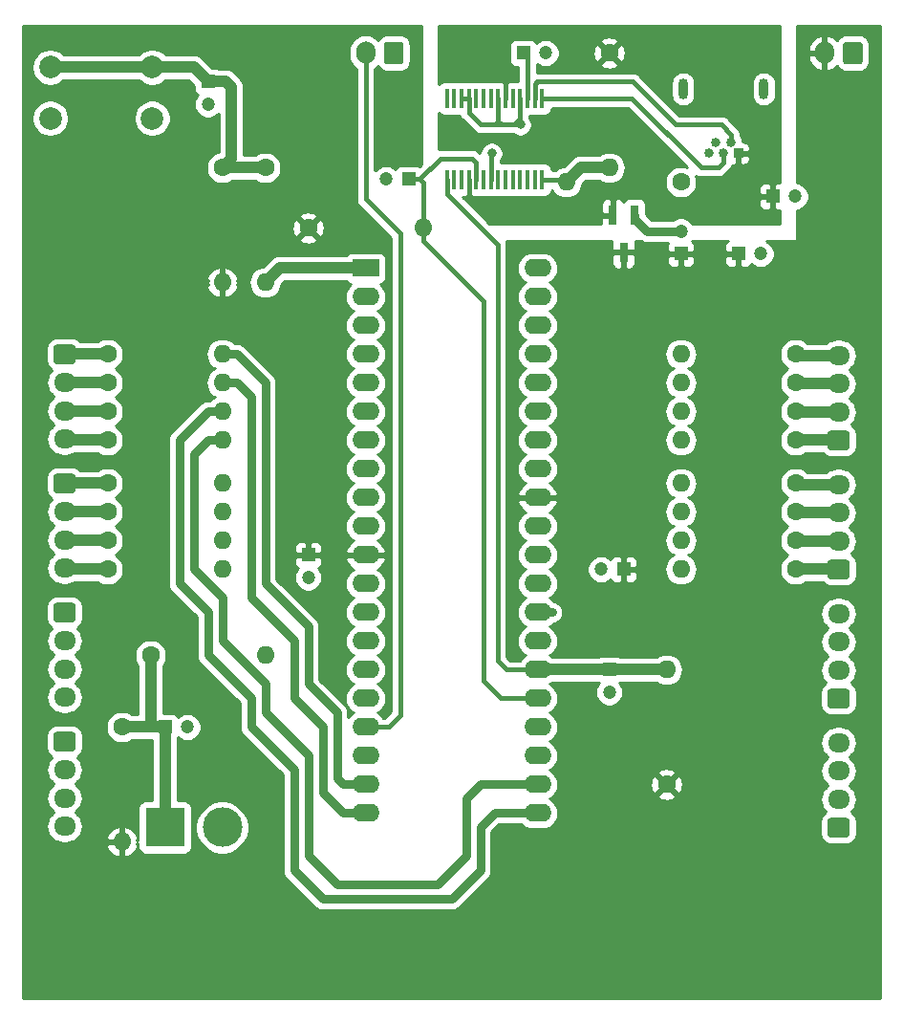
<source format=gbr>
G04 #@! TF.GenerationSoftware,KiCad,Pcbnew,5.1.0-060a0da~80~ubuntu16.04.1*
G04 #@! TF.CreationDate,2019-03-25T22:47:29-06:00*
G04 #@! TF.ProjectId,ARES_PCB_1,41524553-5f50-4434-925f-312e6b696361,rev?*
G04 #@! TF.SameCoordinates,Original*
G04 #@! TF.FileFunction,Copper,L1,Top*
G04 #@! TF.FilePolarity,Positive*
%FSLAX46Y46*%
G04 Gerber Fmt 4.6, Leading zero omitted, Abs format (unit mm)*
G04 Created by KiCad (PCBNEW 5.1.0-060a0da~80~ubuntu16.04.1) date 2019-03-25 22:47:29*
%MOMM*%
%LPD*%
G04 APERTURE LIST*
%ADD10C,2.000000*%
%ADD11C,1.600000*%
%ADD12O,1.600000X1.600000*%
%ADD13O,1.700000X2.000000*%
%ADD14C,0.100000*%
%ADD15C,1.700000*%
%ADD16C,3.500120*%
%ADD17R,3.500120X3.500120*%
%ADD18O,1.950000X1.700000*%
%ADD19C,1.200000*%
%ADD20R,1.200000X1.200000*%
%ADD21O,2.400000X1.600000*%
%ADD22R,2.400000X1.600000*%
%ADD23R,0.450000X1.750000*%
%ADD24R,0.800000X1.800000*%
%ADD25O,0.850000X1.850000*%
%ADD26C,0.840000*%
%ADD27R,0.840000X0.840000*%
%ADD28C,0.800000*%
%ADD29C,0.400000*%
%ADD30C,0.750000*%
%ADD31C,1.000000*%
%ADD32C,0.254000*%
G04 APERTURE END LIST*
D10*
X73810000Y-35560000D03*
X73810000Y-40060000D03*
X64770000Y-35560000D03*
X64770000Y-40060000D03*
D11*
X71120000Y-93980000D03*
D12*
X71120000Y-104140000D03*
X83820000Y-87630000D03*
D11*
X73660000Y-87630000D03*
D12*
X119380000Y-88900000D03*
D11*
X119380000Y-99060000D03*
D12*
X97790000Y-49784000D03*
D11*
X87630000Y-49784000D03*
D13*
X133390000Y-34290000D03*
D14*
G36*
X136514504Y-33291204D02*
G01*
X136538773Y-33294804D01*
X136562571Y-33300765D01*
X136585671Y-33309030D01*
X136607849Y-33319520D01*
X136628893Y-33332133D01*
X136648598Y-33346747D01*
X136666777Y-33363223D01*
X136683253Y-33381402D01*
X136697867Y-33401107D01*
X136710480Y-33422151D01*
X136720970Y-33444329D01*
X136729235Y-33467429D01*
X136735196Y-33491227D01*
X136738796Y-33515496D01*
X136740000Y-33540000D01*
X136740000Y-35040000D01*
X136738796Y-35064504D01*
X136735196Y-35088773D01*
X136729235Y-35112571D01*
X136720970Y-35135671D01*
X136710480Y-35157849D01*
X136697867Y-35178893D01*
X136683253Y-35198598D01*
X136666777Y-35216777D01*
X136648598Y-35233253D01*
X136628893Y-35247867D01*
X136607849Y-35260480D01*
X136585671Y-35270970D01*
X136562571Y-35279235D01*
X136538773Y-35285196D01*
X136514504Y-35288796D01*
X136490000Y-35290000D01*
X135290000Y-35290000D01*
X135265496Y-35288796D01*
X135241227Y-35285196D01*
X135217429Y-35279235D01*
X135194329Y-35270970D01*
X135172151Y-35260480D01*
X135151107Y-35247867D01*
X135131402Y-35233253D01*
X135113223Y-35216777D01*
X135096747Y-35198598D01*
X135082133Y-35178893D01*
X135069520Y-35157849D01*
X135059030Y-35135671D01*
X135050765Y-35112571D01*
X135044804Y-35088773D01*
X135041204Y-35064504D01*
X135040000Y-35040000D01*
X135040000Y-33540000D01*
X135041204Y-33515496D01*
X135044804Y-33491227D01*
X135050765Y-33467429D01*
X135059030Y-33444329D01*
X135069520Y-33422151D01*
X135082133Y-33401107D01*
X135096747Y-33381402D01*
X135113223Y-33363223D01*
X135131402Y-33346747D01*
X135151107Y-33332133D01*
X135172151Y-33319520D01*
X135194329Y-33309030D01*
X135217429Y-33300765D01*
X135241227Y-33294804D01*
X135265496Y-33291204D01*
X135290000Y-33290000D01*
X136490000Y-33290000D01*
X136514504Y-33291204D01*
X136514504Y-33291204D01*
G37*
D15*
X135890000Y-34290000D03*
D16*
X80010000Y-102870000D03*
D17*
X74930000Y-102870000D03*
D18*
X134620000Y-61080000D03*
X134620000Y-63580000D03*
X134620000Y-66080000D03*
D14*
G36*
X135369504Y-67731204D02*
G01*
X135393773Y-67734804D01*
X135417571Y-67740765D01*
X135440671Y-67749030D01*
X135462849Y-67759520D01*
X135483893Y-67772133D01*
X135503598Y-67786747D01*
X135521777Y-67803223D01*
X135538253Y-67821402D01*
X135552867Y-67841107D01*
X135565480Y-67862151D01*
X135575970Y-67884329D01*
X135584235Y-67907429D01*
X135590196Y-67931227D01*
X135593796Y-67955496D01*
X135595000Y-67980000D01*
X135595000Y-69180000D01*
X135593796Y-69204504D01*
X135590196Y-69228773D01*
X135584235Y-69252571D01*
X135575970Y-69275671D01*
X135565480Y-69297849D01*
X135552867Y-69318893D01*
X135538253Y-69338598D01*
X135521777Y-69356777D01*
X135503598Y-69373253D01*
X135483893Y-69387867D01*
X135462849Y-69400480D01*
X135440671Y-69410970D01*
X135417571Y-69419235D01*
X135393773Y-69425196D01*
X135369504Y-69428796D01*
X135345000Y-69430000D01*
X133895000Y-69430000D01*
X133870496Y-69428796D01*
X133846227Y-69425196D01*
X133822429Y-69419235D01*
X133799329Y-69410970D01*
X133777151Y-69400480D01*
X133756107Y-69387867D01*
X133736402Y-69373253D01*
X133718223Y-69356777D01*
X133701747Y-69338598D01*
X133687133Y-69318893D01*
X133674520Y-69297849D01*
X133664030Y-69275671D01*
X133655765Y-69252571D01*
X133649804Y-69228773D01*
X133646204Y-69204504D01*
X133645000Y-69180000D01*
X133645000Y-67980000D01*
X133646204Y-67955496D01*
X133649804Y-67931227D01*
X133655765Y-67907429D01*
X133664030Y-67884329D01*
X133674520Y-67862151D01*
X133687133Y-67841107D01*
X133701747Y-67821402D01*
X133718223Y-67803223D01*
X133736402Y-67786747D01*
X133756107Y-67772133D01*
X133777151Y-67759520D01*
X133799329Y-67749030D01*
X133822429Y-67740765D01*
X133846227Y-67734804D01*
X133870496Y-67731204D01*
X133895000Y-67730000D01*
X135345000Y-67730000D01*
X135369504Y-67731204D01*
X135369504Y-67731204D01*
G37*
D15*
X134620000Y-68580000D03*
D18*
X134620000Y-72510000D03*
X134620000Y-75010000D03*
X134620000Y-77510000D03*
D14*
G36*
X135369504Y-79161204D02*
G01*
X135393773Y-79164804D01*
X135417571Y-79170765D01*
X135440671Y-79179030D01*
X135462849Y-79189520D01*
X135483893Y-79202133D01*
X135503598Y-79216747D01*
X135521777Y-79233223D01*
X135538253Y-79251402D01*
X135552867Y-79271107D01*
X135565480Y-79292151D01*
X135575970Y-79314329D01*
X135584235Y-79337429D01*
X135590196Y-79361227D01*
X135593796Y-79385496D01*
X135595000Y-79410000D01*
X135595000Y-80610000D01*
X135593796Y-80634504D01*
X135590196Y-80658773D01*
X135584235Y-80682571D01*
X135575970Y-80705671D01*
X135565480Y-80727849D01*
X135552867Y-80748893D01*
X135538253Y-80768598D01*
X135521777Y-80786777D01*
X135503598Y-80803253D01*
X135483893Y-80817867D01*
X135462849Y-80830480D01*
X135440671Y-80840970D01*
X135417571Y-80849235D01*
X135393773Y-80855196D01*
X135369504Y-80858796D01*
X135345000Y-80860000D01*
X133895000Y-80860000D01*
X133870496Y-80858796D01*
X133846227Y-80855196D01*
X133822429Y-80849235D01*
X133799329Y-80840970D01*
X133777151Y-80830480D01*
X133756107Y-80817867D01*
X133736402Y-80803253D01*
X133718223Y-80786777D01*
X133701747Y-80768598D01*
X133687133Y-80748893D01*
X133674520Y-80727849D01*
X133664030Y-80705671D01*
X133655765Y-80682571D01*
X133649804Y-80658773D01*
X133646204Y-80634504D01*
X133645000Y-80610000D01*
X133645000Y-79410000D01*
X133646204Y-79385496D01*
X133649804Y-79361227D01*
X133655765Y-79337429D01*
X133664030Y-79314329D01*
X133674520Y-79292151D01*
X133687133Y-79271107D01*
X133701747Y-79251402D01*
X133718223Y-79233223D01*
X133736402Y-79216747D01*
X133756107Y-79202133D01*
X133777151Y-79189520D01*
X133799329Y-79179030D01*
X133822429Y-79170765D01*
X133846227Y-79164804D01*
X133870496Y-79161204D01*
X133895000Y-79160000D01*
X135345000Y-79160000D01*
X135369504Y-79161204D01*
X135369504Y-79161204D01*
G37*
D15*
X134620000Y-80010000D03*
D14*
G36*
X135369504Y-102021204D02*
G01*
X135393773Y-102024804D01*
X135417571Y-102030765D01*
X135440671Y-102039030D01*
X135462849Y-102049520D01*
X135483893Y-102062133D01*
X135503598Y-102076747D01*
X135521777Y-102093223D01*
X135538253Y-102111402D01*
X135552867Y-102131107D01*
X135565480Y-102152151D01*
X135575970Y-102174329D01*
X135584235Y-102197429D01*
X135590196Y-102221227D01*
X135593796Y-102245496D01*
X135595000Y-102270000D01*
X135595000Y-103470000D01*
X135593796Y-103494504D01*
X135590196Y-103518773D01*
X135584235Y-103542571D01*
X135575970Y-103565671D01*
X135565480Y-103587849D01*
X135552867Y-103608893D01*
X135538253Y-103628598D01*
X135521777Y-103646777D01*
X135503598Y-103663253D01*
X135483893Y-103677867D01*
X135462849Y-103690480D01*
X135440671Y-103700970D01*
X135417571Y-103709235D01*
X135393773Y-103715196D01*
X135369504Y-103718796D01*
X135345000Y-103720000D01*
X133895000Y-103720000D01*
X133870496Y-103718796D01*
X133846227Y-103715196D01*
X133822429Y-103709235D01*
X133799329Y-103700970D01*
X133777151Y-103690480D01*
X133756107Y-103677867D01*
X133736402Y-103663253D01*
X133718223Y-103646777D01*
X133701747Y-103628598D01*
X133687133Y-103608893D01*
X133674520Y-103587849D01*
X133664030Y-103565671D01*
X133655765Y-103542571D01*
X133649804Y-103518773D01*
X133646204Y-103494504D01*
X133645000Y-103470000D01*
X133645000Y-102270000D01*
X133646204Y-102245496D01*
X133649804Y-102221227D01*
X133655765Y-102197429D01*
X133664030Y-102174329D01*
X133674520Y-102152151D01*
X133687133Y-102131107D01*
X133701747Y-102111402D01*
X133718223Y-102093223D01*
X133736402Y-102076747D01*
X133756107Y-102062133D01*
X133777151Y-102049520D01*
X133799329Y-102039030D01*
X133822429Y-102030765D01*
X133846227Y-102024804D01*
X133870496Y-102021204D01*
X133895000Y-102020000D01*
X135345000Y-102020000D01*
X135369504Y-102021204D01*
X135369504Y-102021204D01*
G37*
D15*
X134620000Y-102870000D03*
D18*
X134620000Y-100370000D03*
X134620000Y-97870000D03*
X134620000Y-95370000D03*
X66040000Y-102750000D03*
X66040000Y-100250000D03*
X66040000Y-97750000D03*
D14*
G36*
X66789504Y-94401204D02*
G01*
X66813773Y-94404804D01*
X66837571Y-94410765D01*
X66860671Y-94419030D01*
X66882849Y-94429520D01*
X66903893Y-94442133D01*
X66923598Y-94456747D01*
X66941777Y-94473223D01*
X66958253Y-94491402D01*
X66972867Y-94511107D01*
X66985480Y-94532151D01*
X66995970Y-94554329D01*
X67004235Y-94577429D01*
X67010196Y-94601227D01*
X67013796Y-94625496D01*
X67015000Y-94650000D01*
X67015000Y-95850000D01*
X67013796Y-95874504D01*
X67010196Y-95898773D01*
X67004235Y-95922571D01*
X66995970Y-95945671D01*
X66985480Y-95967849D01*
X66972867Y-95988893D01*
X66958253Y-96008598D01*
X66941777Y-96026777D01*
X66923598Y-96043253D01*
X66903893Y-96057867D01*
X66882849Y-96070480D01*
X66860671Y-96080970D01*
X66837571Y-96089235D01*
X66813773Y-96095196D01*
X66789504Y-96098796D01*
X66765000Y-96100000D01*
X65315000Y-96100000D01*
X65290496Y-96098796D01*
X65266227Y-96095196D01*
X65242429Y-96089235D01*
X65219329Y-96080970D01*
X65197151Y-96070480D01*
X65176107Y-96057867D01*
X65156402Y-96043253D01*
X65138223Y-96026777D01*
X65121747Y-96008598D01*
X65107133Y-95988893D01*
X65094520Y-95967849D01*
X65084030Y-95945671D01*
X65075765Y-95922571D01*
X65069804Y-95898773D01*
X65066204Y-95874504D01*
X65065000Y-95850000D01*
X65065000Y-94650000D01*
X65066204Y-94625496D01*
X65069804Y-94601227D01*
X65075765Y-94577429D01*
X65084030Y-94554329D01*
X65094520Y-94532151D01*
X65107133Y-94511107D01*
X65121747Y-94491402D01*
X65138223Y-94473223D01*
X65156402Y-94456747D01*
X65176107Y-94442133D01*
X65197151Y-94429520D01*
X65219329Y-94419030D01*
X65242429Y-94410765D01*
X65266227Y-94404804D01*
X65290496Y-94401204D01*
X65315000Y-94400000D01*
X66765000Y-94400000D01*
X66789504Y-94401204D01*
X66789504Y-94401204D01*
G37*
D15*
X66040000Y-95250000D03*
D13*
X92710000Y-34290000D03*
D14*
G36*
X95834504Y-33291204D02*
G01*
X95858773Y-33294804D01*
X95882571Y-33300765D01*
X95905671Y-33309030D01*
X95927849Y-33319520D01*
X95948893Y-33332133D01*
X95968598Y-33346747D01*
X95986777Y-33363223D01*
X96003253Y-33381402D01*
X96017867Y-33401107D01*
X96030480Y-33422151D01*
X96040970Y-33444329D01*
X96049235Y-33467429D01*
X96055196Y-33491227D01*
X96058796Y-33515496D01*
X96060000Y-33540000D01*
X96060000Y-35040000D01*
X96058796Y-35064504D01*
X96055196Y-35088773D01*
X96049235Y-35112571D01*
X96040970Y-35135671D01*
X96030480Y-35157849D01*
X96017867Y-35178893D01*
X96003253Y-35198598D01*
X95986777Y-35216777D01*
X95968598Y-35233253D01*
X95948893Y-35247867D01*
X95927849Y-35260480D01*
X95905671Y-35270970D01*
X95882571Y-35279235D01*
X95858773Y-35285196D01*
X95834504Y-35288796D01*
X95810000Y-35290000D01*
X94610000Y-35290000D01*
X94585496Y-35288796D01*
X94561227Y-35285196D01*
X94537429Y-35279235D01*
X94514329Y-35270970D01*
X94492151Y-35260480D01*
X94471107Y-35247867D01*
X94451402Y-35233253D01*
X94433223Y-35216777D01*
X94416747Y-35198598D01*
X94402133Y-35178893D01*
X94389520Y-35157849D01*
X94379030Y-35135671D01*
X94370765Y-35112571D01*
X94364804Y-35088773D01*
X94361204Y-35064504D01*
X94360000Y-35040000D01*
X94360000Y-33540000D01*
X94361204Y-33515496D01*
X94364804Y-33491227D01*
X94370765Y-33467429D01*
X94379030Y-33444329D01*
X94389520Y-33422151D01*
X94402133Y-33401107D01*
X94416747Y-33381402D01*
X94433223Y-33363223D01*
X94451402Y-33346747D01*
X94471107Y-33332133D01*
X94492151Y-33319520D01*
X94514329Y-33309030D01*
X94537429Y-33300765D01*
X94561227Y-33294804D01*
X94585496Y-33291204D01*
X94610000Y-33290000D01*
X95810000Y-33290000D01*
X95834504Y-33291204D01*
X95834504Y-33291204D01*
G37*
D15*
X95210000Y-34290000D03*
D18*
X134620000Y-83940000D03*
X134620000Y-86440000D03*
X134620000Y-88940000D03*
D14*
G36*
X135369504Y-90591204D02*
G01*
X135393773Y-90594804D01*
X135417571Y-90600765D01*
X135440671Y-90609030D01*
X135462849Y-90619520D01*
X135483893Y-90632133D01*
X135503598Y-90646747D01*
X135521777Y-90663223D01*
X135538253Y-90681402D01*
X135552867Y-90701107D01*
X135565480Y-90722151D01*
X135575970Y-90744329D01*
X135584235Y-90767429D01*
X135590196Y-90791227D01*
X135593796Y-90815496D01*
X135595000Y-90840000D01*
X135595000Y-92040000D01*
X135593796Y-92064504D01*
X135590196Y-92088773D01*
X135584235Y-92112571D01*
X135575970Y-92135671D01*
X135565480Y-92157849D01*
X135552867Y-92178893D01*
X135538253Y-92198598D01*
X135521777Y-92216777D01*
X135503598Y-92233253D01*
X135483893Y-92247867D01*
X135462849Y-92260480D01*
X135440671Y-92270970D01*
X135417571Y-92279235D01*
X135393773Y-92285196D01*
X135369504Y-92288796D01*
X135345000Y-92290000D01*
X133895000Y-92290000D01*
X133870496Y-92288796D01*
X133846227Y-92285196D01*
X133822429Y-92279235D01*
X133799329Y-92270970D01*
X133777151Y-92260480D01*
X133756107Y-92247867D01*
X133736402Y-92233253D01*
X133718223Y-92216777D01*
X133701747Y-92198598D01*
X133687133Y-92178893D01*
X133674520Y-92157849D01*
X133664030Y-92135671D01*
X133655765Y-92112571D01*
X133649804Y-92088773D01*
X133646204Y-92064504D01*
X133645000Y-92040000D01*
X133645000Y-90840000D01*
X133646204Y-90815496D01*
X133649804Y-90791227D01*
X133655765Y-90767429D01*
X133664030Y-90744329D01*
X133674520Y-90722151D01*
X133687133Y-90701107D01*
X133701747Y-90681402D01*
X133718223Y-90663223D01*
X133736402Y-90646747D01*
X133756107Y-90632133D01*
X133777151Y-90619520D01*
X133799329Y-90609030D01*
X133822429Y-90600765D01*
X133846227Y-90594804D01*
X133870496Y-90591204D01*
X133895000Y-90590000D01*
X135345000Y-90590000D01*
X135369504Y-90591204D01*
X135369504Y-90591204D01*
G37*
D15*
X134620000Y-91440000D03*
D18*
X66040000Y-91320000D03*
X66040000Y-88820000D03*
X66040000Y-86320000D03*
D14*
G36*
X66789504Y-82971204D02*
G01*
X66813773Y-82974804D01*
X66837571Y-82980765D01*
X66860671Y-82989030D01*
X66882849Y-82999520D01*
X66903893Y-83012133D01*
X66923598Y-83026747D01*
X66941777Y-83043223D01*
X66958253Y-83061402D01*
X66972867Y-83081107D01*
X66985480Y-83102151D01*
X66995970Y-83124329D01*
X67004235Y-83147429D01*
X67010196Y-83171227D01*
X67013796Y-83195496D01*
X67015000Y-83220000D01*
X67015000Y-84420000D01*
X67013796Y-84444504D01*
X67010196Y-84468773D01*
X67004235Y-84492571D01*
X66995970Y-84515671D01*
X66985480Y-84537849D01*
X66972867Y-84558893D01*
X66958253Y-84578598D01*
X66941777Y-84596777D01*
X66923598Y-84613253D01*
X66903893Y-84627867D01*
X66882849Y-84640480D01*
X66860671Y-84650970D01*
X66837571Y-84659235D01*
X66813773Y-84665196D01*
X66789504Y-84668796D01*
X66765000Y-84670000D01*
X65315000Y-84670000D01*
X65290496Y-84668796D01*
X65266227Y-84665196D01*
X65242429Y-84659235D01*
X65219329Y-84650970D01*
X65197151Y-84640480D01*
X65176107Y-84627867D01*
X65156402Y-84613253D01*
X65138223Y-84596777D01*
X65121747Y-84578598D01*
X65107133Y-84558893D01*
X65094520Y-84537849D01*
X65084030Y-84515671D01*
X65075765Y-84492571D01*
X65069804Y-84468773D01*
X65066204Y-84444504D01*
X65065000Y-84420000D01*
X65065000Y-83220000D01*
X65066204Y-83195496D01*
X65069804Y-83171227D01*
X65075765Y-83147429D01*
X65084030Y-83124329D01*
X65094520Y-83102151D01*
X65107133Y-83081107D01*
X65121747Y-83061402D01*
X65138223Y-83043223D01*
X65156402Y-83026747D01*
X65176107Y-83012133D01*
X65197151Y-82999520D01*
X65219329Y-82989030D01*
X65242429Y-82980765D01*
X65266227Y-82974804D01*
X65290496Y-82971204D01*
X65315000Y-82970000D01*
X66765000Y-82970000D01*
X66789504Y-82971204D01*
X66789504Y-82971204D01*
G37*
D15*
X66040000Y-83820000D03*
D18*
X66040000Y-79890000D03*
X66040000Y-77390000D03*
X66040000Y-74890000D03*
D14*
G36*
X66789504Y-71541204D02*
G01*
X66813773Y-71544804D01*
X66837571Y-71550765D01*
X66860671Y-71559030D01*
X66882849Y-71569520D01*
X66903893Y-71582133D01*
X66923598Y-71596747D01*
X66941777Y-71613223D01*
X66958253Y-71631402D01*
X66972867Y-71651107D01*
X66985480Y-71672151D01*
X66995970Y-71694329D01*
X67004235Y-71717429D01*
X67010196Y-71741227D01*
X67013796Y-71765496D01*
X67015000Y-71790000D01*
X67015000Y-72990000D01*
X67013796Y-73014504D01*
X67010196Y-73038773D01*
X67004235Y-73062571D01*
X66995970Y-73085671D01*
X66985480Y-73107849D01*
X66972867Y-73128893D01*
X66958253Y-73148598D01*
X66941777Y-73166777D01*
X66923598Y-73183253D01*
X66903893Y-73197867D01*
X66882849Y-73210480D01*
X66860671Y-73220970D01*
X66837571Y-73229235D01*
X66813773Y-73235196D01*
X66789504Y-73238796D01*
X66765000Y-73240000D01*
X65315000Y-73240000D01*
X65290496Y-73238796D01*
X65266227Y-73235196D01*
X65242429Y-73229235D01*
X65219329Y-73220970D01*
X65197151Y-73210480D01*
X65176107Y-73197867D01*
X65156402Y-73183253D01*
X65138223Y-73166777D01*
X65121747Y-73148598D01*
X65107133Y-73128893D01*
X65094520Y-73107849D01*
X65084030Y-73085671D01*
X65075765Y-73062571D01*
X65069804Y-73038773D01*
X65066204Y-73014504D01*
X65065000Y-72990000D01*
X65065000Y-71790000D01*
X65066204Y-71765496D01*
X65069804Y-71741227D01*
X65075765Y-71717429D01*
X65084030Y-71694329D01*
X65094520Y-71672151D01*
X65107133Y-71651107D01*
X65121747Y-71631402D01*
X65138223Y-71613223D01*
X65156402Y-71596747D01*
X65176107Y-71582133D01*
X65197151Y-71569520D01*
X65219329Y-71559030D01*
X65242429Y-71550765D01*
X65266227Y-71544804D01*
X65290496Y-71541204D01*
X65315000Y-71540000D01*
X66765000Y-71540000D01*
X66789504Y-71541204D01*
X66789504Y-71541204D01*
G37*
D15*
X66040000Y-72390000D03*
D18*
X66040000Y-68460000D03*
X66040000Y-65960000D03*
X66040000Y-63460000D03*
D14*
G36*
X66789504Y-60111204D02*
G01*
X66813773Y-60114804D01*
X66837571Y-60120765D01*
X66860671Y-60129030D01*
X66882849Y-60139520D01*
X66903893Y-60152133D01*
X66923598Y-60166747D01*
X66941777Y-60183223D01*
X66958253Y-60201402D01*
X66972867Y-60221107D01*
X66985480Y-60242151D01*
X66995970Y-60264329D01*
X67004235Y-60287429D01*
X67010196Y-60311227D01*
X67013796Y-60335496D01*
X67015000Y-60360000D01*
X67015000Y-61560000D01*
X67013796Y-61584504D01*
X67010196Y-61608773D01*
X67004235Y-61632571D01*
X66995970Y-61655671D01*
X66985480Y-61677849D01*
X66972867Y-61698893D01*
X66958253Y-61718598D01*
X66941777Y-61736777D01*
X66923598Y-61753253D01*
X66903893Y-61767867D01*
X66882849Y-61780480D01*
X66860671Y-61790970D01*
X66837571Y-61799235D01*
X66813773Y-61805196D01*
X66789504Y-61808796D01*
X66765000Y-61810000D01*
X65315000Y-61810000D01*
X65290496Y-61808796D01*
X65266227Y-61805196D01*
X65242429Y-61799235D01*
X65219329Y-61790970D01*
X65197151Y-61780480D01*
X65176107Y-61767867D01*
X65156402Y-61753253D01*
X65138223Y-61736777D01*
X65121747Y-61718598D01*
X65107133Y-61698893D01*
X65094520Y-61677849D01*
X65084030Y-61655671D01*
X65075765Y-61632571D01*
X65069804Y-61608773D01*
X65066204Y-61584504D01*
X65065000Y-61560000D01*
X65065000Y-60360000D01*
X65066204Y-60335496D01*
X65069804Y-60311227D01*
X65075765Y-60287429D01*
X65084030Y-60264329D01*
X65094520Y-60242151D01*
X65107133Y-60221107D01*
X65121747Y-60201402D01*
X65138223Y-60183223D01*
X65156402Y-60166747D01*
X65176107Y-60152133D01*
X65197151Y-60139520D01*
X65219329Y-60129030D01*
X65242429Y-60120765D01*
X65266227Y-60114804D01*
X65290496Y-60111204D01*
X65315000Y-60110000D01*
X66765000Y-60110000D01*
X66789504Y-60111204D01*
X66789504Y-60111204D01*
G37*
D15*
X66040000Y-60960000D03*
D19*
X76930000Y-93980000D03*
D20*
X74930000Y-93980000D03*
D19*
X114300000Y-90900000D03*
D20*
X114300000Y-88900000D03*
D19*
X94520000Y-45466000D03*
D20*
X96520000Y-45466000D03*
D19*
X78740000Y-38830000D03*
D20*
X78740000Y-36830000D03*
D21*
X107950000Y-53340000D03*
X92710000Y-101600000D03*
X107950000Y-55880000D03*
X92710000Y-99060000D03*
X107950000Y-58420000D03*
X92710000Y-96520000D03*
X107950000Y-60960000D03*
X92710000Y-93980000D03*
X107950000Y-63500000D03*
X92710000Y-91440000D03*
X107950000Y-66040000D03*
X92710000Y-88900000D03*
X107950000Y-68580000D03*
X92710000Y-86360000D03*
X107950000Y-71120000D03*
X92710000Y-83820000D03*
X107950000Y-73660000D03*
X92710000Y-81280000D03*
X107950000Y-76200000D03*
X92710000Y-78740000D03*
X107950000Y-78740000D03*
X92710000Y-76200000D03*
X107950000Y-81280000D03*
X92710000Y-73660000D03*
X107950000Y-83820000D03*
X92710000Y-71120000D03*
X107950000Y-86360000D03*
X92710000Y-68580000D03*
X107950000Y-88900000D03*
X92710000Y-66040000D03*
X107950000Y-91440000D03*
X92710000Y-63500000D03*
X107950000Y-93980000D03*
X92710000Y-60960000D03*
X107950000Y-96520000D03*
X92710000Y-58420000D03*
X107950000Y-99060000D03*
X92710000Y-55880000D03*
X107950000Y-101600000D03*
D22*
X92710000Y-53340000D03*
D23*
X99915000Y-38310000D03*
X100565000Y-38310000D03*
X101215000Y-38310000D03*
X101865000Y-38310000D03*
X102515000Y-38310000D03*
X103165000Y-38310000D03*
X103815000Y-38310000D03*
X104465000Y-38310000D03*
X105115000Y-38310000D03*
X105765000Y-38310000D03*
X106415000Y-38310000D03*
X107065000Y-38310000D03*
X107715000Y-38310000D03*
X108365000Y-38310000D03*
X108365000Y-45510000D03*
X107715000Y-45510000D03*
X107065000Y-45510000D03*
X106415000Y-45510000D03*
X105765000Y-45510000D03*
X105115000Y-45510000D03*
X104465000Y-45510000D03*
X103815000Y-45510000D03*
X103165000Y-45510000D03*
X102515000Y-45510000D03*
X101865000Y-45510000D03*
X101215000Y-45510000D03*
X100565000Y-45510000D03*
X99915000Y-45510000D03*
D12*
X120650000Y-60960000D03*
D11*
X130810000Y-60960000D03*
D12*
X120650000Y-63500000D03*
D11*
X130810000Y-63500000D03*
D12*
X120650000Y-66040000D03*
D11*
X130810000Y-66040000D03*
D12*
X120650000Y-68580000D03*
D11*
X130810000Y-68580000D03*
D12*
X120650000Y-72390000D03*
D11*
X130810000Y-72390000D03*
D12*
X120650000Y-74930000D03*
D11*
X130810000Y-74930000D03*
D12*
X120650000Y-77470000D03*
D11*
X130810000Y-77470000D03*
D12*
X120650000Y-80010000D03*
D11*
X130810000Y-80010000D03*
D12*
X110490000Y-45720000D03*
D11*
X120650000Y-45720000D03*
D12*
X80010000Y-54610000D03*
D11*
X80010000Y-44450000D03*
D12*
X114300000Y-44450000D03*
D11*
X114300000Y-34290000D03*
D12*
X83820000Y-54610000D03*
D11*
X83820000Y-44450000D03*
D12*
X80010000Y-80010000D03*
D11*
X69850000Y-80010000D03*
D12*
X80010000Y-77470000D03*
D11*
X69850000Y-77470000D03*
D12*
X80010000Y-74930000D03*
D11*
X69850000Y-74930000D03*
D12*
X80010000Y-72390000D03*
D11*
X69850000Y-72390000D03*
D12*
X80010000Y-68580000D03*
D11*
X69850000Y-68580000D03*
X69850000Y-66040000D03*
D12*
X80010000Y-66040000D03*
X80010000Y-63500000D03*
D11*
X69850000Y-63500000D03*
D12*
X80010000Y-60960000D03*
D11*
X69850000Y-60960000D03*
D24*
X115570000Y-51942000D03*
X114620000Y-48642000D03*
X116520000Y-48642000D03*
D25*
X120855000Y-37465000D03*
X128005000Y-37465000D03*
D26*
X123130000Y-43180000D03*
X123780000Y-42180000D03*
X124430000Y-43180000D03*
X125080000Y-42180000D03*
D27*
X125730000Y-43180000D03*
D19*
X130778000Y-46990000D03*
D20*
X128778000Y-46990000D03*
D19*
X113570000Y-80010000D03*
D20*
X115570000Y-80010000D03*
D19*
X87630000Y-80740000D03*
D20*
X87630000Y-78740000D03*
D19*
X127730000Y-52070000D03*
D20*
X125730000Y-52070000D03*
D19*
X120650000Y-50070000D03*
D20*
X120650000Y-52070000D03*
D19*
X108680000Y-34290000D03*
D20*
X106680000Y-34290000D03*
D28*
X106426000Y-40640000D03*
X103886000Y-43180000D03*
D29*
X103815000Y-43251000D02*
X103886000Y-43180000D01*
X103815000Y-45510000D02*
X103815000Y-43251000D01*
X106415000Y-40629000D02*
X106426000Y-40640000D01*
X101865000Y-39585000D02*
X102920000Y-40640000D01*
X105860315Y-40640000D02*
X106426000Y-40640000D01*
X101865000Y-38310000D02*
X101865000Y-39585000D01*
X101215000Y-38310000D02*
X101865000Y-38310000D01*
X104465000Y-38310000D02*
X104465000Y-40315000D01*
X104790000Y-40640000D02*
X106426000Y-40640000D01*
X104465000Y-40315000D02*
X104790000Y-40640000D01*
X104140000Y-40640000D02*
X105860315Y-40640000D01*
X104465000Y-40315000D02*
X104140000Y-40640000D01*
X102920000Y-40640000D02*
X104140000Y-40640000D01*
X106415000Y-40085315D02*
X105860315Y-40640000D01*
X106415000Y-39635000D02*
X106415000Y-40085315D01*
X106415000Y-38310000D02*
X106415000Y-39635000D01*
X106415000Y-39635000D02*
X106415000Y-40629000D01*
X107065000Y-34675000D02*
X106680000Y-34290000D01*
X107065000Y-38310000D02*
X107065000Y-34675000D01*
D30*
X116520000Y-48642000D02*
X116520000Y-48956000D01*
X117634000Y-50070000D02*
X120650000Y-50070000D01*
X116520000Y-48956000D02*
X117634000Y-50070000D01*
D29*
X105115000Y-38310000D02*
X105115000Y-36871000D01*
X101865000Y-46785000D02*
X101854000Y-46796000D01*
X101865000Y-45510000D02*
X101865000Y-46785000D01*
D31*
X66160000Y-68580000D02*
X66040000Y-68460000D01*
X69850000Y-68580000D02*
X66160000Y-68580000D01*
X66120000Y-66040000D02*
X66040000Y-65960000D01*
X69850000Y-66040000D02*
X66120000Y-66040000D01*
X66080000Y-63500000D02*
X66040000Y-63460000D01*
X69850000Y-63500000D02*
X66080000Y-63500000D01*
X69850000Y-60960000D02*
X66040000Y-60960000D01*
X66160000Y-80010000D02*
X66040000Y-79890000D01*
X69850000Y-80010000D02*
X66160000Y-80010000D01*
X66120000Y-77470000D02*
X66040000Y-77390000D01*
X69850000Y-77470000D02*
X66120000Y-77470000D01*
X66080000Y-74930000D02*
X66040000Y-74890000D01*
X69850000Y-74930000D02*
X66080000Y-74930000D01*
X69850000Y-72390000D02*
X66040000Y-72390000D01*
D29*
X94742000Y-93980000D02*
X92710000Y-93980000D01*
X92710000Y-34290000D02*
X92710000Y-47244000D01*
X95758000Y-92964000D02*
X94742000Y-93980000D01*
X92710000Y-47244000D02*
X95758000Y-50292000D01*
X95758000Y-50292000D02*
X95758000Y-92964000D01*
X124430000Y-43180000D02*
X124430000Y-43972000D01*
X124430000Y-43972000D02*
X123952000Y-44450000D01*
X123952000Y-44450000D02*
X122428000Y-44450000D01*
X116288000Y-38310000D02*
X108365000Y-38310000D01*
X122428000Y-44450000D02*
X116288000Y-38310000D01*
X125080000Y-42180000D02*
X125080000Y-41514000D01*
X125080000Y-41514000D02*
X124206000Y-40640000D01*
X124206000Y-40640000D02*
X120142000Y-40640000D01*
X120142000Y-40640000D02*
X116332000Y-36830000D01*
X107715000Y-37035000D02*
X107715000Y-38310000D01*
X107920000Y-36830000D02*
X107715000Y-37035000D01*
X116332000Y-36830000D02*
X107920000Y-36830000D01*
D31*
X130930000Y-72510000D02*
X130810000Y-72390000D01*
X134620000Y-72510000D02*
X130930000Y-72510000D01*
X130890000Y-75010000D02*
X130810000Y-74930000D01*
X134620000Y-75010000D02*
X130890000Y-75010000D01*
X130850000Y-77510000D02*
X130810000Y-77470000D01*
X134620000Y-77510000D02*
X130850000Y-77510000D01*
X134620000Y-80010000D02*
X130810000Y-80010000D01*
X130930000Y-61080000D02*
X130810000Y-60960000D01*
X134620000Y-61080000D02*
X130930000Y-61080000D01*
X130890000Y-63580000D02*
X130810000Y-63500000D01*
X134620000Y-63580000D02*
X130890000Y-63580000D01*
X130850000Y-66080000D02*
X130810000Y-66040000D01*
X134620000Y-66080000D02*
X130850000Y-66080000D01*
X134620000Y-68580000D02*
X130810000Y-68580000D01*
D30*
X90760000Y-99060000D02*
X90170000Y-98470000D01*
X92710000Y-99060000D02*
X90760000Y-99060000D01*
X90170000Y-98470000D02*
X90170000Y-92710000D01*
X90170000Y-92710000D02*
X87630000Y-90170000D01*
X87630000Y-90170000D02*
X87630000Y-85090000D01*
X87630000Y-85090000D02*
X83820000Y-81280000D01*
X83820000Y-81280000D02*
X83820000Y-63500000D01*
X83820000Y-63500000D02*
X81280000Y-60960000D01*
X81280000Y-60960000D02*
X80010000Y-60960000D01*
X82550000Y-64770000D02*
X81280000Y-63500000D01*
X82550000Y-82550000D02*
X82550000Y-64770000D01*
X81280000Y-63500000D02*
X80010000Y-63500000D01*
X86360000Y-86360000D02*
X82550000Y-82550000D01*
X86360000Y-91440000D02*
X86360000Y-86360000D01*
X88900000Y-93980000D02*
X86360000Y-91440000D01*
X90760000Y-101600000D02*
X88900000Y-99740000D01*
X92710000Y-101600000D02*
X90760000Y-101600000D01*
X88900000Y-99740000D02*
X88900000Y-93980000D01*
X76200000Y-68580000D02*
X78740000Y-66040000D01*
X76200000Y-81280000D02*
X76200000Y-68580000D01*
X78740000Y-87630000D02*
X78740000Y-83820000D01*
X102870000Y-106680000D02*
X100330000Y-109220000D01*
X82550000Y-93980000D02*
X82550000Y-91440000D01*
X100330000Y-109220000D02*
X88900000Y-109220000D01*
X104140000Y-101600000D02*
X102870000Y-102870000D01*
X82550000Y-91440000D02*
X78740000Y-87630000D01*
X102870000Y-102870000D02*
X102870000Y-106680000D01*
X88900000Y-109220000D02*
X86360000Y-106680000D01*
X78740000Y-83820000D02*
X76200000Y-81280000D01*
X107950000Y-101600000D02*
X104140000Y-101600000D01*
X86360000Y-106680000D02*
X86360000Y-97790000D01*
X78740000Y-66040000D02*
X80010000Y-66040000D01*
X86360000Y-97790000D02*
X82550000Y-93980000D01*
X102870000Y-99060000D02*
X107950000Y-99060000D01*
X101600000Y-100330000D02*
X102870000Y-99060000D01*
X101600000Y-105410000D02*
X101600000Y-100330000D01*
X90170000Y-107950000D02*
X99060000Y-107950000D01*
X77470000Y-80010000D02*
X80010000Y-82550000D01*
X87630000Y-96520000D02*
X87630000Y-105410000D01*
X78740000Y-68580000D02*
X77470000Y-69850000D01*
X87630000Y-105410000D02*
X90170000Y-107950000D01*
X99060000Y-107950000D02*
X101600000Y-105410000D01*
X80010000Y-68580000D02*
X78740000Y-68580000D01*
X83820000Y-92710000D02*
X87630000Y-96520000D01*
X80010000Y-82550000D02*
X80010000Y-86360000D01*
X77470000Y-69850000D02*
X77470000Y-80010000D01*
X80010000Y-86360000D02*
X83820000Y-90170000D01*
X83820000Y-90170000D02*
X83820000Y-92710000D01*
X107950000Y-83820000D02*
X108350000Y-83820000D01*
X108350000Y-83820000D02*
X109220000Y-83820000D01*
D31*
X111760000Y-44450000D02*
X110490000Y-45720000D01*
X114300000Y-44450000D02*
X111760000Y-44450000D01*
D29*
X110280000Y-45510000D02*
X110490000Y-45720000D01*
X108365000Y-45510000D02*
X110280000Y-45510000D01*
D31*
X107950000Y-71120000D02*
X108350000Y-71120000D01*
X64770000Y-35560000D02*
X73810000Y-35560000D01*
X77470000Y-35560000D02*
X78740000Y-36830000D01*
X73810000Y-35560000D02*
X77470000Y-35560000D01*
X80340000Y-36830000D02*
X78740000Y-36830000D01*
X80809999Y-37299999D02*
X80340000Y-36830000D01*
X80809999Y-43650001D02*
X80809999Y-37299999D01*
X80010000Y-44450000D02*
X80809999Y-43650001D01*
X80010000Y-44450000D02*
X83820000Y-44450000D01*
D29*
X97520000Y-45466000D02*
X96520000Y-45466000D01*
X99379010Y-43606990D02*
X97520000Y-45466000D01*
X102113532Y-43606990D02*
X99379010Y-43606990D01*
X102515000Y-44008458D02*
X102113532Y-43606990D01*
X102515000Y-45510000D02*
X102515000Y-44008458D01*
X97790000Y-45736000D02*
X97790000Y-49784000D01*
X97520000Y-45466000D02*
X97790000Y-45736000D01*
X104648000Y-91440000D02*
X107950000Y-91440000D01*
X97790000Y-49784000D02*
X97790000Y-50915370D01*
X97790000Y-50915370D02*
X103124000Y-56249370D01*
X103124000Y-56249370D02*
X103124000Y-89916000D01*
X103124000Y-89916000D02*
X104648000Y-91440000D01*
D31*
X119380000Y-88900000D02*
X114300000Y-88900000D01*
X114300000Y-88900000D02*
X107950000Y-88900000D01*
D29*
X99915000Y-46785000D02*
X104394000Y-51264000D01*
X99915000Y-45510000D02*
X99915000Y-46785000D01*
X104394000Y-51264000D02*
X104394000Y-88138000D01*
X105156000Y-88900000D02*
X107950000Y-88900000D01*
X104394000Y-88138000D02*
X105156000Y-88900000D01*
D31*
X74930000Y-93980000D02*
X74930000Y-102870000D01*
X73660000Y-87630000D02*
X73660000Y-93980000D01*
X73660000Y-93980000D02*
X74930000Y-93980000D01*
X71120000Y-93980000D02*
X73660000Y-93980000D01*
X85090000Y-53340000D02*
X83820000Y-54610000D01*
X92710000Y-53340000D02*
X85090000Y-53340000D01*
D32*
G36*
X129413000Y-45755375D02*
G01*
X129378000Y-45751928D01*
X129063750Y-45755000D01*
X128905000Y-45913750D01*
X128905000Y-46863000D01*
X128925000Y-46863000D01*
X128925000Y-47117000D01*
X128905000Y-47117000D01*
X128905000Y-48066250D01*
X129063750Y-48225000D01*
X129378000Y-48228072D01*
X129413000Y-48224625D01*
X129413000Y-49403000D01*
X121689647Y-49403000D01*
X121609287Y-49282733D01*
X121437267Y-49110713D01*
X121234992Y-48975557D01*
X121010236Y-48882460D01*
X120771637Y-48835000D01*
X120528363Y-48835000D01*
X120289764Y-48882460D01*
X120065008Y-48975557D01*
X119938630Y-49060000D01*
X118052356Y-49060000D01*
X117558072Y-48565717D01*
X117558072Y-47742000D01*
X117545812Y-47617518D01*
X117537465Y-47590000D01*
X127539928Y-47590000D01*
X127552188Y-47714482D01*
X127588498Y-47834180D01*
X127647463Y-47944494D01*
X127726815Y-48041185D01*
X127823506Y-48120537D01*
X127933820Y-48179502D01*
X128053518Y-48215812D01*
X128178000Y-48228072D01*
X128492250Y-48225000D01*
X128651000Y-48066250D01*
X128651000Y-47117000D01*
X127701750Y-47117000D01*
X127543000Y-47275750D01*
X127539928Y-47590000D01*
X117537465Y-47590000D01*
X117509502Y-47497820D01*
X117450537Y-47387506D01*
X117371185Y-47290815D01*
X117274494Y-47211463D01*
X117164180Y-47152498D01*
X117044482Y-47116188D01*
X116920000Y-47103928D01*
X116120000Y-47103928D01*
X115995518Y-47116188D01*
X115875820Y-47152498D01*
X115765506Y-47211463D01*
X115668815Y-47290815D01*
X115589463Y-47387506D01*
X115570000Y-47423918D01*
X115550537Y-47387506D01*
X115471185Y-47290815D01*
X115374494Y-47211463D01*
X115264180Y-47152498D01*
X115144482Y-47116188D01*
X115020000Y-47103928D01*
X114905750Y-47107000D01*
X114747000Y-47265750D01*
X114747000Y-48515000D01*
X114767000Y-48515000D01*
X114767000Y-48769000D01*
X114747000Y-48769000D01*
X114747000Y-48789000D01*
X114493000Y-48789000D01*
X114493000Y-48769000D01*
X113743750Y-48769000D01*
X113585000Y-48927750D01*
X113582623Y-49403000D01*
X103713868Y-49403000D01*
X102052868Y-47742000D01*
X113581928Y-47742000D01*
X113585000Y-48356250D01*
X113743750Y-48515000D01*
X114493000Y-48515000D01*
X114493000Y-47265750D01*
X114334250Y-47107000D01*
X114220000Y-47103928D01*
X114095518Y-47116188D01*
X113975820Y-47152498D01*
X113865506Y-47211463D01*
X113768815Y-47290815D01*
X113689463Y-47387506D01*
X113630498Y-47497820D01*
X113594188Y-47617518D01*
X113581928Y-47742000D01*
X102052868Y-47742000D01*
X101333939Y-47023072D01*
X101440000Y-47023072D01*
X101542838Y-47012944D01*
X101608250Y-47020000D01*
X101640497Y-46987753D01*
X101684180Y-46974502D01*
X101794494Y-46915537D01*
X101865000Y-46857674D01*
X101935506Y-46915537D01*
X102045820Y-46974502D01*
X102089503Y-46987753D01*
X102121750Y-47020000D01*
X102187162Y-47012944D01*
X102290000Y-47023072D01*
X102740000Y-47023072D01*
X102840000Y-47013223D01*
X102940000Y-47023072D01*
X103390000Y-47023072D01*
X103490000Y-47013223D01*
X103590000Y-47023072D01*
X104040000Y-47023072D01*
X104140000Y-47013223D01*
X104240000Y-47023072D01*
X104690000Y-47023072D01*
X104790000Y-47013223D01*
X104890000Y-47023072D01*
X105340000Y-47023072D01*
X105440000Y-47013223D01*
X105540000Y-47023072D01*
X105990000Y-47023072D01*
X106090000Y-47013223D01*
X106190000Y-47023072D01*
X106640000Y-47023072D01*
X106740000Y-47013223D01*
X106840000Y-47023072D01*
X107290000Y-47023072D01*
X107390000Y-47013223D01*
X107490000Y-47023072D01*
X107940000Y-47023072D01*
X108040000Y-47013223D01*
X108140000Y-47023072D01*
X108590000Y-47023072D01*
X108714482Y-47010812D01*
X108834180Y-46974502D01*
X108944494Y-46915537D01*
X109041185Y-46836185D01*
X109120537Y-46739494D01*
X109179502Y-46629180D01*
X109215812Y-46509482D01*
X109226555Y-46400405D01*
X109291068Y-46521101D01*
X109470392Y-46739608D01*
X109688899Y-46918932D01*
X109938192Y-47052182D01*
X110208691Y-47134236D01*
X110419508Y-47155000D01*
X110560492Y-47155000D01*
X110771309Y-47134236D01*
X111041808Y-47052182D01*
X111291101Y-46918932D01*
X111509608Y-46739608D01*
X111688932Y-46521101D01*
X111822182Y-46271808D01*
X111904236Y-46001309D01*
X111914114Y-45901017D01*
X112230132Y-45585000D01*
X113420998Y-45585000D01*
X113498899Y-45648932D01*
X113748192Y-45782182D01*
X114018691Y-45864236D01*
X114229508Y-45885000D01*
X114370492Y-45885000D01*
X114581309Y-45864236D01*
X114851808Y-45782182D01*
X115101101Y-45648932D01*
X115319608Y-45469608D01*
X115498932Y-45251101D01*
X115632182Y-45001808D01*
X115714236Y-44731309D01*
X115741943Y-44450000D01*
X115714236Y-44168691D01*
X115632182Y-43898192D01*
X115498932Y-43648899D01*
X115319608Y-43430392D01*
X115101101Y-43251068D01*
X114851808Y-43117818D01*
X114581309Y-43035764D01*
X114370492Y-43015000D01*
X114229508Y-43015000D01*
X114018691Y-43035764D01*
X113748192Y-43117818D01*
X113498899Y-43251068D01*
X113420998Y-43315000D01*
X111815743Y-43315000D01*
X111759999Y-43309510D01*
X111704255Y-43315000D01*
X111704248Y-43315000D01*
X111558493Y-43329356D01*
X111537500Y-43331423D01*
X111497069Y-43343688D01*
X111323553Y-43396324D01*
X111126377Y-43501716D01*
X110953551Y-43643551D01*
X110918008Y-43686860D01*
X110308983Y-44295886D01*
X110208691Y-44305764D01*
X109938192Y-44387818D01*
X109688899Y-44521068D01*
X109501332Y-44675000D01*
X109228072Y-44675000D01*
X109228072Y-44635000D01*
X109215812Y-44510518D01*
X109179502Y-44390820D01*
X109120537Y-44280506D01*
X109041185Y-44183815D01*
X108944494Y-44104463D01*
X108834180Y-44045498D01*
X108714482Y-44009188D01*
X108590000Y-43996928D01*
X108140000Y-43996928D01*
X108040000Y-44006777D01*
X107940000Y-43996928D01*
X107490000Y-43996928D01*
X107390000Y-44006777D01*
X107290000Y-43996928D01*
X106840000Y-43996928D01*
X106740000Y-44006777D01*
X106640000Y-43996928D01*
X106190000Y-43996928D01*
X106090000Y-44006777D01*
X105990000Y-43996928D01*
X105540000Y-43996928D01*
X105440000Y-44006777D01*
X105340000Y-43996928D01*
X104890000Y-43996928D01*
X104790000Y-44006777D01*
X104690000Y-43996928D01*
X104650000Y-43996928D01*
X104650000Y-43879711D01*
X104689937Y-43839774D01*
X104803205Y-43670256D01*
X104881226Y-43481898D01*
X104921000Y-43281939D01*
X104921000Y-43078061D01*
X104881226Y-42878102D01*
X104803205Y-42689744D01*
X104689937Y-42520226D01*
X104545774Y-42376063D01*
X104376256Y-42262795D01*
X104187898Y-42184774D01*
X103987939Y-42145000D01*
X103784061Y-42145000D01*
X103584102Y-42184774D01*
X103395744Y-42262795D01*
X103226226Y-42376063D01*
X103082063Y-42520226D01*
X102968795Y-42689744D01*
X102890774Y-42878102D01*
X102851000Y-43078061D01*
X102851000Y-43163591D01*
X102732978Y-43045569D01*
X102706823Y-43013699D01*
X102579678Y-42909354D01*
X102434619Y-42831818D01*
X102277221Y-42784072D01*
X102154551Y-42771990D01*
X102154550Y-42771990D01*
X102113532Y-42767950D01*
X102072514Y-42771990D01*
X99420028Y-42771990D01*
X99379009Y-42767950D01*
X99215321Y-42784072D01*
X99187000Y-42792663D01*
X99187000Y-39573048D01*
X99238815Y-39636185D01*
X99335506Y-39715537D01*
X99445820Y-39774502D01*
X99565518Y-39810812D01*
X99690000Y-39823072D01*
X100140000Y-39823072D01*
X100240000Y-39813223D01*
X100340000Y-39823072D01*
X100790000Y-39823072D01*
X100890000Y-39813223D01*
X100990000Y-39823072D01*
X101064646Y-39823072D01*
X101089828Y-39906086D01*
X101167364Y-40051145D01*
X101167365Y-40051146D01*
X101271710Y-40178291D01*
X101303574Y-40204441D01*
X102300558Y-41201426D01*
X102326709Y-41233291D01*
X102453854Y-41337636D01*
X102598913Y-41415172D01*
X102756311Y-41462918D01*
X102878981Y-41475000D01*
X102878991Y-41475000D01*
X102919999Y-41479039D01*
X102961007Y-41475000D01*
X104098982Y-41475000D01*
X104140000Y-41479040D01*
X104181018Y-41475000D01*
X104748991Y-41475000D01*
X104789999Y-41479039D01*
X104831007Y-41475000D01*
X105812715Y-41475000D01*
X105935744Y-41557205D01*
X106124102Y-41635226D01*
X106324061Y-41675000D01*
X106527939Y-41675000D01*
X106727898Y-41635226D01*
X106916256Y-41557205D01*
X107085774Y-41443937D01*
X107229937Y-41299774D01*
X107343205Y-41130256D01*
X107421226Y-40941898D01*
X107461000Y-40741939D01*
X107461000Y-40538061D01*
X107421226Y-40338102D01*
X107343205Y-40149744D01*
X107250000Y-40010252D01*
X107250000Y-39823072D01*
X107290000Y-39823072D01*
X107390000Y-39813223D01*
X107490000Y-39823072D01*
X107940000Y-39823072D01*
X108040000Y-39813223D01*
X108140000Y-39823072D01*
X108590000Y-39823072D01*
X108714482Y-39810812D01*
X108834180Y-39774502D01*
X108944494Y-39715537D01*
X109041185Y-39636185D01*
X109120537Y-39539494D01*
X109179502Y-39429180D01*
X109215812Y-39309482D01*
X109228072Y-39185000D01*
X109228072Y-39145000D01*
X115942133Y-39145000D01*
X121185861Y-44388729D01*
X121068574Y-44340147D01*
X120791335Y-44285000D01*
X120508665Y-44285000D01*
X120231426Y-44340147D01*
X119970273Y-44448320D01*
X119735241Y-44605363D01*
X119535363Y-44805241D01*
X119378320Y-45040273D01*
X119270147Y-45301426D01*
X119215000Y-45578665D01*
X119215000Y-45861335D01*
X119270147Y-46138574D01*
X119378320Y-46399727D01*
X119535363Y-46634759D01*
X119735241Y-46834637D01*
X119970273Y-46991680D01*
X120231426Y-47099853D01*
X120508665Y-47155000D01*
X120791335Y-47155000D01*
X121068574Y-47099853D01*
X121329727Y-46991680D01*
X121564759Y-46834637D01*
X121764637Y-46634759D01*
X121921680Y-46399727D01*
X121925709Y-46390000D01*
X127539928Y-46390000D01*
X127543000Y-46704250D01*
X127701750Y-46863000D01*
X128651000Y-46863000D01*
X128651000Y-45913750D01*
X128492250Y-45755000D01*
X128178000Y-45751928D01*
X128053518Y-45764188D01*
X127933820Y-45800498D01*
X127823506Y-45859463D01*
X127726815Y-45938815D01*
X127647463Y-46035506D01*
X127588498Y-46145820D01*
X127552188Y-46265518D01*
X127539928Y-46390000D01*
X121925709Y-46390000D01*
X122029853Y-46138574D01*
X122085000Y-45861335D01*
X122085000Y-45578665D01*
X122029853Y-45301426D01*
X121967373Y-45150586D01*
X122106913Y-45225172D01*
X122264311Y-45272918D01*
X122386981Y-45285000D01*
X122386991Y-45285000D01*
X122427999Y-45289039D01*
X122469007Y-45285000D01*
X123910982Y-45285000D01*
X123952000Y-45289040D01*
X123993018Y-45285000D01*
X123993019Y-45285000D01*
X124115689Y-45272918D01*
X124273087Y-45225172D01*
X124418146Y-45147636D01*
X124545291Y-45043291D01*
X124571446Y-45011421D01*
X124991421Y-44591446D01*
X125023291Y-44565291D01*
X125127636Y-44438146D01*
X125205172Y-44293087D01*
X125224417Y-44229643D01*
X125310000Y-44238072D01*
X125444250Y-44235000D01*
X125603000Y-44076250D01*
X125603000Y-43307000D01*
X125857000Y-43307000D01*
X125857000Y-44076250D01*
X126015750Y-44235000D01*
X126150000Y-44238072D01*
X126274482Y-44225812D01*
X126394180Y-44189502D01*
X126504494Y-44130537D01*
X126601185Y-44051185D01*
X126680537Y-43954494D01*
X126739502Y-43844180D01*
X126775812Y-43724482D01*
X126788072Y-43600000D01*
X126785000Y-43465750D01*
X126626250Y-43307000D01*
X125857000Y-43307000D01*
X125603000Y-43307000D01*
X125583000Y-43307000D01*
X125583000Y-43112744D01*
X125702345Y-43033000D01*
X125857000Y-43033000D01*
X125857000Y-43053000D01*
X126626250Y-43053000D01*
X126785000Y-42894250D01*
X126788072Y-42760000D01*
X126775812Y-42635518D01*
X126739502Y-42515820D01*
X126680537Y-42405506D01*
X126601185Y-42308815D01*
X126504494Y-42229463D01*
X126394180Y-42170498D01*
X126274482Y-42134188D01*
X126150000Y-42121928D01*
X126135000Y-42122271D01*
X126135000Y-42076092D01*
X126094457Y-41872268D01*
X126014929Y-41680270D01*
X125917086Y-41533838D01*
X125919040Y-41514000D01*
X125902918Y-41350312D01*
X125855172Y-41192913D01*
X125777636Y-41047854D01*
X125699439Y-40952570D01*
X125699437Y-40952568D01*
X125673291Y-40920709D01*
X125641432Y-40894563D01*
X124825445Y-40078578D01*
X124799291Y-40046709D01*
X124672146Y-39942364D01*
X124527087Y-39864828D01*
X124369689Y-39817082D01*
X124247019Y-39805000D01*
X124247018Y-39805000D01*
X124206000Y-39800960D01*
X124164982Y-39805000D01*
X120487869Y-39805000D01*
X117595802Y-36912934D01*
X119795000Y-36912934D01*
X119795000Y-38017065D01*
X119810338Y-38172795D01*
X119870950Y-38372606D01*
X119969378Y-38556753D01*
X120101841Y-38718159D01*
X120263247Y-38850622D01*
X120447393Y-38949050D01*
X120647204Y-39009662D01*
X120855000Y-39030128D01*
X121062795Y-39009662D01*
X121262606Y-38949050D01*
X121446753Y-38850622D01*
X121608159Y-38718159D01*
X121740622Y-38556753D01*
X121839050Y-38372607D01*
X121899662Y-38172796D01*
X121915000Y-38017066D01*
X121915000Y-36912934D01*
X126945000Y-36912934D01*
X126945000Y-38017065D01*
X126960338Y-38172795D01*
X127020950Y-38372606D01*
X127119378Y-38556753D01*
X127251841Y-38718159D01*
X127413247Y-38850622D01*
X127597393Y-38949050D01*
X127797204Y-39009662D01*
X128005000Y-39030128D01*
X128212795Y-39009662D01*
X128412606Y-38949050D01*
X128596753Y-38850622D01*
X128758159Y-38718159D01*
X128890622Y-38556753D01*
X128989050Y-38372607D01*
X129049662Y-38172796D01*
X129065000Y-38017066D01*
X129065000Y-36912934D01*
X129049662Y-36757204D01*
X128989050Y-36557393D01*
X128890622Y-36373247D01*
X128758159Y-36211841D01*
X128596753Y-36079378D01*
X128412607Y-35980950D01*
X128212796Y-35920338D01*
X128005000Y-35899872D01*
X127797205Y-35920338D01*
X127597394Y-35980950D01*
X127413248Y-36079378D01*
X127251842Y-36211841D01*
X127119379Y-36373247D01*
X127020951Y-36557393D01*
X126960339Y-36757204D01*
X126945000Y-36912934D01*
X121915000Y-36912934D01*
X121899662Y-36757204D01*
X121839050Y-36557393D01*
X121740622Y-36373247D01*
X121608159Y-36211841D01*
X121446753Y-36079378D01*
X121262607Y-35980950D01*
X121062796Y-35920338D01*
X120855000Y-35899872D01*
X120647205Y-35920338D01*
X120447394Y-35980950D01*
X120263248Y-36079378D01*
X120101842Y-36211841D01*
X119969379Y-36373247D01*
X119870951Y-36557393D01*
X119810339Y-36757204D01*
X119795000Y-36912934D01*
X117595802Y-36912934D01*
X116951446Y-36268579D01*
X116925291Y-36236709D01*
X116798146Y-36132364D01*
X116653087Y-36054828D01*
X116495689Y-36007082D01*
X116373019Y-35995000D01*
X116373018Y-35995000D01*
X116332000Y-35990960D01*
X116290982Y-35995000D01*
X107961018Y-35995000D01*
X107920000Y-35990960D01*
X107900000Y-35992930D01*
X107900000Y-35254143D01*
X108095008Y-35384443D01*
X108319764Y-35477540D01*
X108558363Y-35525000D01*
X108801637Y-35525000D01*
X109040236Y-35477540D01*
X109264992Y-35384443D01*
X109417257Y-35282702D01*
X113486903Y-35282702D01*
X113558486Y-35526671D01*
X113813996Y-35647571D01*
X114088184Y-35716300D01*
X114370512Y-35730217D01*
X114650130Y-35688787D01*
X114916292Y-35593603D01*
X115041514Y-35526671D01*
X115113097Y-35282702D01*
X114300000Y-34469605D01*
X113486903Y-35282702D01*
X109417257Y-35282702D01*
X109467267Y-35249287D01*
X109639287Y-35077267D01*
X109774443Y-34874992D01*
X109867540Y-34650236D01*
X109915000Y-34411637D01*
X109915000Y-34360512D01*
X112859783Y-34360512D01*
X112901213Y-34640130D01*
X112996397Y-34906292D01*
X113063329Y-35031514D01*
X113307298Y-35103097D01*
X114120395Y-34290000D01*
X114479605Y-34290000D01*
X115292702Y-35103097D01*
X115536671Y-35031514D01*
X115657571Y-34776004D01*
X115726300Y-34501816D01*
X115740217Y-34219488D01*
X115698787Y-33939870D01*
X115603603Y-33673708D01*
X115536671Y-33548486D01*
X115292702Y-33476903D01*
X114479605Y-34290000D01*
X114120395Y-34290000D01*
X113307298Y-33476903D01*
X113063329Y-33548486D01*
X112942429Y-33803996D01*
X112873700Y-34078184D01*
X112859783Y-34360512D01*
X109915000Y-34360512D01*
X109915000Y-34168363D01*
X109867540Y-33929764D01*
X109774443Y-33705008D01*
X109639287Y-33502733D01*
X109467267Y-33330713D01*
X109417258Y-33297298D01*
X113486903Y-33297298D01*
X114300000Y-34110395D01*
X115113097Y-33297298D01*
X115041514Y-33053329D01*
X114786004Y-32932429D01*
X114511816Y-32863700D01*
X114229488Y-32849783D01*
X113949870Y-32891213D01*
X113683708Y-32986397D01*
X113558486Y-33053329D01*
X113486903Y-33297298D01*
X109417258Y-33297298D01*
X109264992Y-33195557D01*
X109040236Y-33102460D01*
X108801637Y-33055000D01*
X108558363Y-33055000D01*
X108319764Y-33102460D01*
X108095008Y-33195557D01*
X107892733Y-33330713D01*
X107837499Y-33385947D01*
X107810537Y-33335506D01*
X107731185Y-33238815D01*
X107634494Y-33159463D01*
X107524180Y-33100498D01*
X107404482Y-33064188D01*
X107280000Y-33051928D01*
X106080000Y-33051928D01*
X105955518Y-33064188D01*
X105835820Y-33100498D01*
X105725506Y-33159463D01*
X105628815Y-33238815D01*
X105549463Y-33335506D01*
X105490498Y-33445820D01*
X105454188Y-33565518D01*
X105441928Y-33690000D01*
X105441928Y-34890000D01*
X105454188Y-35014482D01*
X105490498Y-35134180D01*
X105549463Y-35244494D01*
X105628815Y-35341185D01*
X105725506Y-35420537D01*
X105835820Y-35479502D01*
X105955518Y-35515812D01*
X106080000Y-35528072D01*
X106230001Y-35528072D01*
X106230000Y-36796928D01*
X106190000Y-36796928D01*
X106090000Y-36806777D01*
X105990000Y-36796928D01*
X105540000Y-36796928D01*
X105437162Y-36807056D01*
X105371750Y-36800000D01*
X105339503Y-36832247D01*
X105295820Y-36845498D01*
X105185506Y-36904463D01*
X105115000Y-36962326D01*
X105044494Y-36904463D01*
X104934180Y-36845498D01*
X104890497Y-36832247D01*
X104858250Y-36800000D01*
X104792838Y-36807056D01*
X104690000Y-36796928D01*
X104240000Y-36796928D01*
X104140000Y-36806777D01*
X104040000Y-36796928D01*
X103590000Y-36796928D01*
X103490000Y-36806777D01*
X103390000Y-36796928D01*
X102940000Y-36796928D01*
X102840000Y-36806777D01*
X102740000Y-36796928D01*
X102290000Y-36796928D01*
X102190000Y-36806777D01*
X102090000Y-36796928D01*
X101640000Y-36796928D01*
X101540000Y-36806777D01*
X101440000Y-36796928D01*
X100990000Y-36796928D01*
X100890000Y-36806777D01*
X100790000Y-36796928D01*
X100340000Y-36796928D01*
X100240000Y-36806777D01*
X100140000Y-36796928D01*
X99690000Y-36796928D01*
X99565518Y-36809188D01*
X99445820Y-36845498D01*
X99335506Y-36904463D01*
X99238815Y-36983815D01*
X99187000Y-37046952D01*
X99187000Y-31877000D01*
X129413000Y-31877000D01*
X129413000Y-45755375D01*
X129413000Y-45755375D01*
G37*
X129413000Y-45755375D02*
X129378000Y-45751928D01*
X129063750Y-45755000D01*
X128905000Y-45913750D01*
X128905000Y-46863000D01*
X128925000Y-46863000D01*
X128925000Y-47117000D01*
X128905000Y-47117000D01*
X128905000Y-48066250D01*
X129063750Y-48225000D01*
X129378000Y-48228072D01*
X129413000Y-48224625D01*
X129413000Y-49403000D01*
X121689647Y-49403000D01*
X121609287Y-49282733D01*
X121437267Y-49110713D01*
X121234992Y-48975557D01*
X121010236Y-48882460D01*
X120771637Y-48835000D01*
X120528363Y-48835000D01*
X120289764Y-48882460D01*
X120065008Y-48975557D01*
X119938630Y-49060000D01*
X118052356Y-49060000D01*
X117558072Y-48565717D01*
X117558072Y-47742000D01*
X117545812Y-47617518D01*
X117537465Y-47590000D01*
X127539928Y-47590000D01*
X127552188Y-47714482D01*
X127588498Y-47834180D01*
X127647463Y-47944494D01*
X127726815Y-48041185D01*
X127823506Y-48120537D01*
X127933820Y-48179502D01*
X128053518Y-48215812D01*
X128178000Y-48228072D01*
X128492250Y-48225000D01*
X128651000Y-48066250D01*
X128651000Y-47117000D01*
X127701750Y-47117000D01*
X127543000Y-47275750D01*
X127539928Y-47590000D01*
X117537465Y-47590000D01*
X117509502Y-47497820D01*
X117450537Y-47387506D01*
X117371185Y-47290815D01*
X117274494Y-47211463D01*
X117164180Y-47152498D01*
X117044482Y-47116188D01*
X116920000Y-47103928D01*
X116120000Y-47103928D01*
X115995518Y-47116188D01*
X115875820Y-47152498D01*
X115765506Y-47211463D01*
X115668815Y-47290815D01*
X115589463Y-47387506D01*
X115570000Y-47423918D01*
X115550537Y-47387506D01*
X115471185Y-47290815D01*
X115374494Y-47211463D01*
X115264180Y-47152498D01*
X115144482Y-47116188D01*
X115020000Y-47103928D01*
X114905750Y-47107000D01*
X114747000Y-47265750D01*
X114747000Y-48515000D01*
X114767000Y-48515000D01*
X114767000Y-48769000D01*
X114747000Y-48769000D01*
X114747000Y-48789000D01*
X114493000Y-48789000D01*
X114493000Y-48769000D01*
X113743750Y-48769000D01*
X113585000Y-48927750D01*
X113582623Y-49403000D01*
X103713868Y-49403000D01*
X102052868Y-47742000D01*
X113581928Y-47742000D01*
X113585000Y-48356250D01*
X113743750Y-48515000D01*
X114493000Y-48515000D01*
X114493000Y-47265750D01*
X114334250Y-47107000D01*
X114220000Y-47103928D01*
X114095518Y-47116188D01*
X113975820Y-47152498D01*
X113865506Y-47211463D01*
X113768815Y-47290815D01*
X113689463Y-47387506D01*
X113630498Y-47497820D01*
X113594188Y-47617518D01*
X113581928Y-47742000D01*
X102052868Y-47742000D01*
X101333939Y-47023072D01*
X101440000Y-47023072D01*
X101542838Y-47012944D01*
X101608250Y-47020000D01*
X101640497Y-46987753D01*
X101684180Y-46974502D01*
X101794494Y-46915537D01*
X101865000Y-46857674D01*
X101935506Y-46915537D01*
X102045820Y-46974502D01*
X102089503Y-46987753D01*
X102121750Y-47020000D01*
X102187162Y-47012944D01*
X102290000Y-47023072D01*
X102740000Y-47023072D01*
X102840000Y-47013223D01*
X102940000Y-47023072D01*
X103390000Y-47023072D01*
X103490000Y-47013223D01*
X103590000Y-47023072D01*
X104040000Y-47023072D01*
X104140000Y-47013223D01*
X104240000Y-47023072D01*
X104690000Y-47023072D01*
X104790000Y-47013223D01*
X104890000Y-47023072D01*
X105340000Y-47023072D01*
X105440000Y-47013223D01*
X105540000Y-47023072D01*
X105990000Y-47023072D01*
X106090000Y-47013223D01*
X106190000Y-47023072D01*
X106640000Y-47023072D01*
X106740000Y-47013223D01*
X106840000Y-47023072D01*
X107290000Y-47023072D01*
X107390000Y-47013223D01*
X107490000Y-47023072D01*
X107940000Y-47023072D01*
X108040000Y-47013223D01*
X108140000Y-47023072D01*
X108590000Y-47023072D01*
X108714482Y-47010812D01*
X108834180Y-46974502D01*
X108944494Y-46915537D01*
X109041185Y-46836185D01*
X109120537Y-46739494D01*
X109179502Y-46629180D01*
X109215812Y-46509482D01*
X109226555Y-46400405D01*
X109291068Y-46521101D01*
X109470392Y-46739608D01*
X109688899Y-46918932D01*
X109938192Y-47052182D01*
X110208691Y-47134236D01*
X110419508Y-47155000D01*
X110560492Y-47155000D01*
X110771309Y-47134236D01*
X111041808Y-47052182D01*
X111291101Y-46918932D01*
X111509608Y-46739608D01*
X111688932Y-46521101D01*
X111822182Y-46271808D01*
X111904236Y-46001309D01*
X111914114Y-45901017D01*
X112230132Y-45585000D01*
X113420998Y-45585000D01*
X113498899Y-45648932D01*
X113748192Y-45782182D01*
X114018691Y-45864236D01*
X114229508Y-45885000D01*
X114370492Y-45885000D01*
X114581309Y-45864236D01*
X114851808Y-45782182D01*
X115101101Y-45648932D01*
X115319608Y-45469608D01*
X115498932Y-45251101D01*
X115632182Y-45001808D01*
X115714236Y-44731309D01*
X115741943Y-44450000D01*
X115714236Y-44168691D01*
X115632182Y-43898192D01*
X115498932Y-43648899D01*
X115319608Y-43430392D01*
X115101101Y-43251068D01*
X114851808Y-43117818D01*
X114581309Y-43035764D01*
X114370492Y-43015000D01*
X114229508Y-43015000D01*
X114018691Y-43035764D01*
X113748192Y-43117818D01*
X113498899Y-43251068D01*
X113420998Y-43315000D01*
X111815743Y-43315000D01*
X111759999Y-43309510D01*
X111704255Y-43315000D01*
X111704248Y-43315000D01*
X111558493Y-43329356D01*
X111537500Y-43331423D01*
X111497069Y-43343688D01*
X111323553Y-43396324D01*
X111126377Y-43501716D01*
X110953551Y-43643551D01*
X110918008Y-43686860D01*
X110308983Y-44295886D01*
X110208691Y-44305764D01*
X109938192Y-44387818D01*
X109688899Y-44521068D01*
X109501332Y-44675000D01*
X109228072Y-44675000D01*
X109228072Y-44635000D01*
X109215812Y-44510518D01*
X109179502Y-44390820D01*
X109120537Y-44280506D01*
X109041185Y-44183815D01*
X108944494Y-44104463D01*
X108834180Y-44045498D01*
X108714482Y-44009188D01*
X108590000Y-43996928D01*
X108140000Y-43996928D01*
X108040000Y-44006777D01*
X107940000Y-43996928D01*
X107490000Y-43996928D01*
X107390000Y-44006777D01*
X107290000Y-43996928D01*
X106840000Y-43996928D01*
X106740000Y-44006777D01*
X106640000Y-43996928D01*
X106190000Y-43996928D01*
X106090000Y-44006777D01*
X105990000Y-43996928D01*
X105540000Y-43996928D01*
X105440000Y-44006777D01*
X105340000Y-43996928D01*
X104890000Y-43996928D01*
X104790000Y-44006777D01*
X104690000Y-43996928D01*
X104650000Y-43996928D01*
X104650000Y-43879711D01*
X104689937Y-43839774D01*
X104803205Y-43670256D01*
X104881226Y-43481898D01*
X104921000Y-43281939D01*
X104921000Y-43078061D01*
X104881226Y-42878102D01*
X104803205Y-42689744D01*
X104689937Y-42520226D01*
X104545774Y-42376063D01*
X104376256Y-42262795D01*
X104187898Y-42184774D01*
X103987939Y-42145000D01*
X103784061Y-42145000D01*
X103584102Y-42184774D01*
X103395744Y-42262795D01*
X103226226Y-42376063D01*
X103082063Y-42520226D01*
X102968795Y-42689744D01*
X102890774Y-42878102D01*
X102851000Y-43078061D01*
X102851000Y-43163591D01*
X102732978Y-43045569D01*
X102706823Y-43013699D01*
X102579678Y-42909354D01*
X102434619Y-42831818D01*
X102277221Y-42784072D01*
X102154551Y-42771990D01*
X102154550Y-42771990D01*
X102113532Y-42767950D01*
X102072514Y-42771990D01*
X99420028Y-42771990D01*
X99379009Y-42767950D01*
X99215321Y-42784072D01*
X99187000Y-42792663D01*
X99187000Y-39573048D01*
X99238815Y-39636185D01*
X99335506Y-39715537D01*
X99445820Y-39774502D01*
X99565518Y-39810812D01*
X99690000Y-39823072D01*
X100140000Y-39823072D01*
X100240000Y-39813223D01*
X100340000Y-39823072D01*
X100790000Y-39823072D01*
X100890000Y-39813223D01*
X100990000Y-39823072D01*
X101064646Y-39823072D01*
X101089828Y-39906086D01*
X101167364Y-40051145D01*
X101167365Y-40051146D01*
X101271710Y-40178291D01*
X101303574Y-40204441D01*
X102300558Y-41201426D01*
X102326709Y-41233291D01*
X102453854Y-41337636D01*
X102598913Y-41415172D01*
X102756311Y-41462918D01*
X102878981Y-41475000D01*
X102878991Y-41475000D01*
X102919999Y-41479039D01*
X102961007Y-41475000D01*
X104098982Y-41475000D01*
X104140000Y-41479040D01*
X104181018Y-41475000D01*
X104748991Y-41475000D01*
X104789999Y-41479039D01*
X104831007Y-41475000D01*
X105812715Y-41475000D01*
X105935744Y-41557205D01*
X106124102Y-41635226D01*
X106324061Y-41675000D01*
X106527939Y-41675000D01*
X106727898Y-41635226D01*
X106916256Y-41557205D01*
X107085774Y-41443937D01*
X107229937Y-41299774D01*
X107343205Y-41130256D01*
X107421226Y-40941898D01*
X107461000Y-40741939D01*
X107461000Y-40538061D01*
X107421226Y-40338102D01*
X107343205Y-40149744D01*
X107250000Y-40010252D01*
X107250000Y-39823072D01*
X107290000Y-39823072D01*
X107390000Y-39813223D01*
X107490000Y-39823072D01*
X107940000Y-39823072D01*
X108040000Y-39813223D01*
X108140000Y-39823072D01*
X108590000Y-39823072D01*
X108714482Y-39810812D01*
X108834180Y-39774502D01*
X108944494Y-39715537D01*
X109041185Y-39636185D01*
X109120537Y-39539494D01*
X109179502Y-39429180D01*
X109215812Y-39309482D01*
X109228072Y-39185000D01*
X109228072Y-39145000D01*
X115942133Y-39145000D01*
X121185861Y-44388729D01*
X121068574Y-44340147D01*
X120791335Y-44285000D01*
X120508665Y-44285000D01*
X120231426Y-44340147D01*
X119970273Y-44448320D01*
X119735241Y-44605363D01*
X119535363Y-44805241D01*
X119378320Y-45040273D01*
X119270147Y-45301426D01*
X119215000Y-45578665D01*
X119215000Y-45861335D01*
X119270147Y-46138574D01*
X119378320Y-46399727D01*
X119535363Y-46634759D01*
X119735241Y-46834637D01*
X119970273Y-46991680D01*
X120231426Y-47099853D01*
X120508665Y-47155000D01*
X120791335Y-47155000D01*
X121068574Y-47099853D01*
X121329727Y-46991680D01*
X121564759Y-46834637D01*
X121764637Y-46634759D01*
X121921680Y-46399727D01*
X121925709Y-46390000D01*
X127539928Y-46390000D01*
X127543000Y-46704250D01*
X127701750Y-46863000D01*
X128651000Y-46863000D01*
X128651000Y-45913750D01*
X128492250Y-45755000D01*
X128178000Y-45751928D01*
X128053518Y-45764188D01*
X127933820Y-45800498D01*
X127823506Y-45859463D01*
X127726815Y-45938815D01*
X127647463Y-46035506D01*
X127588498Y-46145820D01*
X127552188Y-46265518D01*
X127539928Y-46390000D01*
X121925709Y-46390000D01*
X122029853Y-46138574D01*
X122085000Y-45861335D01*
X122085000Y-45578665D01*
X122029853Y-45301426D01*
X121967373Y-45150586D01*
X122106913Y-45225172D01*
X122264311Y-45272918D01*
X122386981Y-45285000D01*
X122386991Y-45285000D01*
X122427999Y-45289039D01*
X122469007Y-45285000D01*
X123910982Y-45285000D01*
X123952000Y-45289040D01*
X123993018Y-45285000D01*
X123993019Y-45285000D01*
X124115689Y-45272918D01*
X124273087Y-45225172D01*
X124418146Y-45147636D01*
X124545291Y-45043291D01*
X124571446Y-45011421D01*
X124991421Y-44591446D01*
X125023291Y-44565291D01*
X125127636Y-44438146D01*
X125205172Y-44293087D01*
X125224417Y-44229643D01*
X125310000Y-44238072D01*
X125444250Y-44235000D01*
X125603000Y-44076250D01*
X125603000Y-43307000D01*
X125857000Y-43307000D01*
X125857000Y-44076250D01*
X126015750Y-44235000D01*
X126150000Y-44238072D01*
X126274482Y-44225812D01*
X126394180Y-44189502D01*
X126504494Y-44130537D01*
X126601185Y-44051185D01*
X126680537Y-43954494D01*
X126739502Y-43844180D01*
X126775812Y-43724482D01*
X126788072Y-43600000D01*
X126785000Y-43465750D01*
X126626250Y-43307000D01*
X125857000Y-43307000D01*
X125603000Y-43307000D01*
X125583000Y-43307000D01*
X125583000Y-43112744D01*
X125702345Y-43033000D01*
X125857000Y-43033000D01*
X125857000Y-43053000D01*
X126626250Y-43053000D01*
X126785000Y-42894250D01*
X126788072Y-42760000D01*
X126775812Y-42635518D01*
X126739502Y-42515820D01*
X126680537Y-42405506D01*
X126601185Y-42308815D01*
X126504494Y-42229463D01*
X126394180Y-42170498D01*
X126274482Y-42134188D01*
X126150000Y-42121928D01*
X126135000Y-42122271D01*
X126135000Y-42076092D01*
X126094457Y-41872268D01*
X126014929Y-41680270D01*
X125917086Y-41533838D01*
X125919040Y-41514000D01*
X125902918Y-41350312D01*
X125855172Y-41192913D01*
X125777636Y-41047854D01*
X125699439Y-40952570D01*
X125699437Y-40952568D01*
X125673291Y-40920709D01*
X125641432Y-40894563D01*
X124825445Y-40078578D01*
X124799291Y-40046709D01*
X124672146Y-39942364D01*
X124527087Y-39864828D01*
X124369689Y-39817082D01*
X124247019Y-39805000D01*
X124247018Y-39805000D01*
X124206000Y-39800960D01*
X124164982Y-39805000D01*
X120487869Y-39805000D01*
X117595802Y-36912934D01*
X119795000Y-36912934D01*
X119795000Y-38017065D01*
X119810338Y-38172795D01*
X119870950Y-38372606D01*
X119969378Y-38556753D01*
X120101841Y-38718159D01*
X120263247Y-38850622D01*
X120447393Y-38949050D01*
X120647204Y-39009662D01*
X120855000Y-39030128D01*
X121062795Y-39009662D01*
X121262606Y-38949050D01*
X121446753Y-38850622D01*
X121608159Y-38718159D01*
X121740622Y-38556753D01*
X121839050Y-38372607D01*
X121899662Y-38172796D01*
X121915000Y-38017066D01*
X121915000Y-36912934D01*
X126945000Y-36912934D01*
X126945000Y-38017065D01*
X126960338Y-38172795D01*
X127020950Y-38372606D01*
X127119378Y-38556753D01*
X127251841Y-38718159D01*
X127413247Y-38850622D01*
X127597393Y-38949050D01*
X127797204Y-39009662D01*
X128005000Y-39030128D01*
X128212795Y-39009662D01*
X128412606Y-38949050D01*
X128596753Y-38850622D01*
X128758159Y-38718159D01*
X128890622Y-38556753D01*
X128989050Y-38372607D01*
X129049662Y-38172796D01*
X129065000Y-38017066D01*
X129065000Y-36912934D01*
X129049662Y-36757204D01*
X128989050Y-36557393D01*
X128890622Y-36373247D01*
X128758159Y-36211841D01*
X128596753Y-36079378D01*
X128412607Y-35980950D01*
X128212796Y-35920338D01*
X128005000Y-35899872D01*
X127797205Y-35920338D01*
X127597394Y-35980950D01*
X127413248Y-36079378D01*
X127251842Y-36211841D01*
X127119379Y-36373247D01*
X127020951Y-36557393D01*
X126960339Y-36757204D01*
X126945000Y-36912934D01*
X121915000Y-36912934D01*
X121899662Y-36757204D01*
X121839050Y-36557393D01*
X121740622Y-36373247D01*
X121608159Y-36211841D01*
X121446753Y-36079378D01*
X121262607Y-35980950D01*
X121062796Y-35920338D01*
X120855000Y-35899872D01*
X120647205Y-35920338D01*
X120447394Y-35980950D01*
X120263248Y-36079378D01*
X120101842Y-36211841D01*
X119969379Y-36373247D01*
X119870951Y-36557393D01*
X119810339Y-36757204D01*
X119795000Y-36912934D01*
X117595802Y-36912934D01*
X116951446Y-36268579D01*
X116925291Y-36236709D01*
X116798146Y-36132364D01*
X116653087Y-36054828D01*
X116495689Y-36007082D01*
X116373019Y-35995000D01*
X116373018Y-35995000D01*
X116332000Y-35990960D01*
X116290982Y-35995000D01*
X107961018Y-35995000D01*
X107920000Y-35990960D01*
X107900000Y-35992930D01*
X107900000Y-35254143D01*
X108095008Y-35384443D01*
X108319764Y-35477540D01*
X108558363Y-35525000D01*
X108801637Y-35525000D01*
X109040236Y-35477540D01*
X109264992Y-35384443D01*
X109417257Y-35282702D01*
X113486903Y-35282702D01*
X113558486Y-35526671D01*
X113813996Y-35647571D01*
X114088184Y-35716300D01*
X114370512Y-35730217D01*
X114650130Y-35688787D01*
X114916292Y-35593603D01*
X115041514Y-35526671D01*
X115113097Y-35282702D01*
X114300000Y-34469605D01*
X113486903Y-35282702D01*
X109417257Y-35282702D01*
X109467267Y-35249287D01*
X109639287Y-35077267D01*
X109774443Y-34874992D01*
X109867540Y-34650236D01*
X109915000Y-34411637D01*
X109915000Y-34360512D01*
X112859783Y-34360512D01*
X112901213Y-34640130D01*
X112996397Y-34906292D01*
X113063329Y-35031514D01*
X113307298Y-35103097D01*
X114120395Y-34290000D01*
X114479605Y-34290000D01*
X115292702Y-35103097D01*
X115536671Y-35031514D01*
X115657571Y-34776004D01*
X115726300Y-34501816D01*
X115740217Y-34219488D01*
X115698787Y-33939870D01*
X115603603Y-33673708D01*
X115536671Y-33548486D01*
X115292702Y-33476903D01*
X114479605Y-34290000D01*
X114120395Y-34290000D01*
X113307298Y-33476903D01*
X113063329Y-33548486D01*
X112942429Y-33803996D01*
X112873700Y-34078184D01*
X112859783Y-34360512D01*
X109915000Y-34360512D01*
X109915000Y-34168363D01*
X109867540Y-33929764D01*
X109774443Y-33705008D01*
X109639287Y-33502733D01*
X109467267Y-33330713D01*
X109417258Y-33297298D01*
X113486903Y-33297298D01*
X114300000Y-34110395D01*
X115113097Y-33297298D01*
X115041514Y-33053329D01*
X114786004Y-32932429D01*
X114511816Y-32863700D01*
X114229488Y-32849783D01*
X113949870Y-32891213D01*
X113683708Y-32986397D01*
X113558486Y-33053329D01*
X113486903Y-33297298D01*
X109417258Y-33297298D01*
X109264992Y-33195557D01*
X109040236Y-33102460D01*
X108801637Y-33055000D01*
X108558363Y-33055000D01*
X108319764Y-33102460D01*
X108095008Y-33195557D01*
X107892733Y-33330713D01*
X107837499Y-33385947D01*
X107810537Y-33335506D01*
X107731185Y-33238815D01*
X107634494Y-33159463D01*
X107524180Y-33100498D01*
X107404482Y-33064188D01*
X107280000Y-33051928D01*
X106080000Y-33051928D01*
X105955518Y-33064188D01*
X105835820Y-33100498D01*
X105725506Y-33159463D01*
X105628815Y-33238815D01*
X105549463Y-33335506D01*
X105490498Y-33445820D01*
X105454188Y-33565518D01*
X105441928Y-33690000D01*
X105441928Y-34890000D01*
X105454188Y-35014482D01*
X105490498Y-35134180D01*
X105549463Y-35244494D01*
X105628815Y-35341185D01*
X105725506Y-35420537D01*
X105835820Y-35479502D01*
X105955518Y-35515812D01*
X106080000Y-35528072D01*
X106230001Y-35528072D01*
X106230000Y-36796928D01*
X106190000Y-36796928D01*
X106090000Y-36806777D01*
X105990000Y-36796928D01*
X105540000Y-36796928D01*
X105437162Y-36807056D01*
X105371750Y-36800000D01*
X105339503Y-36832247D01*
X105295820Y-36845498D01*
X105185506Y-36904463D01*
X105115000Y-36962326D01*
X105044494Y-36904463D01*
X104934180Y-36845498D01*
X104890497Y-36832247D01*
X104858250Y-36800000D01*
X104792838Y-36807056D01*
X104690000Y-36796928D01*
X104240000Y-36796928D01*
X104140000Y-36806777D01*
X104040000Y-36796928D01*
X103590000Y-36796928D01*
X103490000Y-36806777D01*
X103390000Y-36796928D01*
X102940000Y-36796928D01*
X102840000Y-36806777D01*
X102740000Y-36796928D01*
X102290000Y-36796928D01*
X102190000Y-36806777D01*
X102090000Y-36796928D01*
X101640000Y-36796928D01*
X101540000Y-36806777D01*
X101440000Y-36796928D01*
X100990000Y-36796928D01*
X100890000Y-36806777D01*
X100790000Y-36796928D01*
X100340000Y-36796928D01*
X100240000Y-36806777D01*
X100140000Y-36796928D01*
X99690000Y-36796928D01*
X99565518Y-36809188D01*
X99445820Y-36845498D01*
X99335506Y-36904463D01*
X99238815Y-36983815D01*
X99187000Y-37046952D01*
X99187000Y-31877000D01*
X129413000Y-31877000D01*
X129413000Y-45755375D01*
G36*
X97663000Y-44142133D02*
G01*
X97471350Y-44333783D01*
X97364180Y-44276498D01*
X97244482Y-44240188D01*
X97120000Y-44227928D01*
X95920000Y-44227928D01*
X95795518Y-44240188D01*
X95675820Y-44276498D01*
X95565506Y-44335463D01*
X95468815Y-44414815D01*
X95389463Y-44511506D01*
X95362501Y-44561947D01*
X95307267Y-44506713D01*
X95104992Y-44371557D01*
X94880236Y-44278460D01*
X94641637Y-44231000D01*
X94398363Y-44231000D01*
X94159764Y-44278460D01*
X93935008Y-44371557D01*
X93732733Y-44506713D01*
X93560713Y-44678733D01*
X93545000Y-44702249D01*
X93545000Y-35675793D01*
X93765134Y-35495134D01*
X93817223Y-35431663D01*
X93871595Y-35533386D01*
X93982038Y-35667962D01*
X94116614Y-35778405D01*
X94270150Y-35860472D01*
X94436746Y-35911008D01*
X94610000Y-35928072D01*
X95810000Y-35928072D01*
X95983254Y-35911008D01*
X96149850Y-35860472D01*
X96303386Y-35778405D01*
X96437962Y-35667962D01*
X96548405Y-35533386D01*
X96630472Y-35379850D01*
X96681008Y-35213254D01*
X96698072Y-35040000D01*
X96698072Y-33540000D01*
X96681008Y-33366746D01*
X96630472Y-33200150D01*
X96548405Y-33046614D01*
X96437962Y-32912038D01*
X96303386Y-32801595D01*
X96149850Y-32719528D01*
X95983254Y-32668992D01*
X95810000Y-32651928D01*
X94610000Y-32651928D01*
X94436746Y-32668992D01*
X94270150Y-32719528D01*
X94116614Y-32801595D01*
X93982038Y-32912038D01*
X93871595Y-33046614D01*
X93817223Y-33148337D01*
X93765134Y-33084866D01*
X93539014Y-32899294D01*
X93281034Y-32761401D01*
X93001111Y-32676487D01*
X92710000Y-32647815D01*
X92418890Y-32676487D01*
X92138967Y-32761401D01*
X91880987Y-32899294D01*
X91654866Y-33084866D01*
X91469294Y-33310986D01*
X91331401Y-33568966D01*
X91246487Y-33848889D01*
X91225000Y-34067050D01*
X91225000Y-34512949D01*
X91246487Y-34731110D01*
X91331401Y-35011033D01*
X91469294Y-35269013D01*
X91654866Y-35495134D01*
X91875000Y-35675794D01*
X91875001Y-47202971D01*
X91870960Y-47244000D01*
X91887082Y-47407688D01*
X91934828Y-47565086D01*
X92012364Y-47710145D01*
X92012365Y-47710146D01*
X92116710Y-47837291D01*
X92148574Y-47863441D01*
X94923000Y-50637869D01*
X94923001Y-92618131D01*
X94396133Y-93145000D01*
X94281112Y-93145000D01*
X94129608Y-92960392D01*
X93911101Y-92781068D01*
X93778142Y-92710000D01*
X93911101Y-92638932D01*
X94129608Y-92459608D01*
X94308932Y-92241101D01*
X94442182Y-91991808D01*
X94524236Y-91721309D01*
X94551943Y-91440000D01*
X94524236Y-91158691D01*
X94442182Y-90888192D01*
X94308932Y-90638899D01*
X94129608Y-90420392D01*
X93911101Y-90241068D01*
X93778142Y-90170000D01*
X93911101Y-90098932D01*
X94129608Y-89919608D01*
X94308932Y-89701101D01*
X94442182Y-89451808D01*
X94524236Y-89181309D01*
X94551943Y-88900000D01*
X94524236Y-88618691D01*
X94442182Y-88348192D01*
X94308932Y-88098899D01*
X94129608Y-87880392D01*
X93911101Y-87701068D01*
X93778142Y-87630000D01*
X93911101Y-87558932D01*
X94129608Y-87379608D01*
X94308932Y-87161101D01*
X94442182Y-86911808D01*
X94524236Y-86641309D01*
X94551943Y-86360000D01*
X94524236Y-86078691D01*
X94442182Y-85808192D01*
X94308932Y-85558899D01*
X94129608Y-85340392D01*
X93911101Y-85161068D01*
X93778142Y-85090000D01*
X93911101Y-85018932D01*
X94129608Y-84839608D01*
X94308932Y-84621101D01*
X94442182Y-84371808D01*
X94524236Y-84101309D01*
X94551943Y-83820000D01*
X94524236Y-83538691D01*
X94442182Y-83268192D01*
X94308932Y-83018899D01*
X94129608Y-82800392D01*
X93911101Y-82621068D01*
X93778142Y-82550000D01*
X93911101Y-82478932D01*
X94129608Y-82299608D01*
X94308932Y-82081101D01*
X94442182Y-81831808D01*
X94524236Y-81561309D01*
X94551943Y-81280000D01*
X94524236Y-80998691D01*
X94442182Y-80728192D01*
X94308932Y-80478899D01*
X94129608Y-80260392D01*
X93911101Y-80081068D01*
X93783259Y-80012735D01*
X94012839Y-79862601D01*
X94214500Y-79664895D01*
X94373715Y-79431646D01*
X94484367Y-79171818D01*
X94501904Y-79089039D01*
X94379915Y-78867000D01*
X92837000Y-78867000D01*
X92837000Y-78887000D01*
X92583000Y-78887000D01*
X92583000Y-78867000D01*
X91040085Y-78867000D01*
X90918096Y-79089039D01*
X90935633Y-79171818D01*
X91046285Y-79431646D01*
X91205500Y-79664895D01*
X91407161Y-79862601D01*
X91636741Y-80012735D01*
X91508899Y-80081068D01*
X91290392Y-80260392D01*
X91111068Y-80478899D01*
X90977818Y-80728192D01*
X90895764Y-80998691D01*
X90868057Y-81280000D01*
X90895764Y-81561309D01*
X90977818Y-81831808D01*
X91111068Y-82081101D01*
X91290392Y-82299608D01*
X91508899Y-82478932D01*
X91641858Y-82550000D01*
X91508899Y-82621068D01*
X91290392Y-82800392D01*
X91111068Y-83018899D01*
X90977818Y-83268192D01*
X90895764Y-83538691D01*
X90868057Y-83820000D01*
X90895764Y-84101309D01*
X90977818Y-84371808D01*
X91111068Y-84621101D01*
X91290392Y-84839608D01*
X91508899Y-85018932D01*
X91641858Y-85090000D01*
X91508899Y-85161068D01*
X91290392Y-85340392D01*
X91111068Y-85558899D01*
X90977818Y-85808192D01*
X90895764Y-86078691D01*
X90868057Y-86360000D01*
X90895764Y-86641309D01*
X90977818Y-86911808D01*
X91111068Y-87161101D01*
X91290392Y-87379608D01*
X91508899Y-87558932D01*
X91641858Y-87630000D01*
X91508899Y-87701068D01*
X91290392Y-87880392D01*
X91111068Y-88098899D01*
X90977818Y-88348192D01*
X90895764Y-88618691D01*
X90868057Y-88900000D01*
X90895764Y-89181309D01*
X90977818Y-89451808D01*
X91111068Y-89701101D01*
X91290392Y-89919608D01*
X91508899Y-90098932D01*
X91641858Y-90170000D01*
X91508899Y-90241068D01*
X91290392Y-90420392D01*
X91111068Y-90638899D01*
X90977818Y-90888192D01*
X90895764Y-91158691D01*
X90868057Y-91440000D01*
X90895764Y-91721309D01*
X90977818Y-91991808D01*
X91111068Y-92241101D01*
X91290392Y-92459608D01*
X91508899Y-92638932D01*
X91641858Y-92710000D01*
X91508899Y-92781068D01*
X91290392Y-92960392D01*
X91180000Y-93094905D01*
X91180000Y-92759604D01*
X91184886Y-92709999D01*
X91180000Y-92660392D01*
X91165385Y-92512006D01*
X91107632Y-92321620D01*
X91013847Y-92146160D01*
X90887633Y-91992367D01*
X90849100Y-91960744D01*
X88640000Y-89751645D01*
X88640000Y-85139608D01*
X88644886Y-85090000D01*
X88625385Y-84892005D01*
X88567632Y-84701620D01*
X88509709Y-84593254D01*
X88473847Y-84526160D01*
X88347633Y-84372367D01*
X88309100Y-84340744D01*
X84830000Y-80861645D01*
X84830000Y-79340000D01*
X86391928Y-79340000D01*
X86404188Y-79464482D01*
X86440498Y-79584180D01*
X86499463Y-79694494D01*
X86578815Y-79791185D01*
X86675506Y-79870537D01*
X86725947Y-79897499D01*
X86670713Y-79952733D01*
X86535557Y-80155008D01*
X86442460Y-80379764D01*
X86395000Y-80618363D01*
X86395000Y-80861637D01*
X86442460Y-81100236D01*
X86535557Y-81324992D01*
X86670713Y-81527267D01*
X86842733Y-81699287D01*
X87045008Y-81834443D01*
X87269764Y-81927540D01*
X87508363Y-81975000D01*
X87751637Y-81975000D01*
X87990236Y-81927540D01*
X88214992Y-81834443D01*
X88417267Y-81699287D01*
X88589287Y-81527267D01*
X88724443Y-81324992D01*
X88817540Y-81100236D01*
X88865000Y-80861637D01*
X88865000Y-80618363D01*
X88817540Y-80379764D01*
X88724443Y-80155008D01*
X88589287Y-79952733D01*
X88534053Y-79897499D01*
X88584494Y-79870537D01*
X88681185Y-79791185D01*
X88760537Y-79694494D01*
X88819502Y-79584180D01*
X88855812Y-79464482D01*
X88868072Y-79340000D01*
X88865000Y-79025750D01*
X88706250Y-78867000D01*
X87757000Y-78867000D01*
X87757000Y-78887000D01*
X87503000Y-78887000D01*
X87503000Y-78867000D01*
X86553750Y-78867000D01*
X86395000Y-79025750D01*
X86391928Y-79340000D01*
X84830000Y-79340000D01*
X84830000Y-78140000D01*
X86391928Y-78140000D01*
X86395000Y-78454250D01*
X86553750Y-78613000D01*
X87503000Y-78613000D01*
X87503000Y-77663750D01*
X87757000Y-77663750D01*
X87757000Y-78613000D01*
X88706250Y-78613000D01*
X88865000Y-78454250D01*
X88868072Y-78140000D01*
X88855812Y-78015518D01*
X88819502Y-77895820D01*
X88760537Y-77785506D01*
X88681185Y-77688815D01*
X88584494Y-77609463D01*
X88474180Y-77550498D01*
X88354482Y-77514188D01*
X88230000Y-77501928D01*
X87915750Y-77505000D01*
X87757000Y-77663750D01*
X87503000Y-77663750D01*
X87344250Y-77505000D01*
X87030000Y-77501928D01*
X86905518Y-77514188D01*
X86785820Y-77550498D01*
X86675506Y-77609463D01*
X86578815Y-77688815D01*
X86499463Y-77785506D01*
X86440498Y-77895820D01*
X86404188Y-78015518D01*
X86391928Y-78140000D01*
X84830000Y-78140000D01*
X84830000Y-63549604D01*
X84834886Y-63499999D01*
X84830000Y-63450392D01*
X84815385Y-63302006D01*
X84757632Y-63111620D01*
X84663847Y-62936160D01*
X84537633Y-62782367D01*
X84499100Y-62750744D01*
X82029261Y-60280906D01*
X81997633Y-60242367D01*
X81843840Y-60116153D01*
X81668380Y-60022368D01*
X81477994Y-59964615D01*
X81329608Y-59950000D01*
X81280000Y-59945114D01*
X81230392Y-59950000D01*
X81037493Y-59950000D01*
X81029608Y-59940392D01*
X80811101Y-59761068D01*
X80561808Y-59627818D01*
X80291309Y-59545764D01*
X80080492Y-59525000D01*
X79939508Y-59525000D01*
X79728691Y-59545764D01*
X79458192Y-59627818D01*
X79208899Y-59761068D01*
X78990392Y-59940392D01*
X78811068Y-60158899D01*
X78677818Y-60408192D01*
X78595764Y-60678691D01*
X78568057Y-60960000D01*
X78595764Y-61241309D01*
X78677818Y-61511808D01*
X78811068Y-61761101D01*
X78990392Y-61979608D01*
X79208899Y-62158932D01*
X79341858Y-62230000D01*
X79208899Y-62301068D01*
X78990392Y-62480392D01*
X78811068Y-62698899D01*
X78677818Y-62948192D01*
X78595764Y-63218691D01*
X78568057Y-63500000D01*
X78595764Y-63781309D01*
X78677818Y-64051808D01*
X78811068Y-64301101D01*
X78990392Y-64519608D01*
X79208899Y-64698932D01*
X79341858Y-64770000D01*
X79208899Y-64841068D01*
X78990392Y-65020392D01*
X78982507Y-65030000D01*
X78789604Y-65030000D01*
X78739999Y-65025114D01*
X78690394Y-65030000D01*
X78690392Y-65030000D01*
X78542006Y-65044615D01*
X78351620Y-65102368D01*
X78176160Y-65196153D01*
X78022367Y-65322367D01*
X77990744Y-65360900D01*
X75520901Y-67830744D01*
X75482368Y-67862367D01*
X75450745Y-67900900D01*
X75450744Y-67900901D01*
X75356154Y-68016160D01*
X75262368Y-68191621D01*
X75204615Y-68382006D01*
X75185114Y-68580000D01*
X75190001Y-68629618D01*
X75190000Y-81230392D01*
X75185114Y-81280000D01*
X75204615Y-81477994D01*
X75245377Y-81612368D01*
X75262368Y-81668379D01*
X75356153Y-81843840D01*
X75482367Y-81997633D01*
X75520906Y-82029261D01*
X77730001Y-84238357D01*
X77730000Y-87580392D01*
X77725114Y-87630000D01*
X77744615Y-87827994D01*
X77774042Y-87925000D01*
X77802368Y-88018379D01*
X77896153Y-88193840D01*
X78022367Y-88347633D01*
X78060906Y-88379261D01*
X81540001Y-91858357D01*
X81540000Y-93930392D01*
X81535114Y-93980000D01*
X81554615Y-94177994D01*
X81591955Y-94301086D01*
X81612368Y-94368379D01*
X81706153Y-94543840D01*
X81832367Y-94697633D01*
X81870906Y-94729261D01*
X85350001Y-98208357D01*
X85350000Y-106630392D01*
X85345114Y-106680000D01*
X85364615Y-106877994D01*
X85387858Y-106954615D01*
X85422368Y-107068379D01*
X85516153Y-107243840D01*
X85642367Y-107397633D01*
X85680906Y-107429261D01*
X88150744Y-109899100D01*
X88182367Y-109937633D01*
X88336160Y-110063847D01*
X88511620Y-110157632D01*
X88702006Y-110215385D01*
X88850392Y-110230000D01*
X88850394Y-110230000D01*
X88899999Y-110234886D01*
X88949604Y-110230000D01*
X100280392Y-110230000D01*
X100330000Y-110234886D01*
X100527994Y-110215385D01*
X100527997Y-110215384D01*
X100718380Y-110157632D01*
X100893840Y-110063847D01*
X101047633Y-109937633D01*
X101079261Y-109899094D01*
X103549100Y-107429256D01*
X103587633Y-107397633D01*
X103713847Y-107243840D01*
X103807632Y-107068380D01*
X103865385Y-106877994D01*
X103880000Y-106729608D01*
X103880000Y-106729606D01*
X103884886Y-106680001D01*
X103880000Y-106630396D01*
X103880000Y-103288355D01*
X104558355Y-102610000D01*
X106522507Y-102610000D01*
X106530392Y-102619608D01*
X106748899Y-102798932D01*
X106998192Y-102932182D01*
X107268691Y-103014236D01*
X107479508Y-103035000D01*
X108420492Y-103035000D01*
X108631309Y-103014236D01*
X108901808Y-102932182D01*
X109151101Y-102798932D01*
X109369608Y-102619608D01*
X109548932Y-102401101D01*
X109682182Y-102151808D01*
X109764236Y-101881309D01*
X109791943Y-101600000D01*
X109764236Y-101318691D01*
X109682182Y-101048192D01*
X109548932Y-100798899D01*
X109369608Y-100580392D01*
X109151101Y-100401068D01*
X109018142Y-100330000D01*
X109151101Y-100258932D01*
X109369608Y-100079608D01*
X109391689Y-100052702D01*
X118566903Y-100052702D01*
X118638486Y-100296671D01*
X118893996Y-100417571D01*
X119168184Y-100486300D01*
X119450512Y-100500217D01*
X119730130Y-100458787D01*
X119996292Y-100363603D01*
X120121514Y-100296671D01*
X120193097Y-100052702D01*
X119380000Y-99239605D01*
X118566903Y-100052702D01*
X109391689Y-100052702D01*
X109548932Y-99861101D01*
X109682182Y-99611808D01*
X109764236Y-99341309D01*
X109784998Y-99130512D01*
X117939783Y-99130512D01*
X117981213Y-99410130D01*
X118076397Y-99676292D01*
X118143329Y-99801514D01*
X118387298Y-99873097D01*
X119200395Y-99060000D01*
X119559605Y-99060000D01*
X120372702Y-99873097D01*
X120616671Y-99801514D01*
X120737571Y-99546004D01*
X120806300Y-99271816D01*
X120820217Y-98989488D01*
X120778787Y-98709870D01*
X120683603Y-98443708D01*
X120616671Y-98318486D01*
X120372702Y-98246903D01*
X119559605Y-99060000D01*
X119200395Y-99060000D01*
X118387298Y-98246903D01*
X118143329Y-98318486D01*
X118022429Y-98573996D01*
X117953700Y-98848184D01*
X117939783Y-99130512D01*
X109784998Y-99130512D01*
X109791943Y-99060000D01*
X109764236Y-98778691D01*
X109682182Y-98508192D01*
X109548932Y-98258899D01*
X109391690Y-98067298D01*
X118566903Y-98067298D01*
X119380000Y-98880395D01*
X120193097Y-98067298D01*
X120121514Y-97823329D01*
X119866004Y-97702429D01*
X119591816Y-97633700D01*
X119309488Y-97619783D01*
X119029870Y-97661213D01*
X118763708Y-97756397D01*
X118638486Y-97823329D01*
X118566903Y-98067298D01*
X109391690Y-98067298D01*
X109369608Y-98040392D01*
X109151101Y-97861068D01*
X109018142Y-97790000D01*
X109151101Y-97718932D01*
X109369608Y-97539608D01*
X109548932Y-97321101D01*
X109682182Y-97071808D01*
X109764236Y-96801309D01*
X109791943Y-96520000D01*
X109764236Y-96238691D01*
X109682182Y-95968192D01*
X109548932Y-95718899D01*
X109369608Y-95500392D01*
X109210725Y-95370000D01*
X133002815Y-95370000D01*
X133031487Y-95661111D01*
X133116401Y-95941034D01*
X133254294Y-96199014D01*
X133439866Y-96425134D01*
X133665986Y-96610706D01*
X133683374Y-96620000D01*
X133665986Y-96629294D01*
X133439866Y-96814866D01*
X133254294Y-97040986D01*
X133116401Y-97298966D01*
X133031487Y-97578889D01*
X133002815Y-97870000D01*
X133031487Y-98161111D01*
X133116401Y-98441034D01*
X133254294Y-98699014D01*
X133439866Y-98925134D01*
X133665986Y-99110706D01*
X133683374Y-99120000D01*
X133665986Y-99129294D01*
X133439866Y-99314866D01*
X133254294Y-99540986D01*
X133116401Y-99798966D01*
X133031487Y-100078889D01*
X133002815Y-100370000D01*
X133031487Y-100661111D01*
X133116401Y-100941034D01*
X133254294Y-101199014D01*
X133439866Y-101425134D01*
X133503337Y-101477223D01*
X133401614Y-101531595D01*
X133267038Y-101642038D01*
X133156595Y-101776614D01*
X133074528Y-101930150D01*
X133023992Y-102096746D01*
X133006928Y-102270000D01*
X133006928Y-103470000D01*
X133023992Y-103643254D01*
X133074528Y-103809850D01*
X133156595Y-103963386D01*
X133267038Y-104097962D01*
X133401614Y-104208405D01*
X133555150Y-104290472D01*
X133721746Y-104341008D01*
X133895000Y-104358072D01*
X135345000Y-104358072D01*
X135518254Y-104341008D01*
X135684850Y-104290472D01*
X135838386Y-104208405D01*
X135972962Y-104097962D01*
X136083405Y-103963386D01*
X136165472Y-103809850D01*
X136216008Y-103643254D01*
X136233072Y-103470000D01*
X136233072Y-102270000D01*
X136216008Y-102096746D01*
X136165472Y-101930150D01*
X136083405Y-101776614D01*
X135972962Y-101642038D01*
X135838386Y-101531595D01*
X135736663Y-101477223D01*
X135800134Y-101425134D01*
X135985706Y-101199014D01*
X136123599Y-100941034D01*
X136208513Y-100661111D01*
X136237185Y-100370000D01*
X136208513Y-100078889D01*
X136123599Y-99798966D01*
X135985706Y-99540986D01*
X135800134Y-99314866D01*
X135574014Y-99129294D01*
X135556626Y-99120000D01*
X135574014Y-99110706D01*
X135800134Y-98925134D01*
X135985706Y-98699014D01*
X136123599Y-98441034D01*
X136208513Y-98161111D01*
X136237185Y-97870000D01*
X136208513Y-97578889D01*
X136123599Y-97298966D01*
X135985706Y-97040986D01*
X135800134Y-96814866D01*
X135574014Y-96629294D01*
X135556626Y-96620000D01*
X135574014Y-96610706D01*
X135800134Y-96425134D01*
X135985706Y-96199014D01*
X136123599Y-95941034D01*
X136208513Y-95661111D01*
X136237185Y-95370000D01*
X136208513Y-95078889D01*
X136123599Y-94798966D01*
X135985706Y-94540986D01*
X135800134Y-94314866D01*
X135574014Y-94129294D01*
X135316034Y-93991401D01*
X135036111Y-93906487D01*
X134817950Y-93885000D01*
X134422050Y-93885000D01*
X134203889Y-93906487D01*
X133923966Y-93991401D01*
X133665986Y-94129294D01*
X133439866Y-94314866D01*
X133254294Y-94540986D01*
X133116401Y-94798966D01*
X133031487Y-95078889D01*
X133002815Y-95370000D01*
X109210725Y-95370000D01*
X109151101Y-95321068D01*
X109018142Y-95250000D01*
X109151101Y-95178932D01*
X109369608Y-94999608D01*
X109548932Y-94781101D01*
X109682182Y-94531808D01*
X109764236Y-94261309D01*
X109791943Y-93980000D01*
X109764236Y-93698691D01*
X109682182Y-93428192D01*
X109548932Y-93178899D01*
X109369608Y-92960392D01*
X109151101Y-92781068D01*
X109018142Y-92710000D01*
X109151101Y-92638932D01*
X109369608Y-92459608D01*
X109548932Y-92241101D01*
X109682182Y-91991808D01*
X109764236Y-91721309D01*
X109791943Y-91440000D01*
X109764236Y-91158691D01*
X109682182Y-90888192D01*
X109548932Y-90638899D01*
X109369608Y-90420392D01*
X109151101Y-90241068D01*
X109018142Y-90170000D01*
X109151101Y-90098932D01*
X109229002Y-90035000D01*
X113353856Y-90035000D01*
X113395947Y-90057499D01*
X113340713Y-90112733D01*
X113205557Y-90315008D01*
X113112460Y-90539764D01*
X113065000Y-90778363D01*
X113065000Y-91021637D01*
X113112460Y-91260236D01*
X113205557Y-91484992D01*
X113340713Y-91687267D01*
X113512733Y-91859287D01*
X113715008Y-91994443D01*
X113939764Y-92087540D01*
X114178363Y-92135000D01*
X114421637Y-92135000D01*
X114660236Y-92087540D01*
X114884992Y-91994443D01*
X115087267Y-91859287D01*
X115259287Y-91687267D01*
X115394443Y-91484992D01*
X115487540Y-91260236D01*
X115535000Y-91021637D01*
X115535000Y-90778363D01*
X115487540Y-90539764D01*
X115394443Y-90315008D01*
X115259287Y-90112733D01*
X115204053Y-90057499D01*
X115246144Y-90035000D01*
X118500998Y-90035000D01*
X118578899Y-90098932D01*
X118828192Y-90232182D01*
X119098691Y-90314236D01*
X119309508Y-90335000D01*
X119450492Y-90335000D01*
X119661309Y-90314236D01*
X119931808Y-90232182D01*
X120181101Y-90098932D01*
X120399608Y-89919608D01*
X120578932Y-89701101D01*
X120712182Y-89451808D01*
X120794236Y-89181309D01*
X120821943Y-88900000D01*
X120794236Y-88618691D01*
X120712182Y-88348192D01*
X120578932Y-88098899D01*
X120399608Y-87880392D01*
X120181101Y-87701068D01*
X119931808Y-87567818D01*
X119661309Y-87485764D01*
X119450492Y-87465000D01*
X119309508Y-87465000D01*
X119098691Y-87485764D01*
X118828192Y-87567818D01*
X118578899Y-87701068D01*
X118500998Y-87765000D01*
X115246144Y-87765000D01*
X115144180Y-87710498D01*
X115024482Y-87674188D01*
X114900000Y-87661928D01*
X113700000Y-87661928D01*
X113575518Y-87674188D01*
X113455820Y-87710498D01*
X113353856Y-87765000D01*
X109229002Y-87765000D01*
X109151101Y-87701068D01*
X109018142Y-87630000D01*
X109151101Y-87558932D01*
X109369608Y-87379608D01*
X109548932Y-87161101D01*
X109682182Y-86911808D01*
X109764236Y-86641309D01*
X109791943Y-86360000D01*
X109764236Y-86078691D01*
X109682182Y-85808192D01*
X109548932Y-85558899D01*
X109369608Y-85340392D01*
X109151101Y-85161068D01*
X109018142Y-85090000D01*
X109151101Y-85018932D01*
X109369608Y-84839608D01*
X109386980Y-84818440D01*
X109417994Y-84815385D01*
X109608380Y-84757632D01*
X109783840Y-84663847D01*
X109937633Y-84537633D01*
X110063847Y-84383840D01*
X110157632Y-84208380D01*
X110215385Y-84017994D01*
X110223066Y-83940000D01*
X133002815Y-83940000D01*
X133031487Y-84231111D01*
X133116401Y-84511034D01*
X133254294Y-84769014D01*
X133439866Y-84995134D01*
X133665986Y-85180706D01*
X133683374Y-85190000D01*
X133665986Y-85199294D01*
X133439866Y-85384866D01*
X133254294Y-85610986D01*
X133116401Y-85868966D01*
X133031487Y-86148889D01*
X133002815Y-86440000D01*
X133031487Y-86731111D01*
X133116401Y-87011034D01*
X133254294Y-87269014D01*
X133439866Y-87495134D01*
X133665986Y-87680706D01*
X133683374Y-87690000D01*
X133665986Y-87699294D01*
X133439866Y-87884866D01*
X133254294Y-88110986D01*
X133116401Y-88368966D01*
X133031487Y-88648889D01*
X133002815Y-88940000D01*
X133031487Y-89231111D01*
X133116401Y-89511034D01*
X133254294Y-89769014D01*
X133439866Y-89995134D01*
X133503337Y-90047223D01*
X133401614Y-90101595D01*
X133267038Y-90212038D01*
X133156595Y-90346614D01*
X133074528Y-90500150D01*
X133023992Y-90666746D01*
X133006928Y-90840000D01*
X133006928Y-92040000D01*
X133023992Y-92213254D01*
X133074528Y-92379850D01*
X133156595Y-92533386D01*
X133267038Y-92667962D01*
X133401614Y-92778405D01*
X133555150Y-92860472D01*
X133721746Y-92911008D01*
X133895000Y-92928072D01*
X135345000Y-92928072D01*
X135518254Y-92911008D01*
X135684850Y-92860472D01*
X135838386Y-92778405D01*
X135972962Y-92667962D01*
X136083405Y-92533386D01*
X136165472Y-92379850D01*
X136216008Y-92213254D01*
X136233072Y-92040000D01*
X136233072Y-90840000D01*
X136216008Y-90666746D01*
X136165472Y-90500150D01*
X136083405Y-90346614D01*
X135972962Y-90212038D01*
X135838386Y-90101595D01*
X135736663Y-90047223D01*
X135800134Y-89995134D01*
X135985706Y-89769014D01*
X136123599Y-89511034D01*
X136208513Y-89231111D01*
X136237185Y-88940000D01*
X136208513Y-88648889D01*
X136123599Y-88368966D01*
X135985706Y-88110986D01*
X135800134Y-87884866D01*
X135574014Y-87699294D01*
X135556626Y-87690000D01*
X135574014Y-87680706D01*
X135800134Y-87495134D01*
X135985706Y-87269014D01*
X136123599Y-87011034D01*
X136208513Y-86731111D01*
X136237185Y-86440000D01*
X136208513Y-86148889D01*
X136123599Y-85868966D01*
X135985706Y-85610986D01*
X135800134Y-85384866D01*
X135574014Y-85199294D01*
X135556626Y-85190000D01*
X135574014Y-85180706D01*
X135800134Y-84995134D01*
X135985706Y-84769014D01*
X136123599Y-84511034D01*
X136208513Y-84231111D01*
X136237185Y-83940000D01*
X136208513Y-83648889D01*
X136123599Y-83368966D01*
X135985706Y-83110986D01*
X135800134Y-82884866D01*
X135574014Y-82699294D01*
X135316034Y-82561401D01*
X135036111Y-82476487D01*
X134817950Y-82455000D01*
X134422050Y-82455000D01*
X134203889Y-82476487D01*
X133923966Y-82561401D01*
X133665986Y-82699294D01*
X133439866Y-82884866D01*
X133254294Y-83110986D01*
X133116401Y-83368966D01*
X133031487Y-83648889D01*
X133002815Y-83940000D01*
X110223066Y-83940000D01*
X110234886Y-83820000D01*
X110215385Y-83622006D01*
X110157632Y-83431620D01*
X110063847Y-83256160D01*
X109937633Y-83102367D01*
X109783840Y-82976153D01*
X109608380Y-82882368D01*
X109417994Y-82824615D01*
X109386980Y-82821560D01*
X109369608Y-82800392D01*
X109151101Y-82621068D01*
X109018142Y-82550000D01*
X109151101Y-82478932D01*
X109369608Y-82299608D01*
X109548932Y-82081101D01*
X109682182Y-81831808D01*
X109764236Y-81561309D01*
X109791943Y-81280000D01*
X109764236Y-80998691D01*
X109682182Y-80728192D01*
X109548932Y-80478899D01*
X109369608Y-80260392D01*
X109151101Y-80081068D01*
X109018142Y-80010000D01*
X109151101Y-79938932D01*
X109212719Y-79888363D01*
X112335000Y-79888363D01*
X112335000Y-80131637D01*
X112382460Y-80370236D01*
X112475557Y-80594992D01*
X112610713Y-80797267D01*
X112782733Y-80969287D01*
X112985008Y-81104443D01*
X113209764Y-81197540D01*
X113448363Y-81245000D01*
X113691637Y-81245000D01*
X113930236Y-81197540D01*
X114154992Y-81104443D01*
X114357267Y-80969287D01*
X114412501Y-80914053D01*
X114439463Y-80964494D01*
X114518815Y-81061185D01*
X114615506Y-81140537D01*
X114725820Y-81199502D01*
X114845518Y-81235812D01*
X114970000Y-81248072D01*
X115284250Y-81245000D01*
X115443000Y-81086250D01*
X115443000Y-80137000D01*
X115697000Y-80137000D01*
X115697000Y-81086250D01*
X115855750Y-81245000D01*
X116170000Y-81248072D01*
X116294482Y-81235812D01*
X116414180Y-81199502D01*
X116524494Y-81140537D01*
X116621185Y-81061185D01*
X116700537Y-80964494D01*
X116759502Y-80854180D01*
X116795812Y-80734482D01*
X116808072Y-80610000D01*
X116805000Y-80295750D01*
X116646250Y-80137000D01*
X115697000Y-80137000D01*
X115443000Y-80137000D01*
X115423000Y-80137000D01*
X115423000Y-79883000D01*
X115443000Y-79883000D01*
X115443000Y-78933750D01*
X115697000Y-78933750D01*
X115697000Y-79883000D01*
X116646250Y-79883000D01*
X116805000Y-79724250D01*
X116808072Y-79410000D01*
X116795812Y-79285518D01*
X116759502Y-79165820D01*
X116700537Y-79055506D01*
X116621185Y-78958815D01*
X116524494Y-78879463D01*
X116414180Y-78820498D01*
X116294482Y-78784188D01*
X116170000Y-78771928D01*
X115855750Y-78775000D01*
X115697000Y-78933750D01*
X115443000Y-78933750D01*
X115284250Y-78775000D01*
X114970000Y-78771928D01*
X114845518Y-78784188D01*
X114725820Y-78820498D01*
X114615506Y-78879463D01*
X114518815Y-78958815D01*
X114439463Y-79055506D01*
X114412501Y-79105947D01*
X114357267Y-79050713D01*
X114154992Y-78915557D01*
X113930236Y-78822460D01*
X113691637Y-78775000D01*
X113448363Y-78775000D01*
X113209764Y-78822460D01*
X112985008Y-78915557D01*
X112782733Y-79050713D01*
X112610713Y-79222733D01*
X112475557Y-79425008D01*
X112382460Y-79649764D01*
X112335000Y-79888363D01*
X109212719Y-79888363D01*
X109369608Y-79759608D01*
X109548932Y-79541101D01*
X109682182Y-79291808D01*
X109764236Y-79021309D01*
X109791943Y-78740000D01*
X109764236Y-78458691D01*
X109682182Y-78188192D01*
X109548932Y-77938899D01*
X109369608Y-77720392D01*
X109151101Y-77541068D01*
X109018142Y-77470000D01*
X109151101Y-77398932D01*
X109369608Y-77219608D01*
X109548932Y-77001101D01*
X109682182Y-76751808D01*
X109764236Y-76481309D01*
X109791943Y-76200000D01*
X109764236Y-75918691D01*
X109682182Y-75648192D01*
X109548932Y-75398899D01*
X109369608Y-75180392D01*
X109151101Y-75001068D01*
X109023259Y-74932735D01*
X109252839Y-74782601D01*
X109454500Y-74584895D01*
X109613715Y-74351646D01*
X109724367Y-74091818D01*
X109741904Y-74009039D01*
X109619915Y-73787000D01*
X108077000Y-73787000D01*
X108077000Y-73807000D01*
X107823000Y-73807000D01*
X107823000Y-73787000D01*
X106280085Y-73787000D01*
X106158096Y-74009039D01*
X106175633Y-74091818D01*
X106286285Y-74351646D01*
X106445500Y-74584895D01*
X106647161Y-74782601D01*
X106876741Y-74932735D01*
X106748899Y-75001068D01*
X106530392Y-75180392D01*
X106351068Y-75398899D01*
X106217818Y-75648192D01*
X106135764Y-75918691D01*
X106108057Y-76200000D01*
X106135764Y-76481309D01*
X106217818Y-76751808D01*
X106351068Y-77001101D01*
X106530392Y-77219608D01*
X106748899Y-77398932D01*
X106881858Y-77470000D01*
X106748899Y-77541068D01*
X106530392Y-77720392D01*
X106351068Y-77938899D01*
X106217818Y-78188192D01*
X106135764Y-78458691D01*
X106108057Y-78740000D01*
X106135764Y-79021309D01*
X106217818Y-79291808D01*
X106351068Y-79541101D01*
X106530392Y-79759608D01*
X106748899Y-79938932D01*
X106881858Y-80010000D01*
X106748899Y-80081068D01*
X106530392Y-80260392D01*
X106351068Y-80478899D01*
X106217818Y-80728192D01*
X106135764Y-80998691D01*
X106108057Y-81280000D01*
X106135764Y-81561309D01*
X106217818Y-81831808D01*
X106351068Y-82081101D01*
X106530392Y-82299608D01*
X106748899Y-82478932D01*
X106881858Y-82550000D01*
X106748899Y-82621068D01*
X106530392Y-82800392D01*
X106351068Y-83018899D01*
X106217818Y-83268192D01*
X106135764Y-83538691D01*
X106108057Y-83820000D01*
X106135764Y-84101309D01*
X106217818Y-84371808D01*
X106351068Y-84621101D01*
X106530392Y-84839608D01*
X106748899Y-85018932D01*
X106881858Y-85090000D01*
X106748899Y-85161068D01*
X106530392Y-85340392D01*
X106351068Y-85558899D01*
X106217818Y-85808192D01*
X106135764Y-86078691D01*
X106108057Y-86360000D01*
X106135764Y-86641309D01*
X106217818Y-86911808D01*
X106351068Y-87161101D01*
X106530392Y-87379608D01*
X106748899Y-87558932D01*
X106881858Y-87630000D01*
X106748899Y-87701068D01*
X106530392Y-87880392D01*
X106378888Y-88065000D01*
X105501868Y-88065000D01*
X105229000Y-87792132D01*
X105229000Y-53340000D01*
X106108057Y-53340000D01*
X106135764Y-53621309D01*
X106217818Y-53891808D01*
X106351068Y-54141101D01*
X106530392Y-54359608D01*
X106748899Y-54538932D01*
X106881858Y-54610000D01*
X106748899Y-54681068D01*
X106530392Y-54860392D01*
X106351068Y-55078899D01*
X106217818Y-55328192D01*
X106135764Y-55598691D01*
X106108057Y-55880000D01*
X106135764Y-56161309D01*
X106217818Y-56431808D01*
X106351068Y-56681101D01*
X106530392Y-56899608D01*
X106748899Y-57078932D01*
X106881858Y-57150000D01*
X106748899Y-57221068D01*
X106530392Y-57400392D01*
X106351068Y-57618899D01*
X106217818Y-57868192D01*
X106135764Y-58138691D01*
X106108057Y-58420000D01*
X106135764Y-58701309D01*
X106217818Y-58971808D01*
X106351068Y-59221101D01*
X106530392Y-59439608D01*
X106748899Y-59618932D01*
X106881858Y-59690000D01*
X106748899Y-59761068D01*
X106530392Y-59940392D01*
X106351068Y-60158899D01*
X106217818Y-60408192D01*
X106135764Y-60678691D01*
X106108057Y-60960000D01*
X106135764Y-61241309D01*
X106217818Y-61511808D01*
X106351068Y-61761101D01*
X106530392Y-61979608D01*
X106748899Y-62158932D01*
X106881858Y-62230000D01*
X106748899Y-62301068D01*
X106530392Y-62480392D01*
X106351068Y-62698899D01*
X106217818Y-62948192D01*
X106135764Y-63218691D01*
X106108057Y-63500000D01*
X106135764Y-63781309D01*
X106217818Y-64051808D01*
X106351068Y-64301101D01*
X106530392Y-64519608D01*
X106748899Y-64698932D01*
X106881858Y-64770000D01*
X106748899Y-64841068D01*
X106530392Y-65020392D01*
X106351068Y-65238899D01*
X106217818Y-65488192D01*
X106135764Y-65758691D01*
X106108057Y-66040000D01*
X106135764Y-66321309D01*
X106217818Y-66591808D01*
X106351068Y-66841101D01*
X106530392Y-67059608D01*
X106748899Y-67238932D01*
X106881858Y-67310000D01*
X106748899Y-67381068D01*
X106530392Y-67560392D01*
X106351068Y-67778899D01*
X106217818Y-68028192D01*
X106135764Y-68298691D01*
X106108057Y-68580000D01*
X106135764Y-68861309D01*
X106217818Y-69131808D01*
X106351068Y-69381101D01*
X106530392Y-69599608D01*
X106748899Y-69778932D01*
X106881858Y-69850000D01*
X106748899Y-69921068D01*
X106530392Y-70100392D01*
X106351068Y-70318899D01*
X106217818Y-70568192D01*
X106135764Y-70838691D01*
X106108057Y-71120000D01*
X106135764Y-71401309D01*
X106217818Y-71671808D01*
X106351068Y-71921101D01*
X106530392Y-72139608D01*
X106748899Y-72318932D01*
X106876741Y-72387265D01*
X106647161Y-72537399D01*
X106445500Y-72735105D01*
X106286285Y-72968354D01*
X106175633Y-73228182D01*
X106158096Y-73310961D01*
X106280085Y-73533000D01*
X107823000Y-73533000D01*
X107823000Y-73513000D01*
X108077000Y-73513000D01*
X108077000Y-73533000D01*
X109619915Y-73533000D01*
X109741904Y-73310961D01*
X109724367Y-73228182D01*
X109613715Y-72968354D01*
X109454500Y-72735105D01*
X109252839Y-72537399D01*
X109027442Y-72390000D01*
X119208057Y-72390000D01*
X119235764Y-72671309D01*
X119317818Y-72941808D01*
X119451068Y-73191101D01*
X119630392Y-73409608D01*
X119848899Y-73588932D01*
X119981858Y-73660000D01*
X119848899Y-73731068D01*
X119630392Y-73910392D01*
X119451068Y-74128899D01*
X119317818Y-74378192D01*
X119235764Y-74648691D01*
X119208057Y-74930000D01*
X119235764Y-75211309D01*
X119317818Y-75481808D01*
X119451068Y-75731101D01*
X119630392Y-75949608D01*
X119848899Y-76128932D01*
X119981858Y-76200000D01*
X119848899Y-76271068D01*
X119630392Y-76450392D01*
X119451068Y-76668899D01*
X119317818Y-76918192D01*
X119235764Y-77188691D01*
X119208057Y-77470000D01*
X119235764Y-77751309D01*
X119317818Y-78021808D01*
X119451068Y-78271101D01*
X119630392Y-78489608D01*
X119848899Y-78668932D01*
X119981858Y-78740000D01*
X119848899Y-78811068D01*
X119630392Y-78990392D01*
X119451068Y-79208899D01*
X119317818Y-79458192D01*
X119235764Y-79728691D01*
X119208057Y-80010000D01*
X119235764Y-80291309D01*
X119317818Y-80561808D01*
X119451068Y-80811101D01*
X119630392Y-81029608D01*
X119848899Y-81208932D01*
X120098192Y-81342182D01*
X120368691Y-81424236D01*
X120579508Y-81445000D01*
X120720492Y-81445000D01*
X120931309Y-81424236D01*
X121201808Y-81342182D01*
X121451101Y-81208932D01*
X121669608Y-81029608D01*
X121848932Y-80811101D01*
X121982182Y-80561808D01*
X122064236Y-80291309D01*
X122091943Y-80010000D01*
X122064236Y-79728691D01*
X121982182Y-79458192D01*
X121848932Y-79208899D01*
X121669608Y-78990392D01*
X121451101Y-78811068D01*
X121318142Y-78740000D01*
X121451101Y-78668932D01*
X121669608Y-78489608D01*
X121848932Y-78271101D01*
X121982182Y-78021808D01*
X122064236Y-77751309D01*
X122091943Y-77470000D01*
X122064236Y-77188691D01*
X121982182Y-76918192D01*
X121848932Y-76668899D01*
X121669608Y-76450392D01*
X121451101Y-76271068D01*
X121318142Y-76200000D01*
X121451101Y-76128932D01*
X121669608Y-75949608D01*
X121848932Y-75731101D01*
X121982182Y-75481808D01*
X122064236Y-75211309D01*
X122091943Y-74930000D01*
X122064236Y-74648691D01*
X121982182Y-74378192D01*
X121848932Y-74128899D01*
X121669608Y-73910392D01*
X121451101Y-73731068D01*
X121318142Y-73660000D01*
X121451101Y-73588932D01*
X121669608Y-73409608D01*
X121848932Y-73191101D01*
X121982182Y-72941808D01*
X122064236Y-72671309D01*
X122091943Y-72390000D01*
X122078023Y-72248665D01*
X129375000Y-72248665D01*
X129375000Y-72531335D01*
X129430147Y-72808574D01*
X129538320Y-73069727D01*
X129695363Y-73304759D01*
X129895241Y-73504637D01*
X130127759Y-73660000D01*
X129895241Y-73815363D01*
X129695363Y-74015241D01*
X129538320Y-74250273D01*
X129430147Y-74511426D01*
X129375000Y-74788665D01*
X129375000Y-75071335D01*
X129430147Y-75348574D01*
X129538320Y-75609727D01*
X129695363Y-75844759D01*
X129895241Y-76044637D01*
X130127759Y-76200000D01*
X129895241Y-76355363D01*
X129695363Y-76555241D01*
X129538320Y-76790273D01*
X129430147Y-77051426D01*
X129375000Y-77328665D01*
X129375000Y-77611335D01*
X129430147Y-77888574D01*
X129538320Y-78149727D01*
X129695363Y-78384759D01*
X129895241Y-78584637D01*
X130127759Y-78740000D01*
X129895241Y-78895363D01*
X129695363Y-79095241D01*
X129538320Y-79330273D01*
X129430147Y-79591426D01*
X129375000Y-79868665D01*
X129375000Y-80151335D01*
X129430147Y-80428574D01*
X129538320Y-80689727D01*
X129695363Y-80924759D01*
X129895241Y-81124637D01*
X130130273Y-81281680D01*
X130391426Y-81389853D01*
X130668665Y-81445000D01*
X130951335Y-81445000D01*
X131228574Y-81389853D01*
X131489727Y-81281680D01*
X131694284Y-81145000D01*
X133190747Y-81145000D01*
X133267038Y-81237962D01*
X133401614Y-81348405D01*
X133555150Y-81430472D01*
X133721746Y-81481008D01*
X133895000Y-81498072D01*
X135345000Y-81498072D01*
X135518254Y-81481008D01*
X135684850Y-81430472D01*
X135838386Y-81348405D01*
X135972962Y-81237962D01*
X136083405Y-81103386D01*
X136165472Y-80949850D01*
X136216008Y-80783254D01*
X136233072Y-80610000D01*
X136233072Y-79410000D01*
X136216008Y-79236746D01*
X136165472Y-79070150D01*
X136083405Y-78916614D01*
X135972962Y-78782038D01*
X135838386Y-78671595D01*
X135736663Y-78617223D01*
X135800134Y-78565134D01*
X135985706Y-78339014D01*
X136123599Y-78081034D01*
X136208513Y-77801111D01*
X136237185Y-77510000D01*
X136208513Y-77218889D01*
X136123599Y-76938966D01*
X135985706Y-76680986D01*
X135800134Y-76454866D01*
X135574014Y-76269294D01*
X135556626Y-76260000D01*
X135574014Y-76250706D01*
X135800134Y-76065134D01*
X135985706Y-75839014D01*
X136123599Y-75581034D01*
X136208513Y-75301111D01*
X136237185Y-75010000D01*
X136208513Y-74718889D01*
X136123599Y-74438966D01*
X135985706Y-74180986D01*
X135800134Y-73954866D01*
X135574014Y-73769294D01*
X135556626Y-73760000D01*
X135574014Y-73750706D01*
X135800134Y-73565134D01*
X135985706Y-73339014D01*
X136123599Y-73081034D01*
X136208513Y-72801111D01*
X136237185Y-72510000D01*
X136208513Y-72218889D01*
X136123599Y-71938966D01*
X135985706Y-71680986D01*
X135800134Y-71454866D01*
X135574014Y-71269294D01*
X135316034Y-71131401D01*
X135036111Y-71046487D01*
X134817950Y-71025000D01*
X134422050Y-71025000D01*
X134203889Y-71046487D01*
X133923966Y-71131401D01*
X133665986Y-71269294D01*
X133537183Y-71375000D01*
X131824396Y-71375000D01*
X131724759Y-71275363D01*
X131489727Y-71118320D01*
X131228574Y-71010147D01*
X130951335Y-70955000D01*
X130668665Y-70955000D01*
X130391426Y-71010147D01*
X130130273Y-71118320D01*
X129895241Y-71275363D01*
X129695363Y-71475241D01*
X129538320Y-71710273D01*
X129430147Y-71971426D01*
X129375000Y-72248665D01*
X122078023Y-72248665D01*
X122064236Y-72108691D01*
X121982182Y-71838192D01*
X121848932Y-71588899D01*
X121669608Y-71370392D01*
X121451101Y-71191068D01*
X121201808Y-71057818D01*
X120931309Y-70975764D01*
X120720492Y-70955000D01*
X120579508Y-70955000D01*
X120368691Y-70975764D01*
X120098192Y-71057818D01*
X119848899Y-71191068D01*
X119630392Y-71370392D01*
X119451068Y-71588899D01*
X119317818Y-71838192D01*
X119235764Y-72108691D01*
X119208057Y-72390000D01*
X109027442Y-72390000D01*
X109023259Y-72387265D01*
X109151101Y-72318932D01*
X109369608Y-72139608D01*
X109548932Y-71921101D01*
X109682182Y-71671808D01*
X109764236Y-71401309D01*
X109791943Y-71120000D01*
X109764236Y-70838691D01*
X109682182Y-70568192D01*
X109548932Y-70318899D01*
X109369608Y-70100392D01*
X109151101Y-69921068D01*
X109018142Y-69850000D01*
X109151101Y-69778932D01*
X109369608Y-69599608D01*
X109548932Y-69381101D01*
X109682182Y-69131808D01*
X109764236Y-68861309D01*
X109791943Y-68580000D01*
X109764236Y-68298691D01*
X109682182Y-68028192D01*
X109548932Y-67778899D01*
X109369608Y-67560392D01*
X109151101Y-67381068D01*
X109018142Y-67310000D01*
X109151101Y-67238932D01*
X109369608Y-67059608D01*
X109548932Y-66841101D01*
X109682182Y-66591808D01*
X109764236Y-66321309D01*
X109791943Y-66040000D01*
X109764236Y-65758691D01*
X109682182Y-65488192D01*
X109548932Y-65238899D01*
X109369608Y-65020392D01*
X109151101Y-64841068D01*
X109018142Y-64770000D01*
X109151101Y-64698932D01*
X109369608Y-64519608D01*
X109548932Y-64301101D01*
X109682182Y-64051808D01*
X109764236Y-63781309D01*
X109791943Y-63500000D01*
X109764236Y-63218691D01*
X109682182Y-62948192D01*
X109548932Y-62698899D01*
X109369608Y-62480392D01*
X109151101Y-62301068D01*
X109018142Y-62230000D01*
X109151101Y-62158932D01*
X109369608Y-61979608D01*
X109548932Y-61761101D01*
X109682182Y-61511808D01*
X109764236Y-61241309D01*
X109791943Y-60960000D01*
X119208057Y-60960000D01*
X119235764Y-61241309D01*
X119317818Y-61511808D01*
X119451068Y-61761101D01*
X119630392Y-61979608D01*
X119848899Y-62158932D01*
X119981858Y-62230000D01*
X119848899Y-62301068D01*
X119630392Y-62480392D01*
X119451068Y-62698899D01*
X119317818Y-62948192D01*
X119235764Y-63218691D01*
X119208057Y-63500000D01*
X119235764Y-63781309D01*
X119317818Y-64051808D01*
X119451068Y-64301101D01*
X119630392Y-64519608D01*
X119848899Y-64698932D01*
X119981858Y-64770000D01*
X119848899Y-64841068D01*
X119630392Y-65020392D01*
X119451068Y-65238899D01*
X119317818Y-65488192D01*
X119235764Y-65758691D01*
X119208057Y-66040000D01*
X119235764Y-66321309D01*
X119317818Y-66591808D01*
X119451068Y-66841101D01*
X119630392Y-67059608D01*
X119848899Y-67238932D01*
X119981858Y-67310000D01*
X119848899Y-67381068D01*
X119630392Y-67560392D01*
X119451068Y-67778899D01*
X119317818Y-68028192D01*
X119235764Y-68298691D01*
X119208057Y-68580000D01*
X119235764Y-68861309D01*
X119317818Y-69131808D01*
X119451068Y-69381101D01*
X119630392Y-69599608D01*
X119848899Y-69778932D01*
X120098192Y-69912182D01*
X120368691Y-69994236D01*
X120579508Y-70015000D01*
X120720492Y-70015000D01*
X120931309Y-69994236D01*
X121201808Y-69912182D01*
X121451101Y-69778932D01*
X121669608Y-69599608D01*
X121848932Y-69381101D01*
X121982182Y-69131808D01*
X122064236Y-68861309D01*
X122091943Y-68580000D01*
X122064236Y-68298691D01*
X121982182Y-68028192D01*
X121848932Y-67778899D01*
X121669608Y-67560392D01*
X121451101Y-67381068D01*
X121318142Y-67310000D01*
X121451101Y-67238932D01*
X121669608Y-67059608D01*
X121848932Y-66841101D01*
X121982182Y-66591808D01*
X122064236Y-66321309D01*
X122091943Y-66040000D01*
X122064236Y-65758691D01*
X121982182Y-65488192D01*
X121848932Y-65238899D01*
X121669608Y-65020392D01*
X121451101Y-64841068D01*
X121318142Y-64770000D01*
X121451101Y-64698932D01*
X121669608Y-64519608D01*
X121848932Y-64301101D01*
X121982182Y-64051808D01*
X122064236Y-63781309D01*
X122091943Y-63500000D01*
X122064236Y-63218691D01*
X121982182Y-62948192D01*
X121848932Y-62698899D01*
X121669608Y-62480392D01*
X121451101Y-62301068D01*
X121318142Y-62230000D01*
X121451101Y-62158932D01*
X121669608Y-61979608D01*
X121848932Y-61761101D01*
X121982182Y-61511808D01*
X122064236Y-61241309D01*
X122091943Y-60960000D01*
X122078023Y-60818665D01*
X129375000Y-60818665D01*
X129375000Y-61101335D01*
X129430147Y-61378574D01*
X129538320Y-61639727D01*
X129695363Y-61874759D01*
X129895241Y-62074637D01*
X130127759Y-62230000D01*
X129895241Y-62385363D01*
X129695363Y-62585241D01*
X129538320Y-62820273D01*
X129430147Y-63081426D01*
X129375000Y-63358665D01*
X129375000Y-63641335D01*
X129430147Y-63918574D01*
X129538320Y-64179727D01*
X129695363Y-64414759D01*
X129895241Y-64614637D01*
X130127759Y-64770000D01*
X129895241Y-64925363D01*
X129695363Y-65125241D01*
X129538320Y-65360273D01*
X129430147Y-65621426D01*
X129375000Y-65898665D01*
X129375000Y-66181335D01*
X129430147Y-66458574D01*
X129538320Y-66719727D01*
X129695363Y-66954759D01*
X129895241Y-67154637D01*
X130127759Y-67310000D01*
X129895241Y-67465363D01*
X129695363Y-67665241D01*
X129538320Y-67900273D01*
X129430147Y-68161426D01*
X129375000Y-68438665D01*
X129375000Y-68721335D01*
X129430147Y-68998574D01*
X129538320Y-69259727D01*
X129695363Y-69494759D01*
X129895241Y-69694637D01*
X130130273Y-69851680D01*
X130391426Y-69959853D01*
X130668665Y-70015000D01*
X130951335Y-70015000D01*
X131228574Y-69959853D01*
X131489727Y-69851680D01*
X131694284Y-69715000D01*
X133190747Y-69715000D01*
X133267038Y-69807962D01*
X133401614Y-69918405D01*
X133555150Y-70000472D01*
X133721746Y-70051008D01*
X133895000Y-70068072D01*
X135345000Y-70068072D01*
X135518254Y-70051008D01*
X135684850Y-70000472D01*
X135838386Y-69918405D01*
X135972962Y-69807962D01*
X136083405Y-69673386D01*
X136165472Y-69519850D01*
X136216008Y-69353254D01*
X136233072Y-69180000D01*
X136233072Y-67980000D01*
X136216008Y-67806746D01*
X136165472Y-67640150D01*
X136083405Y-67486614D01*
X135972962Y-67352038D01*
X135838386Y-67241595D01*
X135736663Y-67187223D01*
X135800134Y-67135134D01*
X135985706Y-66909014D01*
X136123599Y-66651034D01*
X136208513Y-66371111D01*
X136237185Y-66080000D01*
X136208513Y-65788889D01*
X136123599Y-65508966D01*
X135985706Y-65250986D01*
X135800134Y-65024866D01*
X135574014Y-64839294D01*
X135556626Y-64830000D01*
X135574014Y-64820706D01*
X135800134Y-64635134D01*
X135985706Y-64409014D01*
X136123599Y-64151034D01*
X136208513Y-63871111D01*
X136237185Y-63580000D01*
X136208513Y-63288889D01*
X136123599Y-63008966D01*
X135985706Y-62750986D01*
X135800134Y-62524866D01*
X135574014Y-62339294D01*
X135556626Y-62330000D01*
X135574014Y-62320706D01*
X135800134Y-62135134D01*
X135985706Y-61909014D01*
X136123599Y-61651034D01*
X136208513Y-61371111D01*
X136237185Y-61080000D01*
X136208513Y-60788889D01*
X136123599Y-60508966D01*
X135985706Y-60250986D01*
X135800134Y-60024866D01*
X135574014Y-59839294D01*
X135316034Y-59701401D01*
X135036111Y-59616487D01*
X134817950Y-59595000D01*
X134422050Y-59595000D01*
X134203889Y-59616487D01*
X133923966Y-59701401D01*
X133665986Y-59839294D01*
X133537183Y-59945000D01*
X131824396Y-59945000D01*
X131724759Y-59845363D01*
X131489727Y-59688320D01*
X131228574Y-59580147D01*
X130951335Y-59525000D01*
X130668665Y-59525000D01*
X130391426Y-59580147D01*
X130130273Y-59688320D01*
X129895241Y-59845363D01*
X129695363Y-60045241D01*
X129538320Y-60280273D01*
X129430147Y-60541426D01*
X129375000Y-60818665D01*
X122078023Y-60818665D01*
X122064236Y-60678691D01*
X121982182Y-60408192D01*
X121848932Y-60158899D01*
X121669608Y-59940392D01*
X121451101Y-59761068D01*
X121201808Y-59627818D01*
X120931309Y-59545764D01*
X120720492Y-59525000D01*
X120579508Y-59525000D01*
X120368691Y-59545764D01*
X120098192Y-59627818D01*
X119848899Y-59761068D01*
X119630392Y-59940392D01*
X119451068Y-60158899D01*
X119317818Y-60408192D01*
X119235764Y-60678691D01*
X119208057Y-60960000D01*
X109791943Y-60960000D01*
X109764236Y-60678691D01*
X109682182Y-60408192D01*
X109548932Y-60158899D01*
X109369608Y-59940392D01*
X109151101Y-59761068D01*
X109018142Y-59690000D01*
X109151101Y-59618932D01*
X109369608Y-59439608D01*
X109548932Y-59221101D01*
X109682182Y-58971808D01*
X109764236Y-58701309D01*
X109791943Y-58420000D01*
X109764236Y-58138691D01*
X109682182Y-57868192D01*
X109548932Y-57618899D01*
X109369608Y-57400392D01*
X109151101Y-57221068D01*
X109018142Y-57150000D01*
X109151101Y-57078932D01*
X109369608Y-56899608D01*
X109548932Y-56681101D01*
X109682182Y-56431808D01*
X109764236Y-56161309D01*
X109791943Y-55880000D01*
X109764236Y-55598691D01*
X109682182Y-55328192D01*
X109548932Y-55078899D01*
X109369608Y-54860392D01*
X109151101Y-54681068D01*
X109018142Y-54610000D01*
X109151101Y-54538932D01*
X109369608Y-54359608D01*
X109548932Y-54141101D01*
X109682182Y-53891808D01*
X109764236Y-53621309D01*
X109791943Y-53340000D01*
X109764236Y-53058691D01*
X109698505Y-52842000D01*
X114531928Y-52842000D01*
X114544188Y-52966482D01*
X114580498Y-53086180D01*
X114639463Y-53196494D01*
X114718815Y-53293185D01*
X114815506Y-53372537D01*
X114925820Y-53431502D01*
X115045518Y-53467812D01*
X115170000Y-53480072D01*
X115284250Y-53477000D01*
X115443000Y-53318250D01*
X115443000Y-52069000D01*
X115697000Y-52069000D01*
X115697000Y-53318250D01*
X115855750Y-53477000D01*
X115970000Y-53480072D01*
X116094482Y-53467812D01*
X116214180Y-53431502D01*
X116324494Y-53372537D01*
X116421185Y-53293185D01*
X116500537Y-53196494D01*
X116559502Y-53086180D01*
X116595812Y-52966482D01*
X116608072Y-52842000D01*
X116607212Y-52670000D01*
X119411928Y-52670000D01*
X119424188Y-52794482D01*
X119460498Y-52914180D01*
X119519463Y-53024494D01*
X119598815Y-53121185D01*
X119695506Y-53200537D01*
X119805820Y-53259502D01*
X119925518Y-53295812D01*
X120050000Y-53308072D01*
X120364250Y-53305000D01*
X120523000Y-53146250D01*
X120523000Y-52197000D01*
X120777000Y-52197000D01*
X120777000Y-53146250D01*
X120935750Y-53305000D01*
X121250000Y-53308072D01*
X121374482Y-53295812D01*
X121494180Y-53259502D01*
X121604494Y-53200537D01*
X121701185Y-53121185D01*
X121780537Y-53024494D01*
X121839502Y-52914180D01*
X121875812Y-52794482D01*
X121888072Y-52670000D01*
X124491928Y-52670000D01*
X124504188Y-52794482D01*
X124540498Y-52914180D01*
X124599463Y-53024494D01*
X124678815Y-53121185D01*
X124775506Y-53200537D01*
X124885820Y-53259502D01*
X125005518Y-53295812D01*
X125130000Y-53308072D01*
X125444250Y-53305000D01*
X125603000Y-53146250D01*
X125603000Y-52197000D01*
X124653750Y-52197000D01*
X124495000Y-52355750D01*
X124491928Y-52670000D01*
X121888072Y-52670000D01*
X121885000Y-52355750D01*
X121726250Y-52197000D01*
X120777000Y-52197000D01*
X120523000Y-52197000D01*
X119573750Y-52197000D01*
X119415000Y-52355750D01*
X119411928Y-52670000D01*
X116607212Y-52670000D01*
X116605000Y-52227750D01*
X116446250Y-52069000D01*
X115697000Y-52069000D01*
X115443000Y-52069000D01*
X114693750Y-52069000D01*
X114535000Y-52227750D01*
X114531928Y-52842000D01*
X109698505Y-52842000D01*
X109682182Y-52788192D01*
X109548932Y-52538899D01*
X109369608Y-52320392D01*
X109151101Y-52141068D01*
X108901808Y-52007818D01*
X108631309Y-51925764D01*
X108420492Y-51905000D01*
X107479508Y-51905000D01*
X107268691Y-51925764D01*
X106998192Y-52007818D01*
X106748899Y-52141068D01*
X106530392Y-52320392D01*
X106351068Y-52538899D01*
X106217818Y-52788192D01*
X106135764Y-53058691D01*
X106108057Y-53340000D01*
X105229000Y-53340000D01*
X105229000Y-51305018D01*
X105233040Y-51264000D01*
X105220982Y-51141571D01*
X105216918Y-51100311D01*
X105169172Y-50942913D01*
X105160666Y-50927000D01*
X114543254Y-50927000D01*
X114531928Y-51042000D01*
X114535000Y-51656250D01*
X114693750Y-51815000D01*
X115443000Y-51815000D01*
X115443000Y-51795000D01*
X115697000Y-51795000D01*
X115697000Y-51815000D01*
X116446250Y-51815000D01*
X116605000Y-51656250D01*
X116608072Y-51042000D01*
X116596746Y-50927000D01*
X117094768Y-50927000D01*
X117211952Y-50989636D01*
X117245620Y-51007632D01*
X117436005Y-51065385D01*
X117634000Y-51084886D01*
X117683608Y-51080000D01*
X119548602Y-51080000D01*
X119519463Y-51115506D01*
X119460498Y-51225820D01*
X119424188Y-51345518D01*
X119411928Y-51470000D01*
X119415000Y-51784250D01*
X119573750Y-51943000D01*
X120523000Y-51943000D01*
X120523000Y-51923000D01*
X120777000Y-51923000D01*
X120777000Y-51943000D01*
X121726250Y-51943000D01*
X121885000Y-51784250D01*
X121888072Y-51470000D01*
X121875812Y-51345518D01*
X121839502Y-51225820D01*
X121780537Y-51115506D01*
X121701185Y-51018815D01*
X121604494Y-50939463D01*
X121581178Y-50927000D01*
X124798822Y-50927000D01*
X124775506Y-50939463D01*
X124678815Y-51018815D01*
X124599463Y-51115506D01*
X124540498Y-51225820D01*
X124504188Y-51345518D01*
X124491928Y-51470000D01*
X124495000Y-51784250D01*
X124653750Y-51943000D01*
X125603000Y-51943000D01*
X125603000Y-51923000D01*
X125857000Y-51923000D01*
X125857000Y-51943000D01*
X125877000Y-51943000D01*
X125877000Y-52197000D01*
X125857000Y-52197000D01*
X125857000Y-53146250D01*
X126015750Y-53305000D01*
X126330000Y-53308072D01*
X126454482Y-53295812D01*
X126574180Y-53259502D01*
X126684494Y-53200537D01*
X126781185Y-53121185D01*
X126860537Y-53024494D01*
X126887499Y-52974053D01*
X126942733Y-53029287D01*
X127145008Y-53164443D01*
X127369764Y-53257540D01*
X127608363Y-53305000D01*
X127851637Y-53305000D01*
X128090236Y-53257540D01*
X128314992Y-53164443D01*
X128517267Y-53029287D01*
X128689287Y-52857267D01*
X128824443Y-52654992D01*
X128917540Y-52430236D01*
X128965000Y-52191637D01*
X128965000Y-51948363D01*
X128917540Y-51709764D01*
X128824443Y-51485008D01*
X128689287Y-51282733D01*
X128517267Y-51110713D01*
X128314992Y-50975557D01*
X128197765Y-50927000D01*
X130810000Y-50927000D01*
X130834776Y-50924560D01*
X130858601Y-50917333D01*
X130880557Y-50905597D01*
X130899803Y-50889803D01*
X130915597Y-50870557D01*
X130927333Y-50848601D01*
X130934560Y-50824776D01*
X130937000Y-50800000D01*
X130937000Y-48217568D01*
X131138236Y-48177540D01*
X131362992Y-48084443D01*
X131565267Y-47949287D01*
X131737287Y-47777267D01*
X131872443Y-47574992D01*
X131965540Y-47350236D01*
X132013000Y-47111637D01*
X132013000Y-46868363D01*
X131965540Y-46629764D01*
X131872443Y-46405008D01*
X131737287Y-46202733D01*
X131565267Y-46030713D01*
X131362992Y-45895557D01*
X131138236Y-45802460D01*
X130937000Y-45762432D01*
X130937000Y-34649742D01*
X131918715Y-34649742D01*
X131987904Y-34932745D01*
X132110975Y-35196812D01*
X132283198Y-35431795D01*
X132497954Y-35628664D01*
X132746991Y-35779854D01*
X133020739Y-35879554D01*
X133033110Y-35881476D01*
X133263000Y-35760155D01*
X133263000Y-34417000D01*
X132062768Y-34417000D01*
X131918715Y-34649742D01*
X130937000Y-34649742D01*
X130937000Y-33930258D01*
X131918715Y-33930258D01*
X132062768Y-34163000D01*
X133263000Y-34163000D01*
X133263000Y-32819845D01*
X133517000Y-32819845D01*
X133517000Y-34163000D01*
X133537000Y-34163000D01*
X133537000Y-34417000D01*
X133517000Y-34417000D01*
X133517000Y-35760155D01*
X133746890Y-35881476D01*
X133759261Y-35879554D01*
X134033009Y-35779854D01*
X134282046Y-35628664D01*
X134496802Y-35431795D01*
X134497086Y-35431407D01*
X134551595Y-35533386D01*
X134662038Y-35667962D01*
X134796614Y-35778405D01*
X134950150Y-35860472D01*
X135116746Y-35911008D01*
X135290000Y-35928072D01*
X136490000Y-35928072D01*
X136663254Y-35911008D01*
X136829850Y-35860472D01*
X136983386Y-35778405D01*
X137117962Y-35667962D01*
X137228405Y-35533386D01*
X137310472Y-35379850D01*
X137361008Y-35213254D01*
X137378072Y-35040000D01*
X137378072Y-33540000D01*
X137361008Y-33366746D01*
X137310472Y-33200150D01*
X137228405Y-33046614D01*
X137117962Y-32912038D01*
X136983386Y-32801595D01*
X136829850Y-32719528D01*
X136663254Y-32668992D01*
X136490000Y-32651928D01*
X135290000Y-32651928D01*
X135116746Y-32668992D01*
X134950150Y-32719528D01*
X134796614Y-32801595D01*
X134662038Y-32912038D01*
X134551595Y-33046614D01*
X134497086Y-33148593D01*
X134496802Y-33148205D01*
X134282046Y-32951336D01*
X134033009Y-32800146D01*
X133759261Y-32700446D01*
X133746890Y-32698524D01*
X133517000Y-32819845D01*
X133263000Y-32819845D01*
X133033110Y-32698524D01*
X133020739Y-32700446D01*
X132746991Y-32800146D01*
X132497954Y-32951336D01*
X132283198Y-33148205D01*
X132110975Y-33383188D01*
X131987904Y-33647255D01*
X131918715Y-33930258D01*
X130937000Y-33930258D01*
X130937000Y-31877000D01*
X138303000Y-31877000D01*
X138303000Y-117983000D01*
X62357000Y-117983000D01*
X62357000Y-104489040D01*
X69728091Y-104489040D01*
X69822930Y-104753881D01*
X69967615Y-104995131D01*
X70156586Y-105203519D01*
X70382580Y-105371037D01*
X70636913Y-105491246D01*
X70770961Y-105531904D01*
X70993000Y-105409915D01*
X70993000Y-104267000D01*
X69849376Y-104267000D01*
X69728091Y-104489040D01*
X62357000Y-104489040D01*
X62357000Y-97750000D01*
X64422815Y-97750000D01*
X64451487Y-98041111D01*
X64536401Y-98321034D01*
X64674294Y-98579014D01*
X64859866Y-98805134D01*
X65085986Y-98990706D01*
X65103374Y-99000000D01*
X65085986Y-99009294D01*
X64859866Y-99194866D01*
X64674294Y-99420986D01*
X64536401Y-99678966D01*
X64451487Y-99958889D01*
X64422815Y-100250000D01*
X64451487Y-100541111D01*
X64536401Y-100821034D01*
X64674294Y-101079014D01*
X64859866Y-101305134D01*
X65085986Y-101490706D01*
X65103374Y-101500000D01*
X65085986Y-101509294D01*
X64859866Y-101694866D01*
X64674294Y-101920986D01*
X64536401Y-102178966D01*
X64451487Y-102458889D01*
X64422815Y-102750000D01*
X64451487Y-103041111D01*
X64536401Y-103321034D01*
X64674294Y-103579014D01*
X64859866Y-103805134D01*
X65085986Y-103990706D01*
X65343966Y-104128599D01*
X65623889Y-104213513D01*
X65842050Y-104235000D01*
X66237950Y-104235000D01*
X66456111Y-104213513D01*
X66736034Y-104128599D01*
X66994014Y-103990706D01*
X67220134Y-103805134D01*
X67231766Y-103790960D01*
X69728091Y-103790960D01*
X69849376Y-104013000D01*
X70993000Y-104013000D01*
X70993000Y-102870085D01*
X70770961Y-102748096D01*
X70636913Y-102788754D01*
X70382580Y-102908963D01*
X70156586Y-103076481D01*
X69967615Y-103284869D01*
X69822930Y-103526119D01*
X69728091Y-103790960D01*
X67231766Y-103790960D01*
X67405706Y-103579014D01*
X67543599Y-103321034D01*
X67628513Y-103041111D01*
X67657185Y-102750000D01*
X67628513Y-102458889D01*
X67543599Y-102178966D01*
X67405706Y-101920986D01*
X67220134Y-101694866D01*
X66994014Y-101509294D01*
X66976626Y-101500000D01*
X66994014Y-101490706D01*
X67220134Y-101305134D01*
X67405706Y-101079014D01*
X67543599Y-100821034D01*
X67628513Y-100541111D01*
X67657185Y-100250000D01*
X67628513Y-99958889D01*
X67543599Y-99678966D01*
X67405706Y-99420986D01*
X67220134Y-99194866D01*
X66994014Y-99009294D01*
X66976626Y-99000000D01*
X66994014Y-98990706D01*
X67220134Y-98805134D01*
X67405706Y-98579014D01*
X67543599Y-98321034D01*
X67628513Y-98041111D01*
X67657185Y-97750000D01*
X67628513Y-97458889D01*
X67543599Y-97178966D01*
X67405706Y-96920986D01*
X67220134Y-96694866D01*
X67156663Y-96642777D01*
X67258386Y-96588405D01*
X67392962Y-96477962D01*
X67503405Y-96343386D01*
X67585472Y-96189850D01*
X67636008Y-96023254D01*
X67653072Y-95850000D01*
X67653072Y-94650000D01*
X67636008Y-94476746D01*
X67585472Y-94310150D01*
X67503405Y-94156614D01*
X67392962Y-94022038D01*
X67258386Y-93911595D01*
X67121945Y-93838665D01*
X69685000Y-93838665D01*
X69685000Y-94121335D01*
X69740147Y-94398574D01*
X69848320Y-94659727D01*
X70005363Y-94894759D01*
X70205241Y-95094637D01*
X70440273Y-95251680D01*
X70701426Y-95359853D01*
X70978665Y-95415000D01*
X71261335Y-95415000D01*
X71538574Y-95359853D01*
X71799727Y-95251680D01*
X72004284Y-95115000D01*
X73604249Y-95115000D01*
X73660000Y-95120491D01*
X73715752Y-95115000D01*
X73795000Y-95115000D01*
X73795001Y-100481868D01*
X73179940Y-100481868D01*
X73055458Y-100494128D01*
X72935760Y-100530438D01*
X72825446Y-100589403D01*
X72728755Y-100668755D01*
X72649403Y-100765446D01*
X72590438Y-100875760D01*
X72554128Y-100995458D01*
X72541868Y-101119940D01*
X72541868Y-104012998D01*
X72390625Y-104012998D01*
X72511909Y-103790960D01*
X72417070Y-103526119D01*
X72272385Y-103284869D01*
X72083414Y-103076481D01*
X71857420Y-102908963D01*
X71603087Y-102788754D01*
X71469039Y-102748096D01*
X71247000Y-102870085D01*
X71247000Y-104013000D01*
X71267000Y-104013000D01*
X71267000Y-104267000D01*
X71247000Y-104267000D01*
X71247000Y-105409915D01*
X71469039Y-105531904D01*
X71603087Y-105491246D01*
X71857420Y-105371037D01*
X72083414Y-105203519D01*
X72272385Y-104995131D01*
X72417070Y-104753881D01*
X72511909Y-104489040D01*
X72390625Y-104267002D01*
X72541868Y-104267002D01*
X72541868Y-104620060D01*
X72554128Y-104744542D01*
X72590438Y-104864240D01*
X72649403Y-104974554D01*
X72728755Y-105071245D01*
X72825446Y-105150597D01*
X72935760Y-105209562D01*
X73055458Y-105245872D01*
X73179940Y-105258132D01*
X76680060Y-105258132D01*
X76804542Y-105245872D01*
X76924240Y-105209562D01*
X77034554Y-105150597D01*
X77131245Y-105071245D01*
X77210597Y-104974554D01*
X77269562Y-104864240D01*
X77305872Y-104744542D01*
X77318132Y-104620060D01*
X77318132Y-102635092D01*
X77624940Y-102635092D01*
X77624940Y-103104908D01*
X77716597Y-103565696D01*
X77896387Y-103999749D01*
X78157403Y-104390387D01*
X78489613Y-104722597D01*
X78880251Y-104983613D01*
X79314304Y-105163403D01*
X79775092Y-105255060D01*
X80244908Y-105255060D01*
X80705696Y-105163403D01*
X81139749Y-104983613D01*
X81530387Y-104722597D01*
X81862597Y-104390387D01*
X82123613Y-103999749D01*
X82303403Y-103565696D01*
X82395060Y-103104908D01*
X82395060Y-102635092D01*
X82303403Y-102174304D01*
X82123613Y-101740251D01*
X81862597Y-101349613D01*
X81530387Y-101017403D01*
X81139749Y-100756387D01*
X80705696Y-100576597D01*
X80244908Y-100484940D01*
X79775092Y-100484940D01*
X79314304Y-100576597D01*
X78880251Y-100756387D01*
X78489613Y-101017403D01*
X78157403Y-101349613D01*
X77896387Y-101740251D01*
X77716597Y-102174304D01*
X77624940Y-102635092D01*
X77318132Y-102635092D01*
X77318132Y-101119940D01*
X77305872Y-100995458D01*
X77269562Y-100875760D01*
X77210597Y-100765446D01*
X77131245Y-100668755D01*
X77034554Y-100589403D01*
X76924240Y-100530438D01*
X76804542Y-100494128D01*
X76680060Y-100481868D01*
X76065000Y-100481868D01*
X76065000Y-94926144D01*
X76087499Y-94884053D01*
X76142733Y-94939287D01*
X76345008Y-95074443D01*
X76569764Y-95167540D01*
X76808363Y-95215000D01*
X77051637Y-95215000D01*
X77290236Y-95167540D01*
X77514992Y-95074443D01*
X77717267Y-94939287D01*
X77889287Y-94767267D01*
X78024443Y-94564992D01*
X78117540Y-94340236D01*
X78165000Y-94101637D01*
X78165000Y-93858363D01*
X78117540Y-93619764D01*
X78024443Y-93395008D01*
X77889287Y-93192733D01*
X77717267Y-93020713D01*
X77514992Y-92885557D01*
X77290236Y-92792460D01*
X77051637Y-92745000D01*
X76808363Y-92745000D01*
X76569764Y-92792460D01*
X76345008Y-92885557D01*
X76142733Y-93020713D01*
X76087499Y-93075947D01*
X76060537Y-93025506D01*
X75981185Y-92928815D01*
X75884494Y-92849463D01*
X75774180Y-92790498D01*
X75654482Y-92754188D01*
X75530000Y-92741928D01*
X74795000Y-92741928D01*
X74795000Y-88514284D01*
X74931680Y-88309727D01*
X75039853Y-88048574D01*
X75095000Y-87771335D01*
X75095000Y-87488665D01*
X75039853Y-87211426D01*
X74931680Y-86950273D01*
X74774637Y-86715241D01*
X74574759Y-86515363D01*
X74339727Y-86358320D01*
X74078574Y-86250147D01*
X73801335Y-86195000D01*
X73518665Y-86195000D01*
X73241426Y-86250147D01*
X72980273Y-86358320D01*
X72745241Y-86515363D01*
X72545363Y-86715241D01*
X72388320Y-86950273D01*
X72280147Y-87211426D01*
X72225000Y-87488665D01*
X72225000Y-87771335D01*
X72280147Y-88048574D01*
X72388320Y-88309727D01*
X72525000Y-88514284D01*
X72525001Y-92845000D01*
X72004284Y-92845000D01*
X71799727Y-92708320D01*
X71538574Y-92600147D01*
X71261335Y-92545000D01*
X70978665Y-92545000D01*
X70701426Y-92600147D01*
X70440273Y-92708320D01*
X70205241Y-92865363D01*
X70005363Y-93065241D01*
X69848320Y-93300273D01*
X69740147Y-93561426D01*
X69685000Y-93838665D01*
X67121945Y-93838665D01*
X67104850Y-93829528D01*
X66938254Y-93778992D01*
X66765000Y-93761928D01*
X65315000Y-93761928D01*
X65141746Y-93778992D01*
X64975150Y-93829528D01*
X64821614Y-93911595D01*
X64687038Y-94022038D01*
X64576595Y-94156614D01*
X64494528Y-94310150D01*
X64443992Y-94476746D01*
X64426928Y-94650000D01*
X64426928Y-95850000D01*
X64443992Y-96023254D01*
X64494528Y-96189850D01*
X64576595Y-96343386D01*
X64687038Y-96477962D01*
X64821614Y-96588405D01*
X64923337Y-96642777D01*
X64859866Y-96694866D01*
X64674294Y-96920986D01*
X64536401Y-97178966D01*
X64451487Y-97458889D01*
X64422815Y-97750000D01*
X62357000Y-97750000D01*
X62357000Y-86320000D01*
X64422815Y-86320000D01*
X64451487Y-86611111D01*
X64536401Y-86891034D01*
X64674294Y-87149014D01*
X64859866Y-87375134D01*
X65085986Y-87560706D01*
X65103374Y-87570000D01*
X65085986Y-87579294D01*
X64859866Y-87764866D01*
X64674294Y-87990986D01*
X64536401Y-88248966D01*
X64451487Y-88528889D01*
X64422815Y-88820000D01*
X64451487Y-89111111D01*
X64536401Y-89391034D01*
X64674294Y-89649014D01*
X64859866Y-89875134D01*
X65085986Y-90060706D01*
X65103374Y-90070000D01*
X65085986Y-90079294D01*
X64859866Y-90264866D01*
X64674294Y-90490986D01*
X64536401Y-90748966D01*
X64451487Y-91028889D01*
X64422815Y-91320000D01*
X64451487Y-91611111D01*
X64536401Y-91891034D01*
X64674294Y-92149014D01*
X64859866Y-92375134D01*
X65085986Y-92560706D01*
X65343966Y-92698599D01*
X65623889Y-92783513D01*
X65842050Y-92805000D01*
X66237950Y-92805000D01*
X66456111Y-92783513D01*
X66736034Y-92698599D01*
X66994014Y-92560706D01*
X67220134Y-92375134D01*
X67405706Y-92149014D01*
X67543599Y-91891034D01*
X67628513Y-91611111D01*
X67657185Y-91320000D01*
X67628513Y-91028889D01*
X67543599Y-90748966D01*
X67405706Y-90490986D01*
X67220134Y-90264866D01*
X66994014Y-90079294D01*
X66976626Y-90070000D01*
X66994014Y-90060706D01*
X67220134Y-89875134D01*
X67405706Y-89649014D01*
X67543599Y-89391034D01*
X67628513Y-89111111D01*
X67657185Y-88820000D01*
X67628513Y-88528889D01*
X67543599Y-88248966D01*
X67405706Y-87990986D01*
X67220134Y-87764866D01*
X66994014Y-87579294D01*
X66976626Y-87570000D01*
X66994014Y-87560706D01*
X67220134Y-87375134D01*
X67405706Y-87149014D01*
X67543599Y-86891034D01*
X67628513Y-86611111D01*
X67657185Y-86320000D01*
X67628513Y-86028889D01*
X67543599Y-85748966D01*
X67405706Y-85490986D01*
X67220134Y-85264866D01*
X67156663Y-85212777D01*
X67258386Y-85158405D01*
X67392962Y-85047962D01*
X67503405Y-84913386D01*
X67585472Y-84759850D01*
X67636008Y-84593254D01*
X67653072Y-84420000D01*
X67653072Y-83220000D01*
X67636008Y-83046746D01*
X67585472Y-82880150D01*
X67503405Y-82726614D01*
X67392962Y-82592038D01*
X67258386Y-82481595D01*
X67104850Y-82399528D01*
X66938254Y-82348992D01*
X66765000Y-82331928D01*
X65315000Y-82331928D01*
X65141746Y-82348992D01*
X64975150Y-82399528D01*
X64821614Y-82481595D01*
X64687038Y-82592038D01*
X64576595Y-82726614D01*
X64494528Y-82880150D01*
X64443992Y-83046746D01*
X64426928Y-83220000D01*
X64426928Y-84420000D01*
X64443992Y-84593254D01*
X64494528Y-84759850D01*
X64576595Y-84913386D01*
X64687038Y-85047962D01*
X64821614Y-85158405D01*
X64923337Y-85212777D01*
X64859866Y-85264866D01*
X64674294Y-85490986D01*
X64536401Y-85748966D01*
X64451487Y-86028889D01*
X64422815Y-86320000D01*
X62357000Y-86320000D01*
X62357000Y-74890000D01*
X64422815Y-74890000D01*
X64451487Y-75181111D01*
X64536401Y-75461034D01*
X64674294Y-75719014D01*
X64859866Y-75945134D01*
X65085986Y-76130706D01*
X65103374Y-76140000D01*
X65085986Y-76149294D01*
X64859866Y-76334866D01*
X64674294Y-76560986D01*
X64536401Y-76818966D01*
X64451487Y-77098889D01*
X64422815Y-77390000D01*
X64451487Y-77681111D01*
X64536401Y-77961034D01*
X64674294Y-78219014D01*
X64859866Y-78445134D01*
X65085986Y-78630706D01*
X65103374Y-78640000D01*
X65085986Y-78649294D01*
X64859866Y-78834866D01*
X64674294Y-79060986D01*
X64536401Y-79318966D01*
X64451487Y-79598889D01*
X64422815Y-79890000D01*
X64451487Y-80181111D01*
X64536401Y-80461034D01*
X64674294Y-80719014D01*
X64859866Y-80945134D01*
X65085986Y-81130706D01*
X65343966Y-81268599D01*
X65623889Y-81353513D01*
X65842050Y-81375000D01*
X66237950Y-81375000D01*
X66456111Y-81353513D01*
X66736034Y-81268599D01*
X66967272Y-81145000D01*
X68965716Y-81145000D01*
X69170273Y-81281680D01*
X69431426Y-81389853D01*
X69708665Y-81445000D01*
X69991335Y-81445000D01*
X70268574Y-81389853D01*
X70529727Y-81281680D01*
X70764759Y-81124637D01*
X70964637Y-80924759D01*
X71121680Y-80689727D01*
X71229853Y-80428574D01*
X71285000Y-80151335D01*
X71285000Y-79868665D01*
X71229853Y-79591426D01*
X71121680Y-79330273D01*
X70964637Y-79095241D01*
X70764759Y-78895363D01*
X70532241Y-78740000D01*
X70764759Y-78584637D01*
X70964637Y-78384759D01*
X71121680Y-78149727D01*
X71229853Y-77888574D01*
X71285000Y-77611335D01*
X71285000Y-77328665D01*
X71229853Y-77051426D01*
X71121680Y-76790273D01*
X70964637Y-76555241D01*
X70764759Y-76355363D01*
X70532241Y-76200000D01*
X70764759Y-76044637D01*
X70964637Y-75844759D01*
X71121680Y-75609727D01*
X71229853Y-75348574D01*
X71285000Y-75071335D01*
X71285000Y-74788665D01*
X71229853Y-74511426D01*
X71121680Y-74250273D01*
X70964637Y-74015241D01*
X70764759Y-73815363D01*
X70532241Y-73660000D01*
X70764759Y-73504637D01*
X70964637Y-73304759D01*
X71121680Y-73069727D01*
X71229853Y-72808574D01*
X71285000Y-72531335D01*
X71285000Y-72248665D01*
X71229853Y-71971426D01*
X71121680Y-71710273D01*
X70964637Y-71475241D01*
X70764759Y-71275363D01*
X70529727Y-71118320D01*
X70268574Y-71010147D01*
X69991335Y-70955000D01*
X69708665Y-70955000D01*
X69431426Y-71010147D01*
X69170273Y-71118320D01*
X68965716Y-71255000D01*
X67469253Y-71255000D01*
X67392962Y-71162038D01*
X67258386Y-71051595D01*
X67104850Y-70969528D01*
X66938254Y-70918992D01*
X66765000Y-70901928D01*
X65315000Y-70901928D01*
X65141746Y-70918992D01*
X64975150Y-70969528D01*
X64821614Y-71051595D01*
X64687038Y-71162038D01*
X64576595Y-71296614D01*
X64494528Y-71450150D01*
X64443992Y-71616746D01*
X64426928Y-71790000D01*
X64426928Y-72990000D01*
X64443992Y-73163254D01*
X64494528Y-73329850D01*
X64576595Y-73483386D01*
X64687038Y-73617962D01*
X64821614Y-73728405D01*
X64923337Y-73782777D01*
X64859866Y-73834866D01*
X64674294Y-74060986D01*
X64536401Y-74318966D01*
X64451487Y-74598889D01*
X64422815Y-74890000D01*
X62357000Y-74890000D01*
X62357000Y-63460000D01*
X64422815Y-63460000D01*
X64451487Y-63751111D01*
X64536401Y-64031034D01*
X64674294Y-64289014D01*
X64859866Y-64515134D01*
X65085986Y-64700706D01*
X65103374Y-64710000D01*
X65085986Y-64719294D01*
X64859866Y-64904866D01*
X64674294Y-65130986D01*
X64536401Y-65388966D01*
X64451487Y-65668889D01*
X64422815Y-65960000D01*
X64451487Y-66251111D01*
X64536401Y-66531034D01*
X64674294Y-66789014D01*
X64859866Y-67015134D01*
X65085986Y-67200706D01*
X65103374Y-67210000D01*
X65085986Y-67219294D01*
X64859866Y-67404866D01*
X64674294Y-67630986D01*
X64536401Y-67888966D01*
X64451487Y-68168889D01*
X64422815Y-68460000D01*
X64451487Y-68751111D01*
X64536401Y-69031034D01*
X64674294Y-69289014D01*
X64859866Y-69515134D01*
X65085986Y-69700706D01*
X65343966Y-69838599D01*
X65623889Y-69923513D01*
X65842050Y-69945000D01*
X66237950Y-69945000D01*
X66456111Y-69923513D01*
X66736034Y-69838599D01*
X66967272Y-69715000D01*
X68965716Y-69715000D01*
X69170273Y-69851680D01*
X69431426Y-69959853D01*
X69708665Y-70015000D01*
X69991335Y-70015000D01*
X70268574Y-69959853D01*
X70529727Y-69851680D01*
X70764759Y-69694637D01*
X70964637Y-69494759D01*
X71121680Y-69259727D01*
X71229853Y-68998574D01*
X71285000Y-68721335D01*
X71285000Y-68438665D01*
X71229853Y-68161426D01*
X71121680Y-67900273D01*
X70964637Y-67665241D01*
X70764759Y-67465363D01*
X70532241Y-67310000D01*
X70764759Y-67154637D01*
X70964637Y-66954759D01*
X71121680Y-66719727D01*
X71229853Y-66458574D01*
X71285000Y-66181335D01*
X71285000Y-65898665D01*
X71229853Y-65621426D01*
X71121680Y-65360273D01*
X70964637Y-65125241D01*
X70764759Y-64925363D01*
X70532241Y-64770000D01*
X70764759Y-64614637D01*
X70964637Y-64414759D01*
X71121680Y-64179727D01*
X71229853Y-63918574D01*
X71285000Y-63641335D01*
X71285000Y-63358665D01*
X71229853Y-63081426D01*
X71121680Y-62820273D01*
X70964637Y-62585241D01*
X70764759Y-62385363D01*
X70532241Y-62230000D01*
X70764759Y-62074637D01*
X70964637Y-61874759D01*
X71121680Y-61639727D01*
X71229853Y-61378574D01*
X71285000Y-61101335D01*
X71285000Y-60818665D01*
X71229853Y-60541426D01*
X71121680Y-60280273D01*
X70964637Y-60045241D01*
X70764759Y-59845363D01*
X70529727Y-59688320D01*
X70268574Y-59580147D01*
X69991335Y-59525000D01*
X69708665Y-59525000D01*
X69431426Y-59580147D01*
X69170273Y-59688320D01*
X68965716Y-59825000D01*
X67469253Y-59825000D01*
X67392962Y-59732038D01*
X67258386Y-59621595D01*
X67104850Y-59539528D01*
X66938254Y-59488992D01*
X66765000Y-59471928D01*
X65315000Y-59471928D01*
X65141746Y-59488992D01*
X64975150Y-59539528D01*
X64821614Y-59621595D01*
X64687038Y-59732038D01*
X64576595Y-59866614D01*
X64494528Y-60020150D01*
X64443992Y-60186746D01*
X64426928Y-60360000D01*
X64426928Y-61560000D01*
X64443992Y-61733254D01*
X64494528Y-61899850D01*
X64576595Y-62053386D01*
X64687038Y-62187962D01*
X64821614Y-62298405D01*
X64923337Y-62352777D01*
X64859866Y-62404866D01*
X64674294Y-62630986D01*
X64536401Y-62888966D01*
X64451487Y-63168889D01*
X64422815Y-63460000D01*
X62357000Y-63460000D01*
X62357000Y-54482998D01*
X78575000Y-54482998D01*
X78575000Y-54737002D01*
X78739375Y-54737002D01*
X78618091Y-54959040D01*
X78712930Y-55223881D01*
X78857615Y-55465131D01*
X79046586Y-55673519D01*
X79272580Y-55841037D01*
X79526913Y-55961246D01*
X79660961Y-56001904D01*
X79883000Y-55879915D01*
X79883000Y-54737000D01*
X79863000Y-54737000D01*
X79863000Y-54483000D01*
X79883000Y-54483000D01*
X79883000Y-53340085D01*
X80137000Y-53340085D01*
X80137000Y-54483000D01*
X80157000Y-54483000D01*
X80157000Y-54737000D01*
X80137000Y-54737000D01*
X80137000Y-55879915D01*
X80359039Y-56001904D01*
X80493087Y-55961246D01*
X80747420Y-55841037D01*
X80973414Y-55673519D01*
X81162385Y-55465131D01*
X81307070Y-55223881D01*
X81401909Y-54959040D01*
X81280625Y-54737002D01*
X81445000Y-54737002D01*
X81445000Y-54610000D01*
X82378057Y-54610000D01*
X82405764Y-54891309D01*
X82487818Y-55161808D01*
X82621068Y-55411101D01*
X82800392Y-55629608D01*
X83018899Y-55808932D01*
X83268192Y-55942182D01*
X83538691Y-56024236D01*
X83749508Y-56045000D01*
X83890492Y-56045000D01*
X84101309Y-56024236D01*
X84371808Y-55942182D01*
X84621101Y-55808932D01*
X84839608Y-55629608D01*
X85018932Y-55411101D01*
X85152182Y-55161808D01*
X85234236Y-54891309D01*
X85244114Y-54791017D01*
X85560132Y-54475000D01*
X90969043Y-54475000D01*
X90979463Y-54494494D01*
X91058815Y-54591185D01*
X91155506Y-54670537D01*
X91265820Y-54729502D01*
X91385518Y-54765812D01*
X91403482Y-54767581D01*
X91290392Y-54860392D01*
X91111068Y-55078899D01*
X90977818Y-55328192D01*
X90895764Y-55598691D01*
X90868057Y-55880000D01*
X90895764Y-56161309D01*
X90977818Y-56431808D01*
X91111068Y-56681101D01*
X91290392Y-56899608D01*
X91508899Y-57078932D01*
X91641858Y-57150000D01*
X91508899Y-57221068D01*
X91290392Y-57400392D01*
X91111068Y-57618899D01*
X90977818Y-57868192D01*
X90895764Y-58138691D01*
X90868057Y-58420000D01*
X90895764Y-58701309D01*
X90977818Y-58971808D01*
X91111068Y-59221101D01*
X91290392Y-59439608D01*
X91508899Y-59618932D01*
X91641858Y-59690000D01*
X91508899Y-59761068D01*
X91290392Y-59940392D01*
X91111068Y-60158899D01*
X90977818Y-60408192D01*
X90895764Y-60678691D01*
X90868057Y-60960000D01*
X90895764Y-61241309D01*
X90977818Y-61511808D01*
X91111068Y-61761101D01*
X91290392Y-61979608D01*
X91508899Y-62158932D01*
X91641858Y-62230000D01*
X91508899Y-62301068D01*
X91290392Y-62480392D01*
X91111068Y-62698899D01*
X90977818Y-62948192D01*
X90895764Y-63218691D01*
X90868057Y-63500000D01*
X90895764Y-63781309D01*
X90977818Y-64051808D01*
X91111068Y-64301101D01*
X91290392Y-64519608D01*
X91508899Y-64698932D01*
X91641858Y-64770000D01*
X91508899Y-64841068D01*
X91290392Y-65020392D01*
X91111068Y-65238899D01*
X90977818Y-65488192D01*
X90895764Y-65758691D01*
X90868057Y-66040000D01*
X90895764Y-66321309D01*
X90977818Y-66591808D01*
X91111068Y-66841101D01*
X91290392Y-67059608D01*
X91508899Y-67238932D01*
X91641858Y-67310000D01*
X91508899Y-67381068D01*
X91290392Y-67560392D01*
X91111068Y-67778899D01*
X90977818Y-68028192D01*
X90895764Y-68298691D01*
X90868057Y-68580000D01*
X90895764Y-68861309D01*
X90977818Y-69131808D01*
X91111068Y-69381101D01*
X91290392Y-69599608D01*
X91508899Y-69778932D01*
X91641858Y-69850000D01*
X91508899Y-69921068D01*
X91290392Y-70100392D01*
X91111068Y-70318899D01*
X90977818Y-70568192D01*
X90895764Y-70838691D01*
X90868057Y-71120000D01*
X90895764Y-71401309D01*
X90977818Y-71671808D01*
X91111068Y-71921101D01*
X91290392Y-72139608D01*
X91508899Y-72318932D01*
X91641858Y-72390000D01*
X91508899Y-72461068D01*
X91290392Y-72640392D01*
X91111068Y-72858899D01*
X90977818Y-73108192D01*
X90895764Y-73378691D01*
X90868057Y-73660000D01*
X90895764Y-73941309D01*
X90977818Y-74211808D01*
X91111068Y-74461101D01*
X91290392Y-74679608D01*
X91508899Y-74858932D01*
X91641858Y-74930000D01*
X91508899Y-75001068D01*
X91290392Y-75180392D01*
X91111068Y-75398899D01*
X90977818Y-75648192D01*
X90895764Y-75918691D01*
X90868057Y-76200000D01*
X90895764Y-76481309D01*
X90977818Y-76751808D01*
X91111068Y-77001101D01*
X91290392Y-77219608D01*
X91508899Y-77398932D01*
X91636741Y-77467265D01*
X91407161Y-77617399D01*
X91205500Y-77815105D01*
X91046285Y-78048354D01*
X90935633Y-78308182D01*
X90918096Y-78390961D01*
X91040085Y-78613000D01*
X92583000Y-78613000D01*
X92583000Y-78593000D01*
X92837000Y-78593000D01*
X92837000Y-78613000D01*
X94379915Y-78613000D01*
X94501904Y-78390961D01*
X94484367Y-78308182D01*
X94373715Y-78048354D01*
X94214500Y-77815105D01*
X94012839Y-77617399D01*
X93783259Y-77467265D01*
X93911101Y-77398932D01*
X94129608Y-77219608D01*
X94308932Y-77001101D01*
X94442182Y-76751808D01*
X94524236Y-76481309D01*
X94551943Y-76200000D01*
X94524236Y-75918691D01*
X94442182Y-75648192D01*
X94308932Y-75398899D01*
X94129608Y-75180392D01*
X93911101Y-75001068D01*
X93778142Y-74930000D01*
X93911101Y-74858932D01*
X94129608Y-74679608D01*
X94308932Y-74461101D01*
X94442182Y-74211808D01*
X94524236Y-73941309D01*
X94551943Y-73660000D01*
X94524236Y-73378691D01*
X94442182Y-73108192D01*
X94308932Y-72858899D01*
X94129608Y-72640392D01*
X93911101Y-72461068D01*
X93778142Y-72390000D01*
X93911101Y-72318932D01*
X94129608Y-72139608D01*
X94308932Y-71921101D01*
X94442182Y-71671808D01*
X94524236Y-71401309D01*
X94551943Y-71120000D01*
X94524236Y-70838691D01*
X94442182Y-70568192D01*
X94308932Y-70318899D01*
X94129608Y-70100392D01*
X93911101Y-69921068D01*
X93778142Y-69850000D01*
X93911101Y-69778932D01*
X94129608Y-69599608D01*
X94308932Y-69381101D01*
X94442182Y-69131808D01*
X94524236Y-68861309D01*
X94551943Y-68580000D01*
X94524236Y-68298691D01*
X94442182Y-68028192D01*
X94308932Y-67778899D01*
X94129608Y-67560392D01*
X93911101Y-67381068D01*
X93778142Y-67310000D01*
X93911101Y-67238932D01*
X94129608Y-67059608D01*
X94308932Y-66841101D01*
X94442182Y-66591808D01*
X94524236Y-66321309D01*
X94551943Y-66040000D01*
X94524236Y-65758691D01*
X94442182Y-65488192D01*
X94308932Y-65238899D01*
X94129608Y-65020392D01*
X93911101Y-64841068D01*
X93778142Y-64770000D01*
X93911101Y-64698932D01*
X94129608Y-64519608D01*
X94308932Y-64301101D01*
X94442182Y-64051808D01*
X94524236Y-63781309D01*
X94551943Y-63500000D01*
X94524236Y-63218691D01*
X94442182Y-62948192D01*
X94308932Y-62698899D01*
X94129608Y-62480392D01*
X93911101Y-62301068D01*
X93778142Y-62230000D01*
X93911101Y-62158932D01*
X94129608Y-61979608D01*
X94308932Y-61761101D01*
X94442182Y-61511808D01*
X94524236Y-61241309D01*
X94551943Y-60960000D01*
X94524236Y-60678691D01*
X94442182Y-60408192D01*
X94308932Y-60158899D01*
X94129608Y-59940392D01*
X93911101Y-59761068D01*
X93778142Y-59690000D01*
X93911101Y-59618932D01*
X94129608Y-59439608D01*
X94308932Y-59221101D01*
X94442182Y-58971808D01*
X94524236Y-58701309D01*
X94551943Y-58420000D01*
X94524236Y-58138691D01*
X94442182Y-57868192D01*
X94308932Y-57618899D01*
X94129608Y-57400392D01*
X93911101Y-57221068D01*
X93778142Y-57150000D01*
X93911101Y-57078932D01*
X94129608Y-56899608D01*
X94308932Y-56681101D01*
X94442182Y-56431808D01*
X94524236Y-56161309D01*
X94551943Y-55880000D01*
X94524236Y-55598691D01*
X94442182Y-55328192D01*
X94308932Y-55078899D01*
X94129608Y-54860392D01*
X94016518Y-54767581D01*
X94034482Y-54765812D01*
X94154180Y-54729502D01*
X94264494Y-54670537D01*
X94361185Y-54591185D01*
X94440537Y-54494494D01*
X94499502Y-54384180D01*
X94535812Y-54264482D01*
X94548072Y-54140000D01*
X94548072Y-52540000D01*
X94535812Y-52415518D01*
X94499502Y-52295820D01*
X94440537Y-52185506D01*
X94361185Y-52088815D01*
X94264494Y-52009463D01*
X94154180Y-51950498D01*
X94034482Y-51914188D01*
X93910000Y-51901928D01*
X91510000Y-51901928D01*
X91385518Y-51914188D01*
X91265820Y-51950498D01*
X91155506Y-52009463D01*
X91058815Y-52088815D01*
X90979463Y-52185506D01*
X90969043Y-52205000D01*
X85145743Y-52205000D01*
X85089999Y-52199510D01*
X85034255Y-52205000D01*
X85034248Y-52205000D01*
X84888493Y-52219356D01*
X84867500Y-52221423D01*
X84817705Y-52236529D01*
X84653553Y-52286324D01*
X84456377Y-52391716D01*
X84283551Y-52533551D01*
X84248008Y-52576860D01*
X83638983Y-53185886D01*
X83538691Y-53195764D01*
X83268192Y-53277818D01*
X83018899Y-53411068D01*
X82800392Y-53590392D01*
X82621068Y-53808899D01*
X82487818Y-54058192D01*
X82405764Y-54328691D01*
X82378057Y-54610000D01*
X81445000Y-54610000D01*
X81445000Y-54482998D01*
X81280625Y-54482998D01*
X81401909Y-54260960D01*
X81307070Y-53996119D01*
X81162385Y-53754869D01*
X80973414Y-53546481D01*
X80747420Y-53378963D01*
X80493087Y-53258754D01*
X80359039Y-53218096D01*
X80137000Y-53340085D01*
X79883000Y-53340085D01*
X79660961Y-53218096D01*
X79526913Y-53258754D01*
X79272580Y-53378963D01*
X79046586Y-53546481D01*
X78857615Y-53754869D01*
X78712930Y-53996119D01*
X78618091Y-54260960D01*
X78739375Y-54482998D01*
X78575000Y-54482998D01*
X62357000Y-54482998D01*
X62357000Y-50776702D01*
X86816903Y-50776702D01*
X86888486Y-51020671D01*
X87143996Y-51141571D01*
X87418184Y-51210300D01*
X87700512Y-51224217D01*
X87980130Y-51182787D01*
X88246292Y-51087603D01*
X88371514Y-51020671D01*
X88443097Y-50776702D01*
X87630000Y-49963605D01*
X86816903Y-50776702D01*
X62357000Y-50776702D01*
X62357000Y-49854512D01*
X86189783Y-49854512D01*
X86231213Y-50134130D01*
X86326397Y-50400292D01*
X86393329Y-50525514D01*
X86637298Y-50597097D01*
X87450395Y-49784000D01*
X87809605Y-49784000D01*
X88622702Y-50597097D01*
X88866671Y-50525514D01*
X88987571Y-50270004D01*
X89056300Y-49995816D01*
X89070217Y-49713488D01*
X89028787Y-49433870D01*
X88933603Y-49167708D01*
X88866671Y-49042486D01*
X88622702Y-48970903D01*
X87809605Y-49784000D01*
X87450395Y-49784000D01*
X86637298Y-48970903D01*
X86393329Y-49042486D01*
X86272429Y-49297996D01*
X86203700Y-49572184D01*
X86189783Y-49854512D01*
X62357000Y-49854512D01*
X62357000Y-48791298D01*
X86816903Y-48791298D01*
X87630000Y-49604395D01*
X88443097Y-48791298D01*
X88371514Y-48547329D01*
X88116004Y-48426429D01*
X87841816Y-48357700D01*
X87559488Y-48343783D01*
X87279870Y-48385213D01*
X87013708Y-48480397D01*
X86888486Y-48547329D01*
X86816903Y-48791298D01*
X62357000Y-48791298D01*
X62357000Y-39898967D01*
X63135000Y-39898967D01*
X63135000Y-40221033D01*
X63197832Y-40536912D01*
X63321082Y-40834463D01*
X63500013Y-41102252D01*
X63727748Y-41329987D01*
X63995537Y-41508918D01*
X64293088Y-41632168D01*
X64608967Y-41695000D01*
X64931033Y-41695000D01*
X65246912Y-41632168D01*
X65544463Y-41508918D01*
X65812252Y-41329987D01*
X66039987Y-41102252D01*
X66218918Y-40834463D01*
X66342168Y-40536912D01*
X66405000Y-40221033D01*
X66405000Y-39898967D01*
X72175000Y-39898967D01*
X72175000Y-40221033D01*
X72237832Y-40536912D01*
X72361082Y-40834463D01*
X72540013Y-41102252D01*
X72767748Y-41329987D01*
X73035537Y-41508918D01*
X73333088Y-41632168D01*
X73648967Y-41695000D01*
X73971033Y-41695000D01*
X74286912Y-41632168D01*
X74584463Y-41508918D01*
X74852252Y-41329987D01*
X75079987Y-41102252D01*
X75258918Y-40834463D01*
X75382168Y-40536912D01*
X75445000Y-40221033D01*
X75445000Y-39898967D01*
X75382168Y-39583088D01*
X75258918Y-39285537D01*
X75079987Y-39017748D01*
X74852252Y-38790013D01*
X74584463Y-38611082D01*
X74286912Y-38487832D01*
X73971033Y-38425000D01*
X73648967Y-38425000D01*
X73333088Y-38487832D01*
X73035537Y-38611082D01*
X72767748Y-38790013D01*
X72540013Y-39017748D01*
X72361082Y-39285537D01*
X72237832Y-39583088D01*
X72175000Y-39898967D01*
X66405000Y-39898967D01*
X66342168Y-39583088D01*
X66218918Y-39285537D01*
X66039987Y-39017748D01*
X65812252Y-38790013D01*
X65544463Y-38611082D01*
X65246912Y-38487832D01*
X64931033Y-38425000D01*
X64608967Y-38425000D01*
X64293088Y-38487832D01*
X63995537Y-38611082D01*
X63727748Y-38790013D01*
X63500013Y-39017748D01*
X63321082Y-39285537D01*
X63197832Y-39583088D01*
X63135000Y-39898967D01*
X62357000Y-39898967D01*
X62357000Y-35398967D01*
X63135000Y-35398967D01*
X63135000Y-35721033D01*
X63197832Y-36036912D01*
X63321082Y-36334463D01*
X63500013Y-36602252D01*
X63727748Y-36829987D01*
X63995537Y-37008918D01*
X64293088Y-37132168D01*
X64608967Y-37195000D01*
X64931033Y-37195000D01*
X65246912Y-37132168D01*
X65544463Y-37008918D01*
X65812252Y-36829987D01*
X65947239Y-36695000D01*
X72632761Y-36695000D01*
X72767748Y-36829987D01*
X73035537Y-37008918D01*
X73333088Y-37132168D01*
X73648967Y-37195000D01*
X73971033Y-37195000D01*
X74286912Y-37132168D01*
X74584463Y-37008918D01*
X74852252Y-36829987D01*
X74987239Y-36695000D01*
X76999869Y-36695000D01*
X77501928Y-37197060D01*
X77501928Y-37430000D01*
X77514188Y-37554482D01*
X77550498Y-37674180D01*
X77609463Y-37784494D01*
X77688815Y-37881185D01*
X77785506Y-37960537D01*
X77835947Y-37987499D01*
X77780713Y-38042733D01*
X77645557Y-38245008D01*
X77552460Y-38469764D01*
X77505000Y-38708363D01*
X77505000Y-38951637D01*
X77552460Y-39190236D01*
X77645557Y-39414992D01*
X77780713Y-39617267D01*
X77952733Y-39789287D01*
X78155008Y-39924443D01*
X78379764Y-40017540D01*
X78618363Y-40065000D01*
X78861637Y-40065000D01*
X79100236Y-40017540D01*
X79324992Y-39924443D01*
X79527267Y-39789287D01*
X79675000Y-39641554D01*
X79674999Y-43053523D01*
X79591426Y-43070147D01*
X79330273Y-43178320D01*
X79095241Y-43335363D01*
X78895363Y-43535241D01*
X78738320Y-43770273D01*
X78630147Y-44031426D01*
X78575000Y-44308665D01*
X78575000Y-44591335D01*
X78630147Y-44868574D01*
X78738320Y-45129727D01*
X78895363Y-45364759D01*
X79095241Y-45564637D01*
X79330273Y-45721680D01*
X79591426Y-45829853D01*
X79868665Y-45885000D01*
X80151335Y-45885000D01*
X80428574Y-45829853D01*
X80689727Y-45721680D01*
X80894284Y-45585000D01*
X82935716Y-45585000D01*
X83140273Y-45721680D01*
X83401426Y-45829853D01*
X83678665Y-45885000D01*
X83961335Y-45885000D01*
X84238574Y-45829853D01*
X84499727Y-45721680D01*
X84734759Y-45564637D01*
X84934637Y-45364759D01*
X85091680Y-45129727D01*
X85199853Y-44868574D01*
X85255000Y-44591335D01*
X85255000Y-44308665D01*
X85199853Y-44031426D01*
X85091680Y-43770273D01*
X84934637Y-43535241D01*
X84734759Y-43335363D01*
X84499727Y-43178320D01*
X84238574Y-43070147D01*
X83961335Y-43015000D01*
X83678665Y-43015000D01*
X83401426Y-43070147D01*
X83140273Y-43178320D01*
X82935716Y-43315000D01*
X81944999Y-43315000D01*
X81944999Y-37355750D01*
X81950490Y-37299999D01*
X81928576Y-37077500D01*
X81863675Y-36863552D01*
X81845741Y-36830000D01*
X81758283Y-36666376D01*
X81616448Y-36493550D01*
X81573134Y-36458003D01*
X81181996Y-36066865D01*
X81146449Y-36023551D01*
X80973623Y-35881716D01*
X80776447Y-35776324D01*
X80562499Y-35711423D01*
X80395752Y-35695000D01*
X80395751Y-35695000D01*
X80340000Y-35689509D01*
X80284249Y-35695000D01*
X79686144Y-35695000D01*
X79584180Y-35640498D01*
X79464482Y-35604188D01*
X79340000Y-35591928D01*
X79107060Y-35591928D01*
X78311996Y-34796865D01*
X78276449Y-34753551D01*
X78103623Y-34611716D01*
X77906447Y-34506324D01*
X77692499Y-34441423D01*
X77525752Y-34425000D01*
X77525751Y-34425000D01*
X77470000Y-34419509D01*
X77414249Y-34425000D01*
X74987239Y-34425000D01*
X74852252Y-34290013D01*
X74584463Y-34111082D01*
X74286912Y-33987832D01*
X73971033Y-33925000D01*
X73648967Y-33925000D01*
X73333088Y-33987832D01*
X73035537Y-34111082D01*
X72767748Y-34290013D01*
X72632761Y-34425000D01*
X65947239Y-34425000D01*
X65812252Y-34290013D01*
X65544463Y-34111082D01*
X65246912Y-33987832D01*
X64931033Y-33925000D01*
X64608967Y-33925000D01*
X64293088Y-33987832D01*
X63995537Y-34111082D01*
X63727748Y-34290013D01*
X63500013Y-34517748D01*
X63321082Y-34785537D01*
X63197832Y-35083088D01*
X63135000Y-35398967D01*
X62357000Y-35398967D01*
X62357000Y-31877000D01*
X97663000Y-31877000D01*
X97663000Y-44142133D01*
X97663000Y-44142133D01*
G37*
X97663000Y-44142133D02*
X97471350Y-44333783D01*
X97364180Y-44276498D01*
X97244482Y-44240188D01*
X97120000Y-44227928D01*
X95920000Y-44227928D01*
X95795518Y-44240188D01*
X95675820Y-44276498D01*
X95565506Y-44335463D01*
X95468815Y-44414815D01*
X95389463Y-44511506D01*
X95362501Y-44561947D01*
X95307267Y-44506713D01*
X95104992Y-44371557D01*
X94880236Y-44278460D01*
X94641637Y-44231000D01*
X94398363Y-44231000D01*
X94159764Y-44278460D01*
X93935008Y-44371557D01*
X93732733Y-44506713D01*
X93560713Y-44678733D01*
X93545000Y-44702249D01*
X93545000Y-35675793D01*
X93765134Y-35495134D01*
X93817223Y-35431663D01*
X93871595Y-35533386D01*
X93982038Y-35667962D01*
X94116614Y-35778405D01*
X94270150Y-35860472D01*
X94436746Y-35911008D01*
X94610000Y-35928072D01*
X95810000Y-35928072D01*
X95983254Y-35911008D01*
X96149850Y-35860472D01*
X96303386Y-35778405D01*
X96437962Y-35667962D01*
X96548405Y-35533386D01*
X96630472Y-35379850D01*
X96681008Y-35213254D01*
X96698072Y-35040000D01*
X96698072Y-33540000D01*
X96681008Y-33366746D01*
X96630472Y-33200150D01*
X96548405Y-33046614D01*
X96437962Y-32912038D01*
X96303386Y-32801595D01*
X96149850Y-32719528D01*
X95983254Y-32668992D01*
X95810000Y-32651928D01*
X94610000Y-32651928D01*
X94436746Y-32668992D01*
X94270150Y-32719528D01*
X94116614Y-32801595D01*
X93982038Y-32912038D01*
X93871595Y-33046614D01*
X93817223Y-33148337D01*
X93765134Y-33084866D01*
X93539014Y-32899294D01*
X93281034Y-32761401D01*
X93001111Y-32676487D01*
X92710000Y-32647815D01*
X92418890Y-32676487D01*
X92138967Y-32761401D01*
X91880987Y-32899294D01*
X91654866Y-33084866D01*
X91469294Y-33310986D01*
X91331401Y-33568966D01*
X91246487Y-33848889D01*
X91225000Y-34067050D01*
X91225000Y-34512949D01*
X91246487Y-34731110D01*
X91331401Y-35011033D01*
X91469294Y-35269013D01*
X91654866Y-35495134D01*
X91875000Y-35675794D01*
X91875001Y-47202971D01*
X91870960Y-47244000D01*
X91887082Y-47407688D01*
X91934828Y-47565086D01*
X92012364Y-47710145D01*
X92012365Y-47710146D01*
X92116710Y-47837291D01*
X92148574Y-47863441D01*
X94923000Y-50637869D01*
X94923001Y-92618131D01*
X94396133Y-93145000D01*
X94281112Y-93145000D01*
X94129608Y-92960392D01*
X93911101Y-92781068D01*
X93778142Y-92710000D01*
X93911101Y-92638932D01*
X94129608Y-92459608D01*
X94308932Y-92241101D01*
X94442182Y-91991808D01*
X94524236Y-91721309D01*
X94551943Y-91440000D01*
X94524236Y-91158691D01*
X94442182Y-90888192D01*
X94308932Y-90638899D01*
X94129608Y-90420392D01*
X93911101Y-90241068D01*
X93778142Y-90170000D01*
X93911101Y-90098932D01*
X94129608Y-89919608D01*
X94308932Y-89701101D01*
X94442182Y-89451808D01*
X94524236Y-89181309D01*
X94551943Y-88900000D01*
X94524236Y-88618691D01*
X94442182Y-88348192D01*
X94308932Y-88098899D01*
X94129608Y-87880392D01*
X93911101Y-87701068D01*
X93778142Y-87630000D01*
X93911101Y-87558932D01*
X94129608Y-87379608D01*
X94308932Y-87161101D01*
X94442182Y-86911808D01*
X94524236Y-86641309D01*
X94551943Y-86360000D01*
X94524236Y-86078691D01*
X94442182Y-85808192D01*
X94308932Y-85558899D01*
X94129608Y-85340392D01*
X93911101Y-85161068D01*
X93778142Y-85090000D01*
X93911101Y-85018932D01*
X94129608Y-84839608D01*
X94308932Y-84621101D01*
X94442182Y-84371808D01*
X94524236Y-84101309D01*
X94551943Y-83820000D01*
X94524236Y-83538691D01*
X94442182Y-83268192D01*
X94308932Y-83018899D01*
X94129608Y-82800392D01*
X93911101Y-82621068D01*
X93778142Y-82550000D01*
X93911101Y-82478932D01*
X94129608Y-82299608D01*
X94308932Y-82081101D01*
X94442182Y-81831808D01*
X94524236Y-81561309D01*
X94551943Y-81280000D01*
X94524236Y-80998691D01*
X94442182Y-80728192D01*
X94308932Y-80478899D01*
X94129608Y-80260392D01*
X93911101Y-80081068D01*
X93783259Y-80012735D01*
X94012839Y-79862601D01*
X94214500Y-79664895D01*
X94373715Y-79431646D01*
X94484367Y-79171818D01*
X94501904Y-79089039D01*
X94379915Y-78867000D01*
X92837000Y-78867000D01*
X92837000Y-78887000D01*
X92583000Y-78887000D01*
X92583000Y-78867000D01*
X91040085Y-78867000D01*
X90918096Y-79089039D01*
X90935633Y-79171818D01*
X91046285Y-79431646D01*
X91205500Y-79664895D01*
X91407161Y-79862601D01*
X91636741Y-80012735D01*
X91508899Y-80081068D01*
X91290392Y-80260392D01*
X91111068Y-80478899D01*
X90977818Y-80728192D01*
X90895764Y-80998691D01*
X90868057Y-81280000D01*
X90895764Y-81561309D01*
X90977818Y-81831808D01*
X91111068Y-82081101D01*
X91290392Y-82299608D01*
X91508899Y-82478932D01*
X91641858Y-82550000D01*
X91508899Y-82621068D01*
X91290392Y-82800392D01*
X91111068Y-83018899D01*
X90977818Y-83268192D01*
X90895764Y-83538691D01*
X90868057Y-83820000D01*
X90895764Y-84101309D01*
X90977818Y-84371808D01*
X91111068Y-84621101D01*
X91290392Y-84839608D01*
X91508899Y-85018932D01*
X91641858Y-85090000D01*
X91508899Y-85161068D01*
X91290392Y-85340392D01*
X91111068Y-85558899D01*
X90977818Y-85808192D01*
X90895764Y-86078691D01*
X90868057Y-86360000D01*
X90895764Y-86641309D01*
X90977818Y-86911808D01*
X91111068Y-87161101D01*
X91290392Y-87379608D01*
X91508899Y-87558932D01*
X91641858Y-87630000D01*
X91508899Y-87701068D01*
X91290392Y-87880392D01*
X91111068Y-88098899D01*
X90977818Y-88348192D01*
X90895764Y-88618691D01*
X90868057Y-88900000D01*
X90895764Y-89181309D01*
X90977818Y-89451808D01*
X91111068Y-89701101D01*
X91290392Y-89919608D01*
X91508899Y-90098932D01*
X91641858Y-90170000D01*
X91508899Y-90241068D01*
X91290392Y-90420392D01*
X91111068Y-90638899D01*
X90977818Y-90888192D01*
X90895764Y-91158691D01*
X90868057Y-91440000D01*
X90895764Y-91721309D01*
X90977818Y-91991808D01*
X91111068Y-92241101D01*
X91290392Y-92459608D01*
X91508899Y-92638932D01*
X91641858Y-92710000D01*
X91508899Y-92781068D01*
X91290392Y-92960392D01*
X91180000Y-93094905D01*
X91180000Y-92759604D01*
X91184886Y-92709999D01*
X91180000Y-92660392D01*
X91165385Y-92512006D01*
X91107632Y-92321620D01*
X91013847Y-92146160D01*
X90887633Y-91992367D01*
X90849100Y-91960744D01*
X88640000Y-89751645D01*
X88640000Y-85139608D01*
X88644886Y-85090000D01*
X88625385Y-84892005D01*
X88567632Y-84701620D01*
X88509709Y-84593254D01*
X88473847Y-84526160D01*
X88347633Y-84372367D01*
X88309100Y-84340744D01*
X84830000Y-80861645D01*
X84830000Y-79340000D01*
X86391928Y-79340000D01*
X86404188Y-79464482D01*
X86440498Y-79584180D01*
X86499463Y-79694494D01*
X86578815Y-79791185D01*
X86675506Y-79870537D01*
X86725947Y-79897499D01*
X86670713Y-79952733D01*
X86535557Y-80155008D01*
X86442460Y-80379764D01*
X86395000Y-80618363D01*
X86395000Y-80861637D01*
X86442460Y-81100236D01*
X86535557Y-81324992D01*
X86670713Y-81527267D01*
X86842733Y-81699287D01*
X87045008Y-81834443D01*
X87269764Y-81927540D01*
X87508363Y-81975000D01*
X87751637Y-81975000D01*
X87990236Y-81927540D01*
X88214992Y-81834443D01*
X88417267Y-81699287D01*
X88589287Y-81527267D01*
X88724443Y-81324992D01*
X88817540Y-81100236D01*
X88865000Y-80861637D01*
X88865000Y-80618363D01*
X88817540Y-80379764D01*
X88724443Y-80155008D01*
X88589287Y-79952733D01*
X88534053Y-79897499D01*
X88584494Y-79870537D01*
X88681185Y-79791185D01*
X88760537Y-79694494D01*
X88819502Y-79584180D01*
X88855812Y-79464482D01*
X88868072Y-79340000D01*
X88865000Y-79025750D01*
X88706250Y-78867000D01*
X87757000Y-78867000D01*
X87757000Y-78887000D01*
X87503000Y-78887000D01*
X87503000Y-78867000D01*
X86553750Y-78867000D01*
X86395000Y-79025750D01*
X86391928Y-79340000D01*
X84830000Y-79340000D01*
X84830000Y-78140000D01*
X86391928Y-78140000D01*
X86395000Y-78454250D01*
X86553750Y-78613000D01*
X87503000Y-78613000D01*
X87503000Y-77663750D01*
X87757000Y-77663750D01*
X87757000Y-78613000D01*
X88706250Y-78613000D01*
X88865000Y-78454250D01*
X88868072Y-78140000D01*
X88855812Y-78015518D01*
X88819502Y-77895820D01*
X88760537Y-77785506D01*
X88681185Y-77688815D01*
X88584494Y-77609463D01*
X88474180Y-77550498D01*
X88354482Y-77514188D01*
X88230000Y-77501928D01*
X87915750Y-77505000D01*
X87757000Y-77663750D01*
X87503000Y-77663750D01*
X87344250Y-77505000D01*
X87030000Y-77501928D01*
X86905518Y-77514188D01*
X86785820Y-77550498D01*
X86675506Y-77609463D01*
X86578815Y-77688815D01*
X86499463Y-77785506D01*
X86440498Y-77895820D01*
X86404188Y-78015518D01*
X86391928Y-78140000D01*
X84830000Y-78140000D01*
X84830000Y-63549604D01*
X84834886Y-63499999D01*
X84830000Y-63450392D01*
X84815385Y-63302006D01*
X84757632Y-63111620D01*
X84663847Y-62936160D01*
X84537633Y-62782367D01*
X84499100Y-62750744D01*
X82029261Y-60280906D01*
X81997633Y-60242367D01*
X81843840Y-60116153D01*
X81668380Y-60022368D01*
X81477994Y-59964615D01*
X81329608Y-59950000D01*
X81280000Y-59945114D01*
X81230392Y-59950000D01*
X81037493Y-59950000D01*
X81029608Y-59940392D01*
X80811101Y-59761068D01*
X80561808Y-59627818D01*
X80291309Y-59545764D01*
X80080492Y-59525000D01*
X79939508Y-59525000D01*
X79728691Y-59545764D01*
X79458192Y-59627818D01*
X79208899Y-59761068D01*
X78990392Y-59940392D01*
X78811068Y-60158899D01*
X78677818Y-60408192D01*
X78595764Y-60678691D01*
X78568057Y-60960000D01*
X78595764Y-61241309D01*
X78677818Y-61511808D01*
X78811068Y-61761101D01*
X78990392Y-61979608D01*
X79208899Y-62158932D01*
X79341858Y-62230000D01*
X79208899Y-62301068D01*
X78990392Y-62480392D01*
X78811068Y-62698899D01*
X78677818Y-62948192D01*
X78595764Y-63218691D01*
X78568057Y-63500000D01*
X78595764Y-63781309D01*
X78677818Y-64051808D01*
X78811068Y-64301101D01*
X78990392Y-64519608D01*
X79208899Y-64698932D01*
X79341858Y-64770000D01*
X79208899Y-64841068D01*
X78990392Y-65020392D01*
X78982507Y-65030000D01*
X78789604Y-65030000D01*
X78739999Y-65025114D01*
X78690394Y-65030000D01*
X78690392Y-65030000D01*
X78542006Y-65044615D01*
X78351620Y-65102368D01*
X78176160Y-65196153D01*
X78022367Y-65322367D01*
X77990744Y-65360900D01*
X75520901Y-67830744D01*
X75482368Y-67862367D01*
X75450745Y-67900900D01*
X75450744Y-67900901D01*
X75356154Y-68016160D01*
X75262368Y-68191621D01*
X75204615Y-68382006D01*
X75185114Y-68580000D01*
X75190001Y-68629618D01*
X75190000Y-81230392D01*
X75185114Y-81280000D01*
X75204615Y-81477994D01*
X75245377Y-81612368D01*
X75262368Y-81668379D01*
X75356153Y-81843840D01*
X75482367Y-81997633D01*
X75520906Y-82029261D01*
X77730001Y-84238357D01*
X77730000Y-87580392D01*
X77725114Y-87630000D01*
X77744615Y-87827994D01*
X77774042Y-87925000D01*
X77802368Y-88018379D01*
X77896153Y-88193840D01*
X78022367Y-88347633D01*
X78060906Y-88379261D01*
X81540001Y-91858357D01*
X81540000Y-93930392D01*
X81535114Y-93980000D01*
X81554615Y-94177994D01*
X81591955Y-94301086D01*
X81612368Y-94368379D01*
X81706153Y-94543840D01*
X81832367Y-94697633D01*
X81870906Y-94729261D01*
X85350001Y-98208357D01*
X85350000Y-106630392D01*
X85345114Y-106680000D01*
X85364615Y-106877994D01*
X85387858Y-106954615D01*
X85422368Y-107068379D01*
X85516153Y-107243840D01*
X85642367Y-107397633D01*
X85680906Y-107429261D01*
X88150744Y-109899100D01*
X88182367Y-109937633D01*
X88336160Y-110063847D01*
X88511620Y-110157632D01*
X88702006Y-110215385D01*
X88850392Y-110230000D01*
X88850394Y-110230000D01*
X88899999Y-110234886D01*
X88949604Y-110230000D01*
X100280392Y-110230000D01*
X100330000Y-110234886D01*
X100527994Y-110215385D01*
X100527997Y-110215384D01*
X100718380Y-110157632D01*
X100893840Y-110063847D01*
X101047633Y-109937633D01*
X101079261Y-109899094D01*
X103549100Y-107429256D01*
X103587633Y-107397633D01*
X103713847Y-107243840D01*
X103807632Y-107068380D01*
X103865385Y-106877994D01*
X103880000Y-106729608D01*
X103880000Y-106729606D01*
X103884886Y-106680001D01*
X103880000Y-106630396D01*
X103880000Y-103288355D01*
X104558355Y-102610000D01*
X106522507Y-102610000D01*
X106530392Y-102619608D01*
X106748899Y-102798932D01*
X106998192Y-102932182D01*
X107268691Y-103014236D01*
X107479508Y-103035000D01*
X108420492Y-103035000D01*
X108631309Y-103014236D01*
X108901808Y-102932182D01*
X109151101Y-102798932D01*
X109369608Y-102619608D01*
X109548932Y-102401101D01*
X109682182Y-102151808D01*
X109764236Y-101881309D01*
X109791943Y-101600000D01*
X109764236Y-101318691D01*
X109682182Y-101048192D01*
X109548932Y-100798899D01*
X109369608Y-100580392D01*
X109151101Y-100401068D01*
X109018142Y-100330000D01*
X109151101Y-100258932D01*
X109369608Y-100079608D01*
X109391689Y-100052702D01*
X118566903Y-100052702D01*
X118638486Y-100296671D01*
X118893996Y-100417571D01*
X119168184Y-100486300D01*
X119450512Y-100500217D01*
X119730130Y-100458787D01*
X119996292Y-100363603D01*
X120121514Y-100296671D01*
X120193097Y-100052702D01*
X119380000Y-99239605D01*
X118566903Y-100052702D01*
X109391689Y-100052702D01*
X109548932Y-99861101D01*
X109682182Y-99611808D01*
X109764236Y-99341309D01*
X109784998Y-99130512D01*
X117939783Y-99130512D01*
X117981213Y-99410130D01*
X118076397Y-99676292D01*
X118143329Y-99801514D01*
X118387298Y-99873097D01*
X119200395Y-99060000D01*
X119559605Y-99060000D01*
X120372702Y-99873097D01*
X120616671Y-99801514D01*
X120737571Y-99546004D01*
X120806300Y-99271816D01*
X120820217Y-98989488D01*
X120778787Y-98709870D01*
X120683603Y-98443708D01*
X120616671Y-98318486D01*
X120372702Y-98246903D01*
X119559605Y-99060000D01*
X119200395Y-99060000D01*
X118387298Y-98246903D01*
X118143329Y-98318486D01*
X118022429Y-98573996D01*
X117953700Y-98848184D01*
X117939783Y-99130512D01*
X109784998Y-99130512D01*
X109791943Y-99060000D01*
X109764236Y-98778691D01*
X109682182Y-98508192D01*
X109548932Y-98258899D01*
X109391690Y-98067298D01*
X118566903Y-98067298D01*
X119380000Y-98880395D01*
X120193097Y-98067298D01*
X120121514Y-97823329D01*
X119866004Y-97702429D01*
X119591816Y-97633700D01*
X119309488Y-97619783D01*
X119029870Y-97661213D01*
X118763708Y-97756397D01*
X118638486Y-97823329D01*
X118566903Y-98067298D01*
X109391690Y-98067298D01*
X109369608Y-98040392D01*
X109151101Y-97861068D01*
X109018142Y-97790000D01*
X109151101Y-97718932D01*
X109369608Y-97539608D01*
X109548932Y-97321101D01*
X109682182Y-97071808D01*
X109764236Y-96801309D01*
X109791943Y-96520000D01*
X109764236Y-96238691D01*
X109682182Y-95968192D01*
X109548932Y-95718899D01*
X109369608Y-95500392D01*
X109210725Y-95370000D01*
X133002815Y-95370000D01*
X133031487Y-95661111D01*
X133116401Y-95941034D01*
X133254294Y-96199014D01*
X133439866Y-96425134D01*
X133665986Y-96610706D01*
X133683374Y-96620000D01*
X133665986Y-96629294D01*
X133439866Y-96814866D01*
X133254294Y-97040986D01*
X133116401Y-97298966D01*
X133031487Y-97578889D01*
X133002815Y-97870000D01*
X133031487Y-98161111D01*
X133116401Y-98441034D01*
X133254294Y-98699014D01*
X133439866Y-98925134D01*
X133665986Y-99110706D01*
X133683374Y-99120000D01*
X133665986Y-99129294D01*
X133439866Y-99314866D01*
X133254294Y-99540986D01*
X133116401Y-99798966D01*
X133031487Y-100078889D01*
X133002815Y-100370000D01*
X133031487Y-100661111D01*
X133116401Y-100941034D01*
X133254294Y-101199014D01*
X133439866Y-101425134D01*
X133503337Y-101477223D01*
X133401614Y-101531595D01*
X133267038Y-101642038D01*
X133156595Y-101776614D01*
X133074528Y-101930150D01*
X133023992Y-102096746D01*
X133006928Y-102270000D01*
X133006928Y-103470000D01*
X133023992Y-103643254D01*
X133074528Y-103809850D01*
X133156595Y-103963386D01*
X133267038Y-104097962D01*
X133401614Y-104208405D01*
X133555150Y-104290472D01*
X133721746Y-104341008D01*
X133895000Y-104358072D01*
X135345000Y-104358072D01*
X135518254Y-104341008D01*
X135684850Y-104290472D01*
X135838386Y-104208405D01*
X135972962Y-104097962D01*
X136083405Y-103963386D01*
X136165472Y-103809850D01*
X136216008Y-103643254D01*
X136233072Y-103470000D01*
X136233072Y-102270000D01*
X136216008Y-102096746D01*
X136165472Y-101930150D01*
X136083405Y-101776614D01*
X135972962Y-101642038D01*
X135838386Y-101531595D01*
X135736663Y-101477223D01*
X135800134Y-101425134D01*
X135985706Y-101199014D01*
X136123599Y-100941034D01*
X136208513Y-100661111D01*
X136237185Y-100370000D01*
X136208513Y-100078889D01*
X136123599Y-99798966D01*
X135985706Y-99540986D01*
X135800134Y-99314866D01*
X135574014Y-99129294D01*
X135556626Y-99120000D01*
X135574014Y-99110706D01*
X135800134Y-98925134D01*
X135985706Y-98699014D01*
X136123599Y-98441034D01*
X136208513Y-98161111D01*
X136237185Y-97870000D01*
X136208513Y-97578889D01*
X136123599Y-97298966D01*
X135985706Y-97040986D01*
X135800134Y-96814866D01*
X135574014Y-96629294D01*
X135556626Y-96620000D01*
X135574014Y-96610706D01*
X135800134Y-96425134D01*
X135985706Y-96199014D01*
X136123599Y-95941034D01*
X136208513Y-95661111D01*
X136237185Y-95370000D01*
X136208513Y-95078889D01*
X136123599Y-94798966D01*
X135985706Y-94540986D01*
X135800134Y-94314866D01*
X135574014Y-94129294D01*
X135316034Y-93991401D01*
X135036111Y-93906487D01*
X134817950Y-93885000D01*
X134422050Y-93885000D01*
X134203889Y-93906487D01*
X133923966Y-93991401D01*
X133665986Y-94129294D01*
X133439866Y-94314866D01*
X133254294Y-94540986D01*
X133116401Y-94798966D01*
X133031487Y-95078889D01*
X133002815Y-95370000D01*
X109210725Y-95370000D01*
X109151101Y-95321068D01*
X109018142Y-95250000D01*
X109151101Y-95178932D01*
X109369608Y-94999608D01*
X109548932Y-94781101D01*
X109682182Y-94531808D01*
X109764236Y-94261309D01*
X109791943Y-93980000D01*
X109764236Y-93698691D01*
X109682182Y-93428192D01*
X109548932Y-93178899D01*
X109369608Y-92960392D01*
X109151101Y-92781068D01*
X109018142Y-92710000D01*
X109151101Y-92638932D01*
X109369608Y-92459608D01*
X109548932Y-92241101D01*
X109682182Y-91991808D01*
X109764236Y-91721309D01*
X109791943Y-91440000D01*
X109764236Y-91158691D01*
X109682182Y-90888192D01*
X109548932Y-90638899D01*
X109369608Y-90420392D01*
X109151101Y-90241068D01*
X109018142Y-90170000D01*
X109151101Y-90098932D01*
X109229002Y-90035000D01*
X113353856Y-90035000D01*
X113395947Y-90057499D01*
X113340713Y-90112733D01*
X113205557Y-90315008D01*
X113112460Y-90539764D01*
X113065000Y-90778363D01*
X113065000Y-91021637D01*
X113112460Y-91260236D01*
X113205557Y-91484992D01*
X113340713Y-91687267D01*
X113512733Y-91859287D01*
X113715008Y-91994443D01*
X113939764Y-92087540D01*
X114178363Y-92135000D01*
X114421637Y-92135000D01*
X114660236Y-92087540D01*
X114884992Y-91994443D01*
X115087267Y-91859287D01*
X115259287Y-91687267D01*
X115394443Y-91484992D01*
X115487540Y-91260236D01*
X115535000Y-91021637D01*
X115535000Y-90778363D01*
X115487540Y-90539764D01*
X115394443Y-90315008D01*
X115259287Y-90112733D01*
X115204053Y-90057499D01*
X115246144Y-90035000D01*
X118500998Y-90035000D01*
X118578899Y-90098932D01*
X118828192Y-90232182D01*
X119098691Y-90314236D01*
X119309508Y-90335000D01*
X119450492Y-90335000D01*
X119661309Y-90314236D01*
X119931808Y-90232182D01*
X120181101Y-90098932D01*
X120399608Y-89919608D01*
X120578932Y-89701101D01*
X120712182Y-89451808D01*
X120794236Y-89181309D01*
X120821943Y-88900000D01*
X120794236Y-88618691D01*
X120712182Y-88348192D01*
X120578932Y-88098899D01*
X120399608Y-87880392D01*
X120181101Y-87701068D01*
X119931808Y-87567818D01*
X119661309Y-87485764D01*
X119450492Y-87465000D01*
X119309508Y-87465000D01*
X119098691Y-87485764D01*
X118828192Y-87567818D01*
X118578899Y-87701068D01*
X118500998Y-87765000D01*
X115246144Y-87765000D01*
X115144180Y-87710498D01*
X115024482Y-87674188D01*
X114900000Y-87661928D01*
X113700000Y-87661928D01*
X113575518Y-87674188D01*
X113455820Y-87710498D01*
X113353856Y-87765000D01*
X109229002Y-87765000D01*
X109151101Y-87701068D01*
X109018142Y-87630000D01*
X109151101Y-87558932D01*
X109369608Y-87379608D01*
X109548932Y-87161101D01*
X109682182Y-86911808D01*
X109764236Y-86641309D01*
X109791943Y-86360000D01*
X109764236Y-86078691D01*
X109682182Y-85808192D01*
X109548932Y-85558899D01*
X109369608Y-85340392D01*
X109151101Y-85161068D01*
X109018142Y-85090000D01*
X109151101Y-85018932D01*
X109369608Y-84839608D01*
X109386980Y-84818440D01*
X109417994Y-84815385D01*
X109608380Y-84757632D01*
X109783840Y-84663847D01*
X109937633Y-84537633D01*
X110063847Y-84383840D01*
X110157632Y-84208380D01*
X110215385Y-84017994D01*
X110223066Y-83940000D01*
X133002815Y-83940000D01*
X133031487Y-84231111D01*
X133116401Y-84511034D01*
X133254294Y-84769014D01*
X133439866Y-84995134D01*
X133665986Y-85180706D01*
X133683374Y-85190000D01*
X133665986Y-85199294D01*
X133439866Y-85384866D01*
X133254294Y-85610986D01*
X133116401Y-85868966D01*
X133031487Y-86148889D01*
X133002815Y-86440000D01*
X133031487Y-86731111D01*
X133116401Y-87011034D01*
X133254294Y-87269014D01*
X133439866Y-87495134D01*
X133665986Y-87680706D01*
X133683374Y-87690000D01*
X133665986Y-87699294D01*
X133439866Y-87884866D01*
X133254294Y-88110986D01*
X133116401Y-88368966D01*
X133031487Y-88648889D01*
X133002815Y-88940000D01*
X133031487Y-89231111D01*
X133116401Y-89511034D01*
X133254294Y-89769014D01*
X133439866Y-89995134D01*
X133503337Y-90047223D01*
X133401614Y-90101595D01*
X133267038Y-90212038D01*
X133156595Y-90346614D01*
X133074528Y-90500150D01*
X133023992Y-90666746D01*
X133006928Y-90840000D01*
X133006928Y-92040000D01*
X133023992Y-92213254D01*
X133074528Y-92379850D01*
X133156595Y-92533386D01*
X133267038Y-92667962D01*
X133401614Y-92778405D01*
X133555150Y-92860472D01*
X133721746Y-92911008D01*
X133895000Y-92928072D01*
X135345000Y-92928072D01*
X135518254Y-92911008D01*
X135684850Y-92860472D01*
X135838386Y-92778405D01*
X135972962Y-92667962D01*
X136083405Y-92533386D01*
X136165472Y-92379850D01*
X136216008Y-92213254D01*
X136233072Y-92040000D01*
X136233072Y-90840000D01*
X136216008Y-90666746D01*
X136165472Y-90500150D01*
X136083405Y-90346614D01*
X135972962Y-90212038D01*
X135838386Y-90101595D01*
X135736663Y-90047223D01*
X135800134Y-89995134D01*
X135985706Y-89769014D01*
X136123599Y-89511034D01*
X136208513Y-89231111D01*
X136237185Y-88940000D01*
X136208513Y-88648889D01*
X136123599Y-88368966D01*
X135985706Y-88110986D01*
X135800134Y-87884866D01*
X135574014Y-87699294D01*
X135556626Y-87690000D01*
X135574014Y-87680706D01*
X135800134Y-87495134D01*
X135985706Y-87269014D01*
X136123599Y-87011034D01*
X136208513Y-86731111D01*
X136237185Y-86440000D01*
X136208513Y-86148889D01*
X136123599Y-85868966D01*
X135985706Y-85610986D01*
X135800134Y-85384866D01*
X135574014Y-85199294D01*
X135556626Y-85190000D01*
X135574014Y-85180706D01*
X135800134Y-84995134D01*
X135985706Y-84769014D01*
X136123599Y-84511034D01*
X136208513Y-84231111D01*
X136237185Y-83940000D01*
X136208513Y-83648889D01*
X136123599Y-83368966D01*
X135985706Y-83110986D01*
X135800134Y-82884866D01*
X135574014Y-82699294D01*
X135316034Y-82561401D01*
X135036111Y-82476487D01*
X134817950Y-82455000D01*
X134422050Y-82455000D01*
X134203889Y-82476487D01*
X133923966Y-82561401D01*
X133665986Y-82699294D01*
X133439866Y-82884866D01*
X133254294Y-83110986D01*
X133116401Y-83368966D01*
X133031487Y-83648889D01*
X133002815Y-83940000D01*
X110223066Y-83940000D01*
X110234886Y-83820000D01*
X110215385Y-83622006D01*
X110157632Y-83431620D01*
X110063847Y-83256160D01*
X109937633Y-83102367D01*
X109783840Y-82976153D01*
X109608380Y-82882368D01*
X109417994Y-82824615D01*
X109386980Y-82821560D01*
X109369608Y-82800392D01*
X109151101Y-82621068D01*
X109018142Y-82550000D01*
X109151101Y-82478932D01*
X109369608Y-82299608D01*
X109548932Y-82081101D01*
X109682182Y-81831808D01*
X109764236Y-81561309D01*
X109791943Y-81280000D01*
X109764236Y-80998691D01*
X109682182Y-80728192D01*
X109548932Y-80478899D01*
X109369608Y-80260392D01*
X109151101Y-80081068D01*
X109018142Y-80010000D01*
X109151101Y-79938932D01*
X109212719Y-79888363D01*
X112335000Y-79888363D01*
X112335000Y-80131637D01*
X112382460Y-80370236D01*
X112475557Y-80594992D01*
X112610713Y-80797267D01*
X112782733Y-80969287D01*
X112985008Y-81104443D01*
X113209764Y-81197540D01*
X113448363Y-81245000D01*
X113691637Y-81245000D01*
X113930236Y-81197540D01*
X114154992Y-81104443D01*
X114357267Y-80969287D01*
X114412501Y-80914053D01*
X114439463Y-80964494D01*
X114518815Y-81061185D01*
X114615506Y-81140537D01*
X114725820Y-81199502D01*
X114845518Y-81235812D01*
X114970000Y-81248072D01*
X115284250Y-81245000D01*
X115443000Y-81086250D01*
X115443000Y-80137000D01*
X115697000Y-80137000D01*
X115697000Y-81086250D01*
X115855750Y-81245000D01*
X116170000Y-81248072D01*
X116294482Y-81235812D01*
X116414180Y-81199502D01*
X116524494Y-81140537D01*
X116621185Y-81061185D01*
X116700537Y-80964494D01*
X116759502Y-80854180D01*
X116795812Y-80734482D01*
X116808072Y-80610000D01*
X116805000Y-80295750D01*
X116646250Y-80137000D01*
X115697000Y-80137000D01*
X115443000Y-80137000D01*
X115423000Y-80137000D01*
X115423000Y-79883000D01*
X115443000Y-79883000D01*
X115443000Y-78933750D01*
X115697000Y-78933750D01*
X115697000Y-79883000D01*
X116646250Y-79883000D01*
X116805000Y-79724250D01*
X116808072Y-79410000D01*
X116795812Y-79285518D01*
X116759502Y-79165820D01*
X116700537Y-79055506D01*
X116621185Y-78958815D01*
X116524494Y-78879463D01*
X116414180Y-78820498D01*
X116294482Y-78784188D01*
X116170000Y-78771928D01*
X115855750Y-78775000D01*
X115697000Y-78933750D01*
X115443000Y-78933750D01*
X115284250Y-78775000D01*
X114970000Y-78771928D01*
X114845518Y-78784188D01*
X114725820Y-78820498D01*
X114615506Y-78879463D01*
X114518815Y-78958815D01*
X114439463Y-79055506D01*
X114412501Y-79105947D01*
X114357267Y-79050713D01*
X114154992Y-78915557D01*
X113930236Y-78822460D01*
X113691637Y-78775000D01*
X113448363Y-78775000D01*
X113209764Y-78822460D01*
X112985008Y-78915557D01*
X112782733Y-79050713D01*
X112610713Y-79222733D01*
X112475557Y-79425008D01*
X112382460Y-79649764D01*
X112335000Y-79888363D01*
X109212719Y-79888363D01*
X109369608Y-79759608D01*
X109548932Y-79541101D01*
X109682182Y-79291808D01*
X109764236Y-79021309D01*
X109791943Y-78740000D01*
X109764236Y-78458691D01*
X109682182Y-78188192D01*
X109548932Y-77938899D01*
X109369608Y-77720392D01*
X109151101Y-77541068D01*
X109018142Y-77470000D01*
X109151101Y-77398932D01*
X109369608Y-77219608D01*
X109548932Y-77001101D01*
X109682182Y-76751808D01*
X109764236Y-76481309D01*
X109791943Y-76200000D01*
X109764236Y-75918691D01*
X109682182Y-75648192D01*
X109548932Y-75398899D01*
X109369608Y-75180392D01*
X109151101Y-75001068D01*
X109023259Y-74932735D01*
X109252839Y-74782601D01*
X109454500Y-74584895D01*
X109613715Y-74351646D01*
X109724367Y-74091818D01*
X109741904Y-74009039D01*
X109619915Y-73787000D01*
X108077000Y-73787000D01*
X108077000Y-73807000D01*
X107823000Y-73807000D01*
X107823000Y-73787000D01*
X106280085Y-73787000D01*
X106158096Y-74009039D01*
X106175633Y-74091818D01*
X106286285Y-74351646D01*
X106445500Y-74584895D01*
X106647161Y-74782601D01*
X106876741Y-74932735D01*
X106748899Y-75001068D01*
X106530392Y-75180392D01*
X106351068Y-75398899D01*
X106217818Y-75648192D01*
X106135764Y-75918691D01*
X106108057Y-76200000D01*
X106135764Y-76481309D01*
X106217818Y-76751808D01*
X106351068Y-77001101D01*
X106530392Y-77219608D01*
X106748899Y-77398932D01*
X106881858Y-77470000D01*
X106748899Y-77541068D01*
X106530392Y-77720392D01*
X106351068Y-77938899D01*
X106217818Y-78188192D01*
X106135764Y-78458691D01*
X106108057Y-78740000D01*
X106135764Y-79021309D01*
X106217818Y-79291808D01*
X106351068Y-79541101D01*
X106530392Y-79759608D01*
X106748899Y-79938932D01*
X106881858Y-80010000D01*
X106748899Y-80081068D01*
X106530392Y-80260392D01*
X106351068Y-80478899D01*
X106217818Y-80728192D01*
X106135764Y-80998691D01*
X106108057Y-81280000D01*
X106135764Y-81561309D01*
X106217818Y-81831808D01*
X106351068Y-82081101D01*
X106530392Y-82299608D01*
X106748899Y-82478932D01*
X106881858Y-82550000D01*
X106748899Y-82621068D01*
X106530392Y-82800392D01*
X106351068Y-83018899D01*
X106217818Y-83268192D01*
X106135764Y-83538691D01*
X106108057Y-83820000D01*
X106135764Y-84101309D01*
X106217818Y-84371808D01*
X106351068Y-84621101D01*
X106530392Y-84839608D01*
X106748899Y-85018932D01*
X106881858Y-85090000D01*
X106748899Y-85161068D01*
X106530392Y-85340392D01*
X106351068Y-85558899D01*
X106217818Y-85808192D01*
X106135764Y-86078691D01*
X106108057Y-86360000D01*
X106135764Y-86641309D01*
X106217818Y-86911808D01*
X106351068Y-87161101D01*
X106530392Y-87379608D01*
X106748899Y-87558932D01*
X106881858Y-87630000D01*
X106748899Y-87701068D01*
X106530392Y-87880392D01*
X106378888Y-88065000D01*
X105501868Y-88065000D01*
X105229000Y-87792132D01*
X105229000Y-53340000D01*
X106108057Y-53340000D01*
X106135764Y-53621309D01*
X106217818Y-53891808D01*
X106351068Y-54141101D01*
X106530392Y-54359608D01*
X106748899Y-54538932D01*
X106881858Y-54610000D01*
X106748899Y-54681068D01*
X106530392Y-54860392D01*
X106351068Y-55078899D01*
X106217818Y-55328192D01*
X106135764Y-55598691D01*
X106108057Y-55880000D01*
X106135764Y-56161309D01*
X106217818Y-56431808D01*
X106351068Y-56681101D01*
X106530392Y-56899608D01*
X106748899Y-57078932D01*
X106881858Y-57150000D01*
X106748899Y-57221068D01*
X106530392Y-57400392D01*
X106351068Y-57618899D01*
X106217818Y-57868192D01*
X106135764Y-58138691D01*
X106108057Y-58420000D01*
X106135764Y-58701309D01*
X106217818Y-58971808D01*
X106351068Y-59221101D01*
X106530392Y-59439608D01*
X106748899Y-59618932D01*
X106881858Y-59690000D01*
X106748899Y-59761068D01*
X106530392Y-59940392D01*
X106351068Y-60158899D01*
X106217818Y-60408192D01*
X106135764Y-60678691D01*
X106108057Y-60960000D01*
X106135764Y-61241309D01*
X106217818Y-61511808D01*
X106351068Y-61761101D01*
X106530392Y-61979608D01*
X106748899Y-62158932D01*
X106881858Y-62230000D01*
X106748899Y-62301068D01*
X106530392Y-62480392D01*
X106351068Y-62698899D01*
X106217818Y-62948192D01*
X106135764Y-63218691D01*
X106108057Y-63500000D01*
X106135764Y-63781309D01*
X106217818Y-64051808D01*
X106351068Y-64301101D01*
X106530392Y-64519608D01*
X106748899Y-64698932D01*
X106881858Y-64770000D01*
X106748899Y-64841068D01*
X106530392Y-65020392D01*
X106351068Y-65238899D01*
X106217818Y-65488192D01*
X106135764Y-65758691D01*
X106108057Y-66040000D01*
X106135764Y-66321309D01*
X106217818Y-66591808D01*
X106351068Y-66841101D01*
X106530392Y-67059608D01*
X106748899Y-67238932D01*
X106881858Y-67310000D01*
X106748899Y-67381068D01*
X106530392Y-67560392D01*
X106351068Y-67778899D01*
X106217818Y-68028192D01*
X106135764Y-68298691D01*
X106108057Y-68580000D01*
X106135764Y-68861309D01*
X106217818Y-69131808D01*
X106351068Y-69381101D01*
X106530392Y-69599608D01*
X106748899Y-69778932D01*
X106881858Y-69850000D01*
X106748899Y-69921068D01*
X106530392Y-70100392D01*
X106351068Y-70318899D01*
X106217818Y-70568192D01*
X106135764Y-70838691D01*
X106108057Y-71120000D01*
X106135764Y-71401309D01*
X106217818Y-71671808D01*
X106351068Y-71921101D01*
X106530392Y-72139608D01*
X106748899Y-72318932D01*
X106876741Y-72387265D01*
X106647161Y-72537399D01*
X106445500Y-72735105D01*
X106286285Y-72968354D01*
X106175633Y-73228182D01*
X106158096Y-73310961D01*
X106280085Y-73533000D01*
X107823000Y-73533000D01*
X107823000Y-73513000D01*
X108077000Y-73513000D01*
X108077000Y-73533000D01*
X109619915Y-73533000D01*
X109741904Y-73310961D01*
X109724367Y-73228182D01*
X109613715Y-72968354D01*
X109454500Y-72735105D01*
X109252839Y-72537399D01*
X109027442Y-72390000D01*
X119208057Y-72390000D01*
X119235764Y-72671309D01*
X119317818Y-72941808D01*
X119451068Y-73191101D01*
X119630392Y-73409608D01*
X119848899Y-73588932D01*
X119981858Y-73660000D01*
X119848899Y-73731068D01*
X119630392Y-73910392D01*
X119451068Y-74128899D01*
X119317818Y-74378192D01*
X119235764Y-74648691D01*
X119208057Y-74930000D01*
X119235764Y-75211309D01*
X119317818Y-75481808D01*
X119451068Y-75731101D01*
X119630392Y-75949608D01*
X119848899Y-76128932D01*
X119981858Y-76200000D01*
X119848899Y-76271068D01*
X119630392Y-76450392D01*
X119451068Y-76668899D01*
X119317818Y-76918192D01*
X119235764Y-77188691D01*
X119208057Y-77470000D01*
X119235764Y-77751309D01*
X119317818Y-78021808D01*
X119451068Y-78271101D01*
X119630392Y-78489608D01*
X119848899Y-78668932D01*
X119981858Y-78740000D01*
X119848899Y-78811068D01*
X119630392Y-78990392D01*
X119451068Y-79208899D01*
X119317818Y-79458192D01*
X119235764Y-79728691D01*
X119208057Y-80010000D01*
X119235764Y-80291309D01*
X119317818Y-80561808D01*
X119451068Y-80811101D01*
X119630392Y-81029608D01*
X119848899Y-81208932D01*
X120098192Y-81342182D01*
X120368691Y-81424236D01*
X120579508Y-81445000D01*
X120720492Y-81445000D01*
X120931309Y-81424236D01*
X121201808Y-81342182D01*
X121451101Y-81208932D01*
X121669608Y-81029608D01*
X121848932Y-80811101D01*
X121982182Y-80561808D01*
X122064236Y-80291309D01*
X122091943Y-80010000D01*
X122064236Y-79728691D01*
X121982182Y-79458192D01*
X121848932Y-79208899D01*
X121669608Y-78990392D01*
X121451101Y-78811068D01*
X121318142Y-78740000D01*
X121451101Y-78668932D01*
X121669608Y-78489608D01*
X121848932Y-78271101D01*
X121982182Y-78021808D01*
X122064236Y-77751309D01*
X122091943Y-77470000D01*
X122064236Y-77188691D01*
X121982182Y-76918192D01*
X121848932Y-76668899D01*
X121669608Y-76450392D01*
X121451101Y-76271068D01*
X121318142Y-76200000D01*
X121451101Y-76128932D01*
X121669608Y-75949608D01*
X121848932Y-75731101D01*
X121982182Y-75481808D01*
X122064236Y-75211309D01*
X122091943Y-74930000D01*
X122064236Y-74648691D01*
X121982182Y-74378192D01*
X121848932Y-74128899D01*
X121669608Y-73910392D01*
X121451101Y-73731068D01*
X121318142Y-73660000D01*
X121451101Y-73588932D01*
X121669608Y-73409608D01*
X121848932Y-73191101D01*
X121982182Y-72941808D01*
X122064236Y-72671309D01*
X122091943Y-72390000D01*
X122078023Y-72248665D01*
X129375000Y-72248665D01*
X129375000Y-72531335D01*
X129430147Y-72808574D01*
X129538320Y-73069727D01*
X129695363Y-73304759D01*
X129895241Y-73504637D01*
X130127759Y-73660000D01*
X129895241Y-73815363D01*
X129695363Y-74015241D01*
X129538320Y-74250273D01*
X129430147Y-74511426D01*
X129375000Y-74788665D01*
X129375000Y-75071335D01*
X129430147Y-75348574D01*
X129538320Y-75609727D01*
X129695363Y-75844759D01*
X129895241Y-76044637D01*
X130127759Y-76200000D01*
X129895241Y-76355363D01*
X129695363Y-76555241D01*
X129538320Y-76790273D01*
X129430147Y-77051426D01*
X129375000Y-77328665D01*
X129375000Y-77611335D01*
X129430147Y-77888574D01*
X129538320Y-78149727D01*
X129695363Y-78384759D01*
X129895241Y-78584637D01*
X130127759Y-78740000D01*
X129895241Y-78895363D01*
X129695363Y-79095241D01*
X129538320Y-79330273D01*
X129430147Y-79591426D01*
X129375000Y-79868665D01*
X129375000Y-80151335D01*
X129430147Y-80428574D01*
X129538320Y-80689727D01*
X129695363Y-80924759D01*
X129895241Y-81124637D01*
X130130273Y-81281680D01*
X130391426Y-81389853D01*
X130668665Y-81445000D01*
X130951335Y-81445000D01*
X131228574Y-81389853D01*
X131489727Y-81281680D01*
X131694284Y-81145000D01*
X133190747Y-81145000D01*
X133267038Y-81237962D01*
X133401614Y-81348405D01*
X133555150Y-81430472D01*
X133721746Y-81481008D01*
X133895000Y-81498072D01*
X135345000Y-81498072D01*
X135518254Y-81481008D01*
X135684850Y-81430472D01*
X135838386Y-81348405D01*
X135972962Y-81237962D01*
X136083405Y-81103386D01*
X136165472Y-80949850D01*
X136216008Y-80783254D01*
X136233072Y-80610000D01*
X136233072Y-79410000D01*
X136216008Y-79236746D01*
X136165472Y-79070150D01*
X136083405Y-78916614D01*
X135972962Y-78782038D01*
X135838386Y-78671595D01*
X135736663Y-78617223D01*
X135800134Y-78565134D01*
X135985706Y-78339014D01*
X136123599Y-78081034D01*
X136208513Y-77801111D01*
X136237185Y-77510000D01*
X136208513Y-77218889D01*
X136123599Y-76938966D01*
X135985706Y-76680986D01*
X135800134Y-76454866D01*
X135574014Y-76269294D01*
X135556626Y-76260000D01*
X135574014Y-76250706D01*
X135800134Y-76065134D01*
X135985706Y-75839014D01*
X136123599Y-75581034D01*
X136208513Y-75301111D01*
X136237185Y-75010000D01*
X136208513Y-74718889D01*
X136123599Y-74438966D01*
X135985706Y-74180986D01*
X135800134Y-73954866D01*
X135574014Y-73769294D01*
X135556626Y-73760000D01*
X135574014Y-73750706D01*
X135800134Y-73565134D01*
X135985706Y-73339014D01*
X136123599Y-73081034D01*
X136208513Y-72801111D01*
X136237185Y-72510000D01*
X136208513Y-72218889D01*
X136123599Y-71938966D01*
X135985706Y-71680986D01*
X135800134Y-71454866D01*
X135574014Y-71269294D01*
X135316034Y-71131401D01*
X135036111Y-71046487D01*
X134817950Y-71025000D01*
X134422050Y-71025000D01*
X134203889Y-71046487D01*
X133923966Y-71131401D01*
X133665986Y-71269294D01*
X133537183Y-71375000D01*
X131824396Y-71375000D01*
X131724759Y-71275363D01*
X131489727Y-71118320D01*
X131228574Y-71010147D01*
X130951335Y-70955000D01*
X130668665Y-70955000D01*
X130391426Y-71010147D01*
X130130273Y-71118320D01*
X129895241Y-71275363D01*
X129695363Y-71475241D01*
X129538320Y-71710273D01*
X129430147Y-71971426D01*
X129375000Y-72248665D01*
X122078023Y-72248665D01*
X122064236Y-72108691D01*
X121982182Y-71838192D01*
X121848932Y-71588899D01*
X121669608Y-71370392D01*
X121451101Y-71191068D01*
X121201808Y-71057818D01*
X120931309Y-70975764D01*
X120720492Y-70955000D01*
X120579508Y-70955000D01*
X120368691Y-70975764D01*
X120098192Y-71057818D01*
X119848899Y-71191068D01*
X119630392Y-71370392D01*
X119451068Y-71588899D01*
X119317818Y-71838192D01*
X119235764Y-72108691D01*
X119208057Y-72390000D01*
X109027442Y-72390000D01*
X109023259Y-72387265D01*
X109151101Y-72318932D01*
X109369608Y-72139608D01*
X109548932Y-71921101D01*
X109682182Y-71671808D01*
X109764236Y-71401309D01*
X109791943Y-71120000D01*
X109764236Y-70838691D01*
X109682182Y-70568192D01*
X109548932Y-70318899D01*
X109369608Y-70100392D01*
X109151101Y-69921068D01*
X109018142Y-69850000D01*
X109151101Y-69778932D01*
X109369608Y-69599608D01*
X109548932Y-69381101D01*
X109682182Y-69131808D01*
X109764236Y-68861309D01*
X109791943Y-68580000D01*
X109764236Y-68298691D01*
X109682182Y-68028192D01*
X109548932Y-67778899D01*
X109369608Y-67560392D01*
X109151101Y-67381068D01*
X109018142Y-67310000D01*
X109151101Y-67238932D01*
X109369608Y-67059608D01*
X109548932Y-66841101D01*
X109682182Y-66591808D01*
X109764236Y-66321309D01*
X109791943Y-66040000D01*
X109764236Y-65758691D01*
X109682182Y-65488192D01*
X109548932Y-65238899D01*
X109369608Y-65020392D01*
X109151101Y-64841068D01*
X109018142Y-64770000D01*
X109151101Y-64698932D01*
X109369608Y-64519608D01*
X109548932Y-64301101D01*
X109682182Y-64051808D01*
X109764236Y-63781309D01*
X109791943Y-63500000D01*
X109764236Y-63218691D01*
X109682182Y-62948192D01*
X109548932Y-62698899D01*
X109369608Y-62480392D01*
X109151101Y-62301068D01*
X109018142Y-62230000D01*
X109151101Y-62158932D01*
X109369608Y-61979608D01*
X109548932Y-61761101D01*
X109682182Y-61511808D01*
X109764236Y-61241309D01*
X109791943Y-60960000D01*
X119208057Y-60960000D01*
X119235764Y-61241309D01*
X119317818Y-61511808D01*
X119451068Y-61761101D01*
X119630392Y-61979608D01*
X119848899Y-62158932D01*
X119981858Y-62230000D01*
X119848899Y-62301068D01*
X119630392Y-62480392D01*
X119451068Y-62698899D01*
X119317818Y-62948192D01*
X119235764Y-63218691D01*
X119208057Y-63500000D01*
X119235764Y-63781309D01*
X119317818Y-64051808D01*
X119451068Y-64301101D01*
X119630392Y-64519608D01*
X119848899Y-64698932D01*
X119981858Y-64770000D01*
X119848899Y-64841068D01*
X119630392Y-65020392D01*
X119451068Y-65238899D01*
X119317818Y-65488192D01*
X119235764Y-65758691D01*
X119208057Y-66040000D01*
X119235764Y-66321309D01*
X119317818Y-66591808D01*
X119451068Y-66841101D01*
X119630392Y-67059608D01*
X119848899Y-67238932D01*
X119981858Y-67310000D01*
X119848899Y-67381068D01*
X119630392Y-67560392D01*
X119451068Y-67778899D01*
X119317818Y-68028192D01*
X119235764Y-68298691D01*
X119208057Y-68580000D01*
X119235764Y-68861309D01*
X119317818Y-69131808D01*
X119451068Y-69381101D01*
X119630392Y-69599608D01*
X119848899Y-69778932D01*
X120098192Y-69912182D01*
X120368691Y-69994236D01*
X120579508Y-70015000D01*
X120720492Y-70015000D01*
X120931309Y-69994236D01*
X121201808Y-69912182D01*
X121451101Y-69778932D01*
X121669608Y-69599608D01*
X121848932Y-69381101D01*
X121982182Y-69131808D01*
X122064236Y-68861309D01*
X122091943Y-68580000D01*
X122064236Y-68298691D01*
X121982182Y-68028192D01*
X121848932Y-67778899D01*
X121669608Y-67560392D01*
X121451101Y-67381068D01*
X121318142Y-67310000D01*
X121451101Y-67238932D01*
X121669608Y-67059608D01*
X121848932Y-66841101D01*
X121982182Y-66591808D01*
X122064236Y-66321309D01*
X122091943Y-66040000D01*
X122064236Y-65758691D01*
X121982182Y-65488192D01*
X121848932Y-65238899D01*
X121669608Y-65020392D01*
X121451101Y-64841068D01*
X121318142Y-64770000D01*
X121451101Y-64698932D01*
X121669608Y-64519608D01*
X121848932Y-64301101D01*
X121982182Y-64051808D01*
X122064236Y-63781309D01*
X122091943Y-63500000D01*
X122064236Y-63218691D01*
X121982182Y-62948192D01*
X121848932Y-62698899D01*
X121669608Y-62480392D01*
X121451101Y-62301068D01*
X121318142Y-62230000D01*
X121451101Y-62158932D01*
X121669608Y-61979608D01*
X121848932Y-61761101D01*
X121982182Y-61511808D01*
X122064236Y-61241309D01*
X122091943Y-60960000D01*
X122078023Y-60818665D01*
X129375000Y-60818665D01*
X129375000Y-61101335D01*
X129430147Y-61378574D01*
X129538320Y-61639727D01*
X129695363Y-61874759D01*
X129895241Y-62074637D01*
X130127759Y-62230000D01*
X129895241Y-62385363D01*
X129695363Y-62585241D01*
X129538320Y-62820273D01*
X129430147Y-63081426D01*
X129375000Y-63358665D01*
X129375000Y-63641335D01*
X129430147Y-63918574D01*
X129538320Y-64179727D01*
X129695363Y-64414759D01*
X129895241Y-64614637D01*
X130127759Y-64770000D01*
X129895241Y-64925363D01*
X129695363Y-65125241D01*
X129538320Y-65360273D01*
X129430147Y-65621426D01*
X129375000Y-65898665D01*
X129375000Y-66181335D01*
X129430147Y-66458574D01*
X129538320Y-66719727D01*
X129695363Y-66954759D01*
X129895241Y-67154637D01*
X130127759Y-67310000D01*
X129895241Y-67465363D01*
X129695363Y-67665241D01*
X129538320Y-67900273D01*
X129430147Y-68161426D01*
X129375000Y-68438665D01*
X129375000Y-68721335D01*
X129430147Y-68998574D01*
X129538320Y-69259727D01*
X129695363Y-69494759D01*
X129895241Y-69694637D01*
X130130273Y-69851680D01*
X130391426Y-69959853D01*
X130668665Y-70015000D01*
X130951335Y-70015000D01*
X131228574Y-69959853D01*
X131489727Y-69851680D01*
X131694284Y-69715000D01*
X133190747Y-69715000D01*
X133267038Y-69807962D01*
X133401614Y-69918405D01*
X133555150Y-70000472D01*
X133721746Y-70051008D01*
X133895000Y-70068072D01*
X135345000Y-70068072D01*
X135518254Y-70051008D01*
X135684850Y-70000472D01*
X135838386Y-69918405D01*
X135972962Y-69807962D01*
X136083405Y-69673386D01*
X136165472Y-69519850D01*
X136216008Y-69353254D01*
X136233072Y-69180000D01*
X136233072Y-67980000D01*
X136216008Y-67806746D01*
X136165472Y-67640150D01*
X136083405Y-67486614D01*
X135972962Y-67352038D01*
X135838386Y-67241595D01*
X135736663Y-67187223D01*
X135800134Y-67135134D01*
X135985706Y-66909014D01*
X136123599Y-66651034D01*
X136208513Y-66371111D01*
X136237185Y-66080000D01*
X136208513Y-65788889D01*
X136123599Y-65508966D01*
X135985706Y-65250986D01*
X135800134Y-65024866D01*
X135574014Y-64839294D01*
X135556626Y-64830000D01*
X135574014Y-64820706D01*
X135800134Y-64635134D01*
X135985706Y-64409014D01*
X136123599Y-64151034D01*
X136208513Y-63871111D01*
X136237185Y-63580000D01*
X136208513Y-63288889D01*
X136123599Y-63008966D01*
X135985706Y-62750986D01*
X135800134Y-62524866D01*
X135574014Y-62339294D01*
X135556626Y-62330000D01*
X135574014Y-62320706D01*
X135800134Y-62135134D01*
X135985706Y-61909014D01*
X136123599Y-61651034D01*
X136208513Y-61371111D01*
X136237185Y-61080000D01*
X136208513Y-60788889D01*
X136123599Y-60508966D01*
X135985706Y-60250986D01*
X135800134Y-60024866D01*
X135574014Y-59839294D01*
X135316034Y-59701401D01*
X135036111Y-59616487D01*
X134817950Y-59595000D01*
X134422050Y-59595000D01*
X134203889Y-59616487D01*
X133923966Y-59701401D01*
X133665986Y-59839294D01*
X133537183Y-59945000D01*
X131824396Y-59945000D01*
X131724759Y-59845363D01*
X131489727Y-59688320D01*
X131228574Y-59580147D01*
X130951335Y-59525000D01*
X130668665Y-59525000D01*
X130391426Y-59580147D01*
X130130273Y-59688320D01*
X129895241Y-59845363D01*
X129695363Y-60045241D01*
X129538320Y-60280273D01*
X129430147Y-60541426D01*
X129375000Y-60818665D01*
X122078023Y-60818665D01*
X122064236Y-60678691D01*
X121982182Y-60408192D01*
X121848932Y-60158899D01*
X121669608Y-59940392D01*
X121451101Y-59761068D01*
X121201808Y-59627818D01*
X120931309Y-59545764D01*
X120720492Y-59525000D01*
X120579508Y-59525000D01*
X120368691Y-59545764D01*
X120098192Y-59627818D01*
X119848899Y-59761068D01*
X119630392Y-59940392D01*
X119451068Y-60158899D01*
X119317818Y-60408192D01*
X119235764Y-60678691D01*
X119208057Y-60960000D01*
X109791943Y-60960000D01*
X109764236Y-60678691D01*
X109682182Y-60408192D01*
X109548932Y-60158899D01*
X109369608Y-59940392D01*
X109151101Y-59761068D01*
X109018142Y-59690000D01*
X109151101Y-59618932D01*
X109369608Y-59439608D01*
X109548932Y-59221101D01*
X109682182Y-58971808D01*
X109764236Y-58701309D01*
X109791943Y-58420000D01*
X109764236Y-58138691D01*
X109682182Y-57868192D01*
X109548932Y-57618899D01*
X109369608Y-57400392D01*
X109151101Y-57221068D01*
X109018142Y-57150000D01*
X109151101Y-57078932D01*
X109369608Y-56899608D01*
X109548932Y-56681101D01*
X109682182Y-56431808D01*
X109764236Y-56161309D01*
X109791943Y-55880000D01*
X109764236Y-55598691D01*
X109682182Y-55328192D01*
X109548932Y-55078899D01*
X109369608Y-54860392D01*
X109151101Y-54681068D01*
X109018142Y-54610000D01*
X109151101Y-54538932D01*
X109369608Y-54359608D01*
X109548932Y-54141101D01*
X109682182Y-53891808D01*
X109764236Y-53621309D01*
X109791943Y-53340000D01*
X109764236Y-53058691D01*
X109698505Y-52842000D01*
X114531928Y-52842000D01*
X114544188Y-52966482D01*
X114580498Y-53086180D01*
X114639463Y-53196494D01*
X114718815Y-53293185D01*
X114815506Y-53372537D01*
X114925820Y-53431502D01*
X115045518Y-53467812D01*
X115170000Y-53480072D01*
X115284250Y-53477000D01*
X115443000Y-53318250D01*
X115443000Y-52069000D01*
X115697000Y-52069000D01*
X115697000Y-53318250D01*
X115855750Y-53477000D01*
X115970000Y-53480072D01*
X116094482Y-53467812D01*
X116214180Y-53431502D01*
X116324494Y-53372537D01*
X116421185Y-53293185D01*
X116500537Y-53196494D01*
X116559502Y-53086180D01*
X116595812Y-52966482D01*
X116608072Y-52842000D01*
X116607212Y-52670000D01*
X119411928Y-52670000D01*
X119424188Y-52794482D01*
X119460498Y-52914180D01*
X119519463Y-53024494D01*
X119598815Y-53121185D01*
X119695506Y-53200537D01*
X119805820Y-53259502D01*
X119925518Y-53295812D01*
X120050000Y-53308072D01*
X120364250Y-53305000D01*
X120523000Y-53146250D01*
X120523000Y-52197000D01*
X120777000Y-52197000D01*
X120777000Y-53146250D01*
X120935750Y-53305000D01*
X121250000Y-53308072D01*
X121374482Y-53295812D01*
X121494180Y-53259502D01*
X121604494Y-53200537D01*
X121701185Y-53121185D01*
X121780537Y-53024494D01*
X121839502Y-52914180D01*
X121875812Y-52794482D01*
X121888072Y-52670000D01*
X124491928Y-52670000D01*
X124504188Y-52794482D01*
X124540498Y-52914180D01*
X124599463Y-53024494D01*
X124678815Y-53121185D01*
X124775506Y-53200537D01*
X124885820Y-53259502D01*
X125005518Y-53295812D01*
X125130000Y-53308072D01*
X125444250Y-53305000D01*
X125603000Y-53146250D01*
X125603000Y-52197000D01*
X124653750Y-52197000D01*
X124495000Y-52355750D01*
X124491928Y-52670000D01*
X121888072Y-52670000D01*
X121885000Y-52355750D01*
X121726250Y-52197000D01*
X120777000Y-52197000D01*
X120523000Y-52197000D01*
X119573750Y-52197000D01*
X119415000Y-52355750D01*
X119411928Y-52670000D01*
X116607212Y-52670000D01*
X116605000Y-52227750D01*
X116446250Y-52069000D01*
X115697000Y-52069000D01*
X115443000Y-52069000D01*
X114693750Y-52069000D01*
X114535000Y-52227750D01*
X114531928Y-52842000D01*
X109698505Y-52842000D01*
X109682182Y-52788192D01*
X109548932Y-52538899D01*
X109369608Y-52320392D01*
X109151101Y-52141068D01*
X108901808Y-52007818D01*
X108631309Y-51925764D01*
X108420492Y-51905000D01*
X107479508Y-51905000D01*
X107268691Y-51925764D01*
X106998192Y-52007818D01*
X106748899Y-52141068D01*
X106530392Y-52320392D01*
X106351068Y-52538899D01*
X106217818Y-52788192D01*
X106135764Y-53058691D01*
X106108057Y-53340000D01*
X105229000Y-53340000D01*
X105229000Y-51305018D01*
X105233040Y-51264000D01*
X105220982Y-51141571D01*
X105216918Y-51100311D01*
X105169172Y-50942913D01*
X105160666Y-50927000D01*
X114543254Y-50927000D01*
X114531928Y-51042000D01*
X114535000Y-51656250D01*
X114693750Y-51815000D01*
X115443000Y-51815000D01*
X115443000Y-51795000D01*
X115697000Y-51795000D01*
X115697000Y-51815000D01*
X116446250Y-51815000D01*
X116605000Y-51656250D01*
X116608072Y-51042000D01*
X116596746Y-50927000D01*
X117094768Y-50927000D01*
X117211952Y-50989636D01*
X117245620Y-51007632D01*
X117436005Y-51065385D01*
X117634000Y-51084886D01*
X117683608Y-51080000D01*
X119548602Y-51080000D01*
X119519463Y-51115506D01*
X119460498Y-51225820D01*
X119424188Y-51345518D01*
X119411928Y-51470000D01*
X119415000Y-51784250D01*
X119573750Y-51943000D01*
X120523000Y-51943000D01*
X120523000Y-51923000D01*
X120777000Y-51923000D01*
X120777000Y-51943000D01*
X121726250Y-51943000D01*
X121885000Y-51784250D01*
X121888072Y-51470000D01*
X121875812Y-51345518D01*
X121839502Y-51225820D01*
X121780537Y-51115506D01*
X121701185Y-51018815D01*
X121604494Y-50939463D01*
X121581178Y-50927000D01*
X124798822Y-50927000D01*
X124775506Y-50939463D01*
X124678815Y-51018815D01*
X124599463Y-51115506D01*
X124540498Y-51225820D01*
X124504188Y-51345518D01*
X124491928Y-51470000D01*
X124495000Y-51784250D01*
X124653750Y-51943000D01*
X125603000Y-51943000D01*
X125603000Y-51923000D01*
X125857000Y-51923000D01*
X125857000Y-51943000D01*
X125877000Y-51943000D01*
X125877000Y-52197000D01*
X125857000Y-52197000D01*
X125857000Y-53146250D01*
X126015750Y-53305000D01*
X126330000Y-53308072D01*
X126454482Y-53295812D01*
X126574180Y-53259502D01*
X126684494Y-53200537D01*
X126781185Y-53121185D01*
X126860537Y-53024494D01*
X126887499Y-52974053D01*
X126942733Y-53029287D01*
X127145008Y-53164443D01*
X127369764Y-53257540D01*
X127608363Y-53305000D01*
X127851637Y-53305000D01*
X128090236Y-53257540D01*
X128314992Y-53164443D01*
X128517267Y-53029287D01*
X128689287Y-52857267D01*
X128824443Y-52654992D01*
X128917540Y-52430236D01*
X128965000Y-52191637D01*
X128965000Y-51948363D01*
X128917540Y-51709764D01*
X128824443Y-51485008D01*
X128689287Y-51282733D01*
X128517267Y-51110713D01*
X128314992Y-50975557D01*
X128197765Y-50927000D01*
X130810000Y-50927000D01*
X130834776Y-50924560D01*
X130858601Y-50917333D01*
X130880557Y-50905597D01*
X130899803Y-50889803D01*
X130915597Y-50870557D01*
X130927333Y-50848601D01*
X130934560Y-50824776D01*
X130937000Y-50800000D01*
X130937000Y-48217568D01*
X131138236Y-48177540D01*
X131362992Y-48084443D01*
X131565267Y-47949287D01*
X131737287Y-47777267D01*
X131872443Y-47574992D01*
X131965540Y-47350236D01*
X132013000Y-47111637D01*
X132013000Y-46868363D01*
X131965540Y-46629764D01*
X131872443Y-46405008D01*
X131737287Y-46202733D01*
X131565267Y-46030713D01*
X131362992Y-45895557D01*
X131138236Y-45802460D01*
X130937000Y-45762432D01*
X130937000Y-34649742D01*
X131918715Y-34649742D01*
X131987904Y-34932745D01*
X132110975Y-35196812D01*
X132283198Y-35431795D01*
X132497954Y-35628664D01*
X132746991Y-35779854D01*
X133020739Y-35879554D01*
X133033110Y-35881476D01*
X133263000Y-35760155D01*
X133263000Y-34417000D01*
X132062768Y-34417000D01*
X131918715Y-34649742D01*
X130937000Y-34649742D01*
X130937000Y-33930258D01*
X131918715Y-33930258D01*
X132062768Y-34163000D01*
X133263000Y-34163000D01*
X133263000Y-32819845D01*
X133517000Y-32819845D01*
X133517000Y-34163000D01*
X133537000Y-34163000D01*
X133537000Y-34417000D01*
X133517000Y-34417000D01*
X133517000Y-35760155D01*
X133746890Y-35881476D01*
X133759261Y-35879554D01*
X134033009Y-35779854D01*
X134282046Y-35628664D01*
X134496802Y-35431795D01*
X134497086Y-35431407D01*
X134551595Y-35533386D01*
X134662038Y-35667962D01*
X134796614Y-35778405D01*
X134950150Y-35860472D01*
X135116746Y-35911008D01*
X135290000Y-35928072D01*
X136490000Y-35928072D01*
X136663254Y-35911008D01*
X136829850Y-35860472D01*
X136983386Y-35778405D01*
X137117962Y-35667962D01*
X137228405Y-35533386D01*
X137310472Y-35379850D01*
X137361008Y-35213254D01*
X137378072Y-35040000D01*
X137378072Y-33540000D01*
X137361008Y-33366746D01*
X137310472Y-33200150D01*
X137228405Y-33046614D01*
X137117962Y-32912038D01*
X136983386Y-32801595D01*
X136829850Y-32719528D01*
X136663254Y-32668992D01*
X136490000Y-32651928D01*
X135290000Y-32651928D01*
X135116746Y-32668992D01*
X134950150Y-32719528D01*
X134796614Y-32801595D01*
X134662038Y-32912038D01*
X134551595Y-33046614D01*
X134497086Y-33148593D01*
X134496802Y-33148205D01*
X134282046Y-32951336D01*
X134033009Y-32800146D01*
X133759261Y-32700446D01*
X133746890Y-32698524D01*
X133517000Y-32819845D01*
X133263000Y-32819845D01*
X133033110Y-32698524D01*
X133020739Y-32700446D01*
X132746991Y-32800146D01*
X132497954Y-32951336D01*
X132283198Y-33148205
... [31744 chars truncated]
</source>
